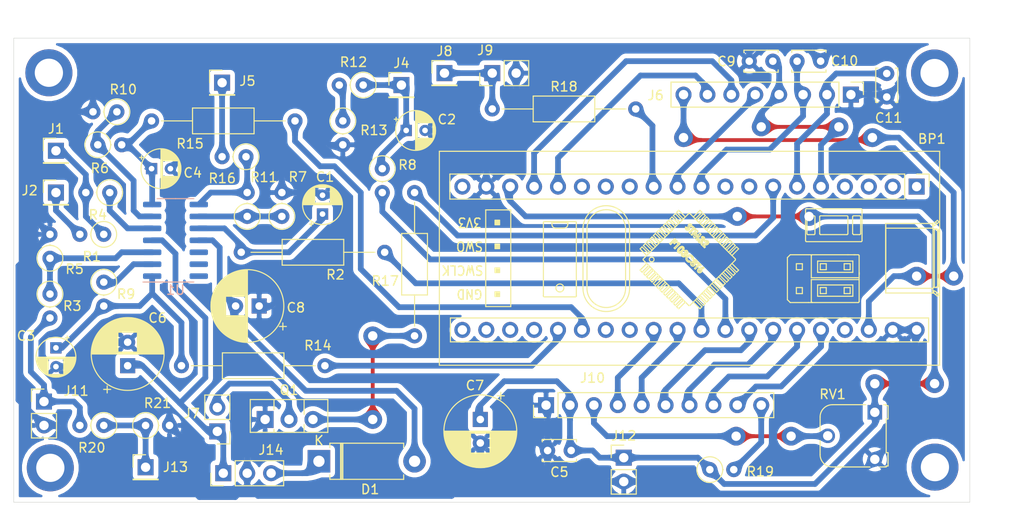
<source format=kicad_pcb>
(kicad_pcb (version 20171130) (host pcbnew "(5.1.10)-1")
  (layers (0 F.Cu signal) (31 B.Cu signal hide) (34 B.Paste user) (35 F.Paste user) (36 B.SilkS user) (37 F.SilkS user) (38 B.Mask user) (39 F.Mask user) (44 Edge.Cuts user))
  (net 0 "")
  (net 1 GND)
  (net 2 "Net-(BP?1-Pad1)")
  (net 3 "Net-(BP?1-Pad2)")
  (net 4 +3V3)
  (net 5 "Net-(BP?1-Pad3)")
  (net 6 "Net-(BP?1-Pad37)")
  (net 7 "Net-(BP?1-Pad4)")
  (net 8 "Net-(BP?1-Pad36)")
  (net 9 "Net-(BP?1-Pad5)")
  (net 10 "Net-(BP?1-Pad35)")
  (net 11 "Net-(BP?1-Pad6)")
  (net 12 "Net-(BP?1-Pad34)")
  (net 13 A10)
  (net 14 "Net-(BP?1-Pad33)")
  (net 15 "Net-(BP?1-Pad8)")
  (net 16 A7)
  (net 17 "Net-(BP?1-Pad9)")
  (net 18 A6)
  (net 19 "Net-(BP?1-Pad10)")
  (net 20 "Net-(BP?1-Pad30)")
  (net 21 "Net-(BP?1-Pad11)")
  (net 22 "Net-(BP?1-Pad29)")
  (net 23 B4)
  (net 24 "Net-(BP?1-Pad28)")
  (net 25 "Net-(BP?1-Pad13)")
  (net 26 "Net-(BP?1-Pad27)")
  (net 27 "Net-(BP?1-Pad14)")
  (net 28 A1)
  (net 29 "Net-(BP?1-Pad15)")
  (net 30 A0)
  (net 31 "Net-(BP?1-Pad16)")
  (net 32 "Net-(BP?1-Pad24)")
  (net 33 "Net-(BP?1-Pad17)")
  (net 34 "Net-(BP?1-Pad23)")
  (net 35 +5V)
  (net 36 "Net-(BP?1-Pad22)")
  (net 37 "Net-(BP?1-Pad21)")
  (net 38 "Net-(BP?1-Pad20)")
  (net 39 "Net-(C2-Pad1)")
  (net 40 +12V)
  (net 41 "Net-(D1-Pad1)")
  (net 42 "Net-(J1-Pad1)")
  (net 43 "Net-(J2-Pad1)")
  (net 44 "Net-(J5-Pad1)")
  (net 45 "Net-(J7-Pad2)")
  (net 46 "Net-(J8-Pad1)")
  (net 47 "Net-(J10-Pad3)")
  (net 48 "Net-(J10-Pad10)")
  (net 49 Vout)
  (net 50 "Net-(J13-Pad1)")
  (net 51 "Net-(Q1-Pad3)")
  (net 52 "Net-(R12-Pad2)")
  (net 53 11)
  (net 54 "Net-(C1-Pad1)")
  (net 55 "Net-(C3-Pad1)")
  (net 56 "Net-(C4-Pad1)")
  (net 57 "Net-(R3-Pad1)")
  (net 58 "Net-(R4-Pad1)")
  (net 59 "Net-(R10-Pad1)")
  (net 60 "Net-(R11-Pad1)")
  (net 61 "Net-(R9-Pad1)")
  (net 62 "Net-(R11-Pad2)")
  (module YAAJ_BluePill:YAAJ_BluePill_1 (layer F.Cu) (at 179.705 90.805 270)
    (fp_text reference BP1 (at -5.0673 -1.6129 180) (layer F.SilkS))
    (fp_text value BluePill_1 hide)
    (fp_text user 3V3 (at 3.81 47.498 180 unlocked) (layer F.SilkS) (effects (font (size 1 0.9))))
    (fp_text user SWO (at 6.35 47.498 180 unlocked) (layer F.SilkS) (effects (font (size 1 0.9))))
    (fp_text user SWCLK (at 8.89 48.26 180 unlocked) (layer F.SilkS) (effects (font (size 1 0.9))))
    (fp_text user GND (at 11.43 47.498 180 unlocked) (layer F.SilkS) (effects (font (size 1 0.9))))
    (pad 40 thru_hole circle (at 15.24 0 270) (size 1.7 1.7) (drill 1) (layers *.Cu *.Mask) (net 1 GND))
    (pad 1 thru_hole rect (at 0 0 270) (size 1.7 1.7) (drill 1) (layers *.Cu *.Mask) (net 2 "Net-(BP?1-Pad1)"))
    (pad 39 thru_hole circle (at 15.24 2.54 270) (size 1.7 1.7) (drill 1) (layers *.Cu *.Mask) (net 1 GND))
    (pad 2 thru_hole circle (at 0 2.54 270) (size 1.7 1.7) (drill 1) (layers *.Cu *.Mask) (net 3 "Net-(BP?1-Pad2)"))
    (pad 38 thru_hole circle (at 15.24 5.08 270) (size 1.7 1.7) (drill 1) (layers *.Cu *.Mask) (net 4 +3V3))
    (pad 3 thru_hole circle (at 0 5.08 270) (size 1.7 1.7) (drill 1) (layers *.Cu *.Mask) (net 5 "Net-(BP?1-Pad3)"))
    (pad 37 thru_hole circle (at 15.24 7.62 270) (size 1.7 1.7) (drill 1) (layers *.Cu *.Mask) (net 6 "Net-(BP?1-Pad37)"))
    (pad 4 thru_hole circle (at 0 7.62 270) (size 1.7 1.7) (drill 1) (layers *.Cu *.Mask) (net 7 "Net-(BP?1-Pad4)"))
    (pad 36 thru_hole circle (at 15.24 10.16 270) (size 1.7 1.7) (drill 1) (layers *.Cu *.Mask) (net 8 "Net-(BP?1-Pad36)"))
    (pad 5 thru_hole circle (at 0 10.16 270) (size 1.7 1.7) (drill 1) (layers *.Cu *.Mask) (net 9 "Net-(BP?1-Pad5)"))
    (pad 35 thru_hole circle (at 15.24 12.7 270) (size 1.7 1.7) (drill 1) (layers *.Cu *.Mask) (net 10 "Net-(BP?1-Pad35)"))
    (pad 6 thru_hole circle (at 0 12.7 270) (size 1.7 1.7) (drill 1) (layers *.Cu *.Mask) (net 11 "Net-(BP?1-Pad6)"))
    (pad 34 thru_hole circle (at 15.24 15.24 270) (size 1.7 1.7) (drill 1) (layers *.Cu *.Mask) (net 12 "Net-(BP?1-Pad34)"))
    (pad 7 thru_hole circle (at 0 15.24 270) (size 1.7 1.7) (drill 1) (layers *.Cu *.Mask) (net 13 A10))
    (pad 33 thru_hole circle (at 15.24 17.78 270) (size 1.7 1.7) (drill 1) (layers *.Cu *.Mask) (net 14 "Net-(BP?1-Pad33)"))
    (pad 8 thru_hole circle (at 0 17.78 270) (size 1.7 1.7) (drill 1) (layers *.Cu *.Mask) (net 15 "Net-(BP?1-Pad8)"))
    (pad 32 thru_hole circle (at 15.24 20.32 270) (size 1.7 1.7) (drill 1) (layers *.Cu *.Mask) (net 16 A7))
    (pad 9 thru_hole circle (at 0 20.32 270) (size 1.7 1.7) (drill 1) (layers *.Cu *.Mask) (net 17 "Net-(BP?1-Pad9)"))
    (pad 31 thru_hole circle (at 15.24 22.86 270) (size 1.7 1.7) (drill 1) (layers *.Cu *.Mask) (net 18 A6))
    (pad 10 thru_hole circle (at 0 22.86 270) (size 1.7 1.7) (drill 1) (layers *.Cu *.Mask) (net 19 "Net-(BP?1-Pad10)"))
    (pad 30 thru_hole circle (at 15.24 25.4 270) (size 1.7 1.7) (drill 1) (layers *.Cu *.Mask) (net 20 "Net-(BP?1-Pad30)"))
    (pad 11 thru_hole circle (at 0 25.4 270) (size 1.7 1.7) (drill 1) (layers *.Cu *.Mask) (net 21 "Net-(BP?1-Pad11)"))
    (pad 29 thru_hole circle (at 15.24 27.94 270) (size 1.7 1.7) (drill 1) (layers *.Cu *.Mask) (net 22 "Net-(BP?1-Pad29)"))
    (pad 12 thru_hole circle (at 0 27.94 270) (size 1.7 1.7) (drill 1) (layers *.Cu *.Mask) (net 23 B4))
    (pad 28 thru_hole circle (at 15.24 30.48 270) (size 1.7 1.7) (drill 1) (layers *.Cu *.Mask) (net 24 "Net-(BP?1-Pad28)"))
    (pad 13 thru_hole circle (at 0 30.48 270) (size 1.7 1.7) (drill 1) (layers *.Cu *.Mask) (net 25 "Net-(BP?1-Pad13)"))
    (pad 27 thru_hole circle (at 15.24 33.02 270) (size 1.7 1.7) (drill 1) (layers *.Cu *.Mask) (net 26 "Net-(BP?1-Pad27)"))
    (pad 14 thru_hole circle (at 0 33.02 270) (size 1.7 1.7) (drill 1) (layers *.Cu *.Mask) (net 27 "Net-(BP?1-Pad14)"))
    (pad 26 thru_hole circle (at 15.24 35.56 270) (size 1.7 1.7) (drill 1) (layers *.Cu *.Mask) (net 28 A1))
    (pad 15 thru_hole circle (at 0 35.56 270) (size 1.7 1.7) (drill 1) (layers *.Cu *.Mask) (net 29 "Net-(BP?1-Pad15)"))
    (pad 25 thru_hole circle (at 15.24 38.1 270) (size 1.7 1.7) (drill 1) (layers *.Cu *.Mask) (net 30 A0))
    (pad 16 thru_hole circle (at 0 38.1 270) (size 1.7 1.7) (drill 1) (layers *.Cu *.Mask) (net 31 "Net-(BP?1-Pad16)"))
    (pad 24 thru_hole circle (at 15.24 40.64 270) (size 1.7 1.7) (drill 1) (layers *.Cu *.Mask) (net 32 "Net-(BP?1-Pad24)"))
    (pad 17 thru_hole circle (at 0 40.64 270) (size 1.7 1.7) (drill 1) (layers *.Cu *.Mask) (net 33 "Net-(BP?1-Pad17)"))
    (pad 23 thru_hole circle (at 15.24 43.18 270) (size 1.7 1.7) (drill 1) (layers *.Cu *.Mask) (net 34 "Net-(BP?1-Pad23)"))
    (pad 18 thru_hole circle (at 0 43.18 270) (size 1.7 1.7) (drill 1) (layers *.Cu *.Mask) (net 35 +5V))
    (pad 22 thru_hole circle (at 15.24 45.72 270) (size 1.7 1.7) (drill 1) (layers *.Cu *.Mask) (net 36 "Net-(BP?1-Pad22)"))
    (pad 19 thru_hole circle (at 0 45.72 270) (size 1.7 1.7) (drill 1) (layers *.Cu *.Mask) (net 1 GND))
    (pad 21 thru_hole circle (at 15.24 48.26 270) (size 1.7 1.7) (drill 1) (layers *.Cu *.Mask) (net 37 "Net-(BP?1-Pad21)"))
    (pad 20 thru_hole circle (at 0 48.26 270) (size 1.7 1.7) (drill 1) (layers *.Cu *.Mask) (net 38 "Net-(BP?1-Pad20)"))
  )
  (module Resistor_THT:R_Axial_DIN0207_L6.3mm_D2.5mm_P2.54mm_Vertical (layer F.Cu) (at 118.745 83.82 270)
    (fp_text reference R13 (at 1.0033 -3.302 180) (layer F.SilkS))
    (fp_text value 150)
    (pad 2 thru_hole oval (at 2.54 0 270) (size 1.6 1.6) (drill 0.8) (layers *.Cu *.Mask) (net 1 GND))
    (pad 1 thru_hole circle (at 0 0 270) (size 1.6 1.6) (drill 0.8) (layers *.Cu *.Mask) (net 52 "Net-(R12-Pad2)"))
  )
  (module Resistor_THT:R_Axial_DIN0207_L6.3mm_D2.5mm_P2.54mm_Vertical (layer F.Cu) (at 97.79 116.205)
    (fp_text reference R21 (at 1.27 -2.37) (layer F.SilkS))
    (fp_text value 2K)
    (pad 2 thru_hole oval (at 2.54 0) (size 1.6 1.6) (drill 0.8) (layers *.Cu *.Mask) (net 1 GND))
    (pad 1 thru_hole circle (at 0 0) (size 1.6 1.6) (drill 0.8) (layers *.Cu *.Mask) (net 50 "Net-(J13-Pad1)"))
  )
  (module Connector_PinHeader_2.54mm:PinHeader_1x10_P2.54mm_Vertical (layer F.Cu) (at 140.335 114.046 90)
    (fp_text reference J10 (at 2.8956 4.9403 180) (layer F.SilkS))
    (fp_text value "LCD 16x2")
    (pad 1 thru_hole rect (at 0 0 90) (size 1.7 1.7) (drill 1) (layers *.Cu *.Mask) (net 1 GND))
    (pad 2 thru_hole oval (at 0 2.54 90) (size 1.7 1.7) (drill 1) (layers *.Cu *.Mask) (net 35 +5V))
    (pad 3 thru_hole oval (at 0 5.08 90) (size 1.7 1.7) (drill 1) (layers *.Cu *.Mask) (net 47 "Net-(J10-Pad3)"))
    (pad 4 thru_hole oval (at 0 7.62 90) (size 1.7 1.7) (drill 1) (layers *.Cu *.Mask) (net 22 "Net-(BP?1-Pad29)"))
    (pad 5 thru_hole oval (at 0 10.16 90) (size 1.7 1.7) (drill 1) (layers *.Cu *.Mask) (net 20 "Net-(BP?1-Pad30)"))
    (pad 6 thru_hole oval (at 0 12.7 90) (size 1.7 1.7) (drill 1) (layers *.Cu *.Mask) (net 14 "Net-(BP?1-Pad33)"))
    (pad 7 thru_hole oval (at 0 15.24 90) (size 1.7 1.7) (drill 1) (layers *.Cu *.Mask) (net 12 "Net-(BP?1-Pad34)"))
    (pad 8 thru_hole oval (at 0 17.78 90) (size 1.7 1.7) (drill 1) (layers *.Cu *.Mask) (net 10 "Net-(BP?1-Pad35)"))
    (pad 9 thru_hole oval (at 0 20.32 90) (size 1.7 1.7) (drill 1) (layers *.Cu *.Mask) (net 8 "Net-(BP?1-Pad36)"))
    (pad 10 thru_hole oval (at 0 22.86 90) (size 1.7 1.7) (drill 1) (layers *.Cu *.Mask) (net 48 "Net-(J10-Pad10)"))
  )
  (module Potentiometer_THT:Potentiometer_Runtron_RM-065_Vertical (layer F.Cu) (at 175.26 114.808 270)
    (fp_text reference RV1 (at -1.9177 4.4831 180) (layer F.SilkS))
    (fp_text value 10K)
    (pad 3 thru_hole circle (at 5 0 270) (size 1.55 1.55) (drill 1) (layers *.Cu *.Mask) (net 1 GND))
    (pad 1 thru_hole rect (at 0 0 270) (size 1.55 1.55) (drill 1) (layers *.Cu *.Mask) (net 35 +5V))
    (pad 2 thru_hole circle (at 2.5 5 270) (size 1.55 1.55) (drill 1) (layers *.Cu *.Mask) (net 47 "Net-(J10-Pad3)"))
  )
  (module Connector_PinHeader_2.54mm:PinHeader_1x01_P2.54mm_Vertical (layer F.Cu) (at 97.79 120.65)
    (fp_text reference J13 (at 3.175 -0.0127) (layer F.SilkS))
    (fp_text value Pin_1_TL494)
    (pad 1 thru_hole rect (at 0 0) (size 1.7 1.7) (drill 1) (layers *.Cu *.Mask) (net 50 "Net-(J13-Pad1)"))
  )
  (module Capacitor_THT:C_Disc_D3.4mm_W2.1mm_P2.50mm (layer F.Cu) (at 143.002 118.872 180)
    (fp_text reference C5 (at 1.25 -2.3) (layer F.SilkS))
    (fp_text value 100n)
    (pad 1 thru_hole circle (at 0 0 180) (size 1.6 1.6) (drill 0.8) (layers *.Cu *.Mask) (net 35 +5V))
    (pad 2 thru_hole circle (at 2.5 0 180) (size 1.6 1.6) (drill 0.8) (layers *.Cu *.Mask) (net 1 GND))
  )
  (module Connector_PinHeader_2.54mm:PinHeader_1x02_P2.54mm_Vertical (layer F.Cu) (at 148.59 119.634)
    (fp_text reference J12 (at 0 -2.33) (layer F.SilkS))
    (fp_text value "+5V INPUT")
    (pad 2 thru_hole oval (at 0 2.54) (size 1.7 1.7) (drill 1) (layers *.Cu *.Mask) (net 1 GND))
    (pad 1 thru_hole rect (at 0 0) (size 1.7 1.7) (drill 1) (layers *.Cu *.Mask) (net 35 +5V))
  )
  (module Capacitor_THT:CP_Radial_D4.0mm_P2.00mm (layer F.Cu) (at 116.586 93.726 90)
    (fp_text reference C1 (at 3.9497 0.2667 180) (layer F.SilkS))
    (fp_text value 10u)
    (pad 2 thru_hole circle (at 2 0 90) (size 1.2 1.2) (drill 0.6) (layers *.Cu *.Mask) (net 1 GND))
    (pad 1 thru_hole rect (at 0 0 90) (size 1.2 1.2) (drill 0.6) (layers *.Cu *.Mask) (net 54 "Net-(C1-Pad1)"))
  )
  (module Capacitor_THT:CP_Radial_D4.0mm_P2.00mm (layer F.Cu) (at 125.476 84.836)
    (fp_text reference C2 (at 4.318 -1.1684) (layer F.SilkS))
    (fp_text value 10u)
    (pad 1 thru_hole rect (at 0 0) (size 1.2 1.2) (drill 0.6) (layers *.Cu *.Mask) (net 39 "Net-(C2-Pad1)"))
    (pad 2 thru_hole circle (at 2 0) (size 1.2 1.2) (drill 0.6) (layers *.Cu *.Mask) (net 1 GND))
  )
  (module Capacitor_THT:CP_Radial_D4.0mm_P2.00mm (layer F.Cu) (at 88.265 107.95 270)
    (fp_text reference C3 (at -1.27 3.175 180) (layer F.SilkS))
    (fp_text value 10u)
    (pad 1 thru_hole rect (at 0 0 270) (size 1.2 1.2) (drill 0.6) (layers *.Cu *.Mask) (net 55 "Net-(C3-Pad1)"))
    (pad 2 thru_hole circle (at 2 0 270) (size 1.2 1.2) (drill 0.6) (layers *.Cu *.Mask) (net 1 GND))
  )
  (module Capacitor_THT:CP_Radial_D4.0mm_P2.00mm (layer F.Cu) (at 98.425 88.9)
    (fp_text reference C4 (at 4.3688 0.4445) (layer F.SilkS))
    (fp_text value 10u)
    (pad 2 thru_hole circle (at 2 0) (size 1.2 1.2) (drill 0.6) (layers *.Cu *.Mask) (net 1 GND))
    (pad 1 thru_hole rect (at 0 0) (size 1.2 1.2) (drill 0.6) (layers *.Cu *.Mask) (net 56 "Net-(C4-Pad1)"))
  )
  (module Capacitor_THT:CP_Radial_D7.5mm_P2.50mm (layer F.Cu) (at 95.885 109.855 90)
    (fp_text reference C6 (at 5.08 3.175 180) (layer F.SilkS))
    (fp_text value 100u)
    (pad 2 thru_hole circle (at 2.5 0 90) (size 1.6 1.6) (drill 0.8) (layers *.Cu *.Mask) (net 1 GND))
    (pad 1 thru_hole rect (at 0 0 90) (size 1.6 1.6) (drill 0.8) (layers *.Cu *.Mask) (net 40 +12V))
  )
  (module Capacitor_THT:CP_Radial_D7.5mm_P2.50mm (layer F.Cu) (at 133.35 115.57 270)
    (fp_text reference C7 (at -3.6195 0.5715 180) (layer F.SilkS))
    (fp_text value 100u)
    (pad 1 thru_hole rect (at 0 0 270) (size 1.6 1.6) (drill 0.8) (layers *.Cu *.Mask) (net 35 +5V))
    (pad 2 thru_hole circle (at 2.5 0 270) (size 1.6 1.6) (drill 0.8) (layers *.Cu *.Mask) (net 1 GND))
  )
  (module Capacitor_THT:CP_Radial_D7.5mm_P2.50mm (layer F.Cu) (at 109.855 103.505 180)
    (fp_text reference C8 (at -3.8989 -0.1778) (layer F.SilkS))
    (fp_text value 100u)
    (pad 1 thru_hole rect (at 0 0 180) (size 1.6 1.6) (drill 0.8) (layers *.Cu *.Mask) (net 1 GND))
    (pad 2 thru_hole circle (at 2.5 0 180) (size 1.6 1.6) (drill 0.8) (layers *.Cu *.Mask) (net 53 11))
  )
  (module Capacitor_THT:C_Disc_D3.4mm_W2.1mm_P2.50mm (layer F.Cu) (at 161.925 77.47)
    (fp_text reference C9 (at -2.4257 0.0254) (layer F.SilkS))
    (fp_text value 100n)
    (pad 2 thru_hole circle (at 2.5 0) (size 1.6 1.6) (drill 0.8) (layers *.Cu *.Mask) (net 9 "Net-(BP?1-Pad5)"))
    (pad 1 thru_hole circle (at 0 0) (size 1.6 1.6) (drill 0.8) (layers *.Cu *.Mask) (net 1 GND))
  )
  (module Capacitor_THT:C_Disc_D3.4mm_W2.1mm_P2.50mm (layer F.Cu) (at 167.005 77.47)
    (fp_text reference C10 (at 5.0419 -0.0254) (layer F.SilkS))
    (fp_text value 100n)
    (pad 2 thru_hole circle (at 2.5 0) (size 1.6 1.6) (drill 0.8) (layers *.Cu *.Mask) (net 1 GND))
    (pad 1 thru_hole circle (at 0 0) (size 1.6 1.6) (drill 0.8) (layers *.Cu *.Mask) (net 19 "Net-(BP?1-Pad10)"))
  )
  (module Capacitor_THT:C_Disc_D3.4mm_W2.1mm_P2.50mm (layer F.Cu) (at 176.53 81.28 90)
    (fp_text reference C11 (at -2.2225 0.2032 180) (layer F.SilkS))
    (fp_text value 100n)
    (pad 1 thru_hole circle (at 0 0 90) (size 1.6 1.6) (drill 0.8) (layers *.Cu *.Mask) (net 1 GND))
    (pad 2 thru_hole circle (at 2.5 0 90) (size 1.6 1.6) (drill 0.8) (layers *.Cu *.Mask) (net 11 "Net-(BP?1-Pad6)"))
  )
  (module Diode_THT:D_DO-15_P10.16mm_Horizontal (layer F.Cu) (at 116.205 120.015)
    (fp_text reference D1 (at 5.4356 2.9845) (layer F.SilkS))
    (fp_text value D_Schottky)
    (fp_text user K (at 0 -2.2) (layer F.SilkS))
    (pad 1 thru_hole rect (at 0 0) (size 2.4 2.4) (drill 1.2) (layers *.Cu *.Mask) (net 41 "Net-(D1-Pad1)"))
    (pad 2 thru_hole oval (at 10.16 0) (size 2.4 2.4) (drill 1.2) (layers *.Cu *.Mask) (net 53 11))
  )
  (module Connector_PinHeader_2.54mm:PinHeader_1x01_P2.54mm_Vertical (layer F.Cu) (at 88.265 86.995)
    (fp_text reference J1 (at 0 -2.33) (layer F.SilkS))
    (fp_text value RSHUNT)
    (pad 1 thru_hole rect (at 0 0) (size 1.7 1.7) (drill 1) (layers *.Cu *.Mask) (net 42 "Net-(J1-Pad1)"))
  )
  (module Connector_PinHeader_2.54mm:PinHeader_1x01_P2.54mm_Vertical (layer F.Cu) (at 88.265 91.44)
    (fp_text reference J2 (at -2.794 -0.2159) (layer F.SilkS))
    (fp_text value PIN_16_TL494)
    (pad 1 thru_hole rect (at 0 0) (size 1.7 1.7) (drill 1) (layers *.Cu *.Mask) (net 43 "Net-(J2-Pad1)"))
  )
  (module Connector_PinHeader_2.54mm:PinHeader_1x01_P2.54mm_Vertical (layer F.Cu) (at 124.968 80.01)
    (fp_text reference J4 (at 0 -2.33) (layer F.SilkS))
    (fp_text value Conn_01x01)
    (pad 1 thru_hole rect (at 0 0) (size 1.7 1.7) (drill 1) (layers *.Cu *.Mask) (net 39 "Net-(C2-Pad1)"))
  )
  (module Connector_PinHeader_2.54mm:PinHeader_1x01_P2.54mm_Vertical (layer F.Cu) (at 105.918 79.756)
    (fp_text reference J5 (at 2.6924 -0.1778) (layer F.SilkS))
    (fp_text value PIN_2_TL494)
    (pad 1 thru_hole rect (at 0 0) (size 1.7 1.7) (drill 1) (layers *.Cu *.Mask) (net 44 "Net-(J5-Pad1)"))
  )
  (module Connector_PinHeader_2.54mm:PinHeader_1x08_P2.54mm_Vertical (layer F.Cu) (at 172.72 81.026 270)
    (fp_text reference J6 (at 0.0889 20.7391 180) (layer F.SilkS))
    (fp_text value FRONT_PANEL)
    (pad 1 thru_hole rect (at 0 0 270) (size 1.7 1.7) (drill 1) (layers *.Cu *.Mask) (net 1 GND))
    (pad 2 thru_hole oval (at 0 2.54 270) (size 1.7 1.7) (drill 1) (layers *.Cu *.Mask) (net 11 "Net-(BP?1-Pad6)"))
    (pad 3 thru_hole oval (at 0 5.08 270) (size 1.7 1.7) (drill 1) (layers *.Cu *.Mask) (net 19 "Net-(BP?1-Pad10)"))
    (pad 4 thru_hole oval (at 0 7.62 270) (size 1.7 1.7) (drill 1) (layers *.Cu *.Mask) (net 9 "Net-(BP?1-Pad5)"))
    (pad 5 thru_hole oval (at 0 10.16 270) (size 1.7 1.7) (drill 1) (layers *.Cu *.Mask) (net 21 "Net-(BP?1-Pad11)"))
    (pad 6 thru_hole oval (at 0 12.7 270) (size 1.7 1.7) (drill 1) (layers *.Cu *.Mask) (net 33 "Net-(BP?1-Pad17)"))
    (pad 7 thru_hole oval (at 0 15.24 270) (size 1.7 1.7) (drill 1) (layers *.Cu *.Mask) (net 31 "Net-(BP?1-Pad16)"))
    (pad 8 thru_hole oval (at 0 17.78 270) (size 1.7 1.7) (drill 1) (layers *.Cu *.Mask) (net 4 +3V3))
  )
  (module Connector_PinHeader_2.54mm:PinHeader_1x02_P2.54mm_Vertical (layer F.Cu) (at 105.41 116.84 180)
    (fp_text reference J7 (at 2.7178 1.905) (layer F.SilkS))
    (fp_text value "PSU FAN")
    (pad 2 thru_hole oval (at 0 2.54 180) (size 1.7 1.7) (drill 1) (layers *.Cu *.Mask) (net 45 "Net-(J7-Pad2)"))
    (pad 1 thru_hole rect (at 0 0 180) (size 1.7 1.7) (drill 1) (layers *.Cu *.Mask) (net 40 +12V))
  )
  (module Connector_PinHeader_2.54mm:PinHeader_1x01_P2.54mm_Vertical (layer F.Cu) (at 129.54 78.74)
    (fp_text reference J8 (at 0 -2.33) (layer F.SilkS))
    (fp_text value PS_ON)
    (pad 1 thru_hole rect (at 0 0) (size 1.7 1.7) (drill 1) (layers *.Cu *.Mask) (net 46 "Net-(J8-Pad1)"))
  )
  (module Connector_PinHeader_2.54mm:PinHeader_1x02_P2.54mm_Vertical (layer F.Cu) (at 134.62 78.74 90)
    (fp_text reference J9 (at 2.4257 -0.7493 180) (layer F.SilkS))
    (fp_text value SW_STBY)
    (pad 2 thru_hole oval (at 0 2.54 90) (size 1.7 1.7) (drill 1) (layers *.Cu *.Mask) (net 1 GND))
    (pad 1 thru_hole rect (at 0 0 90) (size 1.7 1.7) (drill 1) (layers *.Cu *.Mask) (net 46 "Net-(J8-Pad1)"))
  )
  (module Connector_PinHeader_2.54mm:PinHeader_1x02_P2.54mm_Vertical (layer F.Cu) (at 86.995 113.665)
    (fp_text reference J11 (at 3.4163 -1.1303) (layer F.SilkS))
    (fp_text value Conn_01x02)
    (pad 2 thru_hole oval (at 0 2.54) (size 1.7 1.7) (drill 1) (layers *.Cu *.Mask) (net 1 GND))
    (pad 1 thru_hole rect (at 0 0) (size 1.7 1.7) (drill 1) (layers *.Cu *.Mask) (net 49 Vout))
  )
  (module Connector_PinHeader_2.54mm:PinHeader_1x03_P2.54mm_Vertical (layer F.Cu) (at 106.045 121.285 90)
    (fp_text reference J14 (at 2.4765 5.0673) (layer F.SilkS))
    (fp_text value 12_SIMETRICOS)
    (pad 1 thru_hole rect (at 0 0 90) (size 1.7 1.7) (drill 1) (layers *.Cu *.Mask) (net 40 +12V))
    (pad 2 thru_hole oval (at 0 2.54 90) (size 1.7 1.7) (drill 1) (layers *.Cu *.Mask) (net 1 GND))
    (pad 3 thru_hole oval (at 0 5.08 90) (size 1.7 1.7) (drill 1) (layers *.Cu *.Mask) (net 41 "Net-(D1-Pad1)"))
  )
  (module Package_TO_SOT_THT:TO-126-3_Vertical (layer F.Cu) (at 110.49 115.57)
    (fp_text reference Q1 (at 2.54 -3.12) (layer F.SilkS))
    (fp_text value BD139)
    (pad 1 thru_hole rect (at 0 0) (size 1.8 1.8) (drill 1) (layers *.Cu *.Mask) (net 1 GND))
    (pad 2 thru_hole oval (at 2.54 0) (size 1.8 1.8) (drill 1) (layers *.Cu *.Mask) (net 45 "Net-(J7-Pad2)"))
    (pad 3 thru_hole oval (at 5.08 0) (size 1.8 1.8) (drill 1) (layers *.Cu *.Mask) (net 51 "Net-(Q1-Pad3)"))
  )
  (module Resistor_THT:R_Axial_DIN0207_L6.3mm_D2.5mm_P15.24mm_Horizontal (layer F.Cu) (at 107.95 97.79)
    (fp_text reference R2 (at 10.0076 2.3876) (layer F.SilkS))
    (fp_text value 2K)
    (pad 1 thru_hole circle (at 0 0) (size 1.6 1.6) (drill 0.8) (layers *.Cu *.Mask) (net 54 "Net-(C1-Pad1)"))
    (pad 2 thru_hole oval (at 15.24 0) (size 1.6 1.6) (drill 0.8) (layers *.Cu *.Mask) (net 18 A6))
  )
  (module Resistor_THT:R_Axial_DIN0207_L6.3mm_D2.5mm_P15.24mm_Horizontal (layer F.Cu) (at 126.365 106.68 90)
    (fp_text reference R17 (at 5.842 -3.1242 180) (layer F.SilkS))
    (fp_text value 1K)
    (pad 2 thru_hole oval (at 15.24 0 90) (size 1.6 1.6) (drill 0.8) (layers *.Cu *.Mask) (net 13 A10))
    (pad 1 thru_hole circle (at 0 0 90) (size 1.6 1.6) (drill 0.8) (layers *.Cu *.Mask) (net 51 "Net-(Q1-Pad3)"))
  )
  (module Resistor_THT:R_Axial_DIN0207_L6.3mm_D2.5mm_P15.24mm_Horizontal (layer F.Cu) (at 134.62 82.55)
    (fp_text reference R18 (at 7.62 -2.37) (layer F.SilkS))
    (fp_text value 2K)
    (pad 2 thru_hole oval (at 15.24 0) (size 1.6 1.6) (drill 0.8) (layers *.Cu *.Mask) (net 23 B4))
    (pad 1 thru_hole circle (at 0 0) (size 1.6 1.6) (drill 0.8) (layers *.Cu *.Mask) (net 46 "Net-(J8-Pad1)"))
  )
  (module Package_SO:SOIC-14_3.9x8.7mm_P1.27mm (layer B.Cu) (at 100.965 96.52)
    (fp_text reference U1 (at 0 5.28) (layer B.SilkS) (effects (justify mirror)))
    (fp_text value LM324)
    (pad 1 smd roundrect (at -2.475 3.81) (size 1.95 0.6) (layers B.Cu B.Paste B.Mask) (net 55 "Net-(C3-Pad1)"))
    (pad 2 smd roundrect (at -2.475 2.54) (size 1.95 0.6) (layers B.Cu B.Paste B.Mask) (net 61 "Net-(R9-Pad1)"))
    (pad 3 smd roundrect (at -2.475 1.27) (size 1.95 0.6) (layers B.Cu B.Paste B.Mask) (net 57 "Net-(R3-Pad1)"))
    (pad 4 smd roundrect (at -2.475 0) (size 1.95 0.6) (layers B.Cu B.Paste B.Mask) (net 40 +12V))
    (pad 5 smd roundrect (at -2.475 -1.27) (size 1.95 0.6) (layers B.Cu B.Paste B.Mask) (net 58 "Net-(R4-Pad1)"))
    (pad 6 smd roundrect (at -2.475 -2.54) (size 1.95 0.6) (layers B.Cu B.Paste B.Mask) (net 59 "Net-(R10-Pad1)"))
    (pad 7 smd roundrect (at -2.475 -3.81) (size 1.95 0.6) (layers B.Cu B.Paste B.Mask) (net 56 "Net-(C4-Pad1)"))
    (pad 8 smd roundrect (at 2.475 -3.81) (size 1.95 0.6) (layers B.Cu B.Paste B.Mask) (net 62 "Net-(R11-Pad2)"))
    (pad 9 smd roundrect (at 2.475 -2.54) (size 1.95 0.6) (layers B.Cu B.Paste B.Mask) (net 60 "Net-(R11-Pad1)"))
    (pad 10 smd roundrect (at 2.475 -1.27) (size 1.95 0.6) (layers B.Cu B.Paste B.Mask) (net 54 "Net-(C1-Pad1)"))
    (pad 11 smd roundrect (at 2.475 0) (size 1.95 0.6) (layers B.Cu B.Paste B.Mask) (net 53 11))
    (pad 12 smd roundrect (at 2.475 1.27) (size 1.95 0.6) (layers B.Cu B.Paste B.Mask))
    (pad 13 smd roundrect (at 2.475 2.54) (size 1.95 0.6) (layers B.Cu B.Paste B.Mask))
    (pad 14 smd roundrect (at 2.475 3.81) (size 1.95 0.6) (layers B.Cu B.Paste B.Mask))
  )
  (module Resistor_THT:R_Axial_DIN0207_L6.3mm_D2.5mm_P2.54mm_Vertical (layer F.Cu) (at 93.345 100.965 270)
    (fp_text reference R9 (at 1.27 -2.37 180) (layer F.SilkS))
    (fp_text value 10K)
    (pad 1 thru_hole circle (at 0 0 270) (size 1.6 1.6) (drill 0.8) (layers *.Cu *.Mask) (net 61 "Net-(R9-Pad1)"))
    (pad 2 thru_hole oval (at 2.54 0 270) (size 1.6 1.6) (drill 0.8) (layers *.Cu *.Mask) (net 55 "Net-(C3-Pad1)"))
  )
  (module Resistor_THT:R_Axial_DIN0207_L6.3mm_D2.5mm_P2.54mm_Vertical (layer F.Cu) (at 93.345 95.885 180)
    (fp_text reference R1 (at 1.27 -2.37) (layer F.SilkS))
    (fp_text value 2K)
    (pad 1 thru_hole circle (at 0 0 180) (size 1.6 1.6) (drill 0.8) (layers *.Cu *.Mask) (net 42 "Net-(J1-Pad1)"))
    (pad 2 thru_hole oval (at 2.54 0 180) (size 1.6 1.6) (drill 0.8) (layers *.Cu *.Mask) (net 43 "Net-(J2-Pad1)"))
  )
  (module Resistor_THT:R_Axial_DIN0207_L6.3mm_D2.5mm_P2.54mm_Vertical (layer F.Cu) (at 93.98 91.44 180)
    (fp_text reference R4 (at 1.27 -2.37) (layer F.SilkS))
    (fp_text value 2K)
    (pad 1 thru_hole circle (at 0 0 180) (size 1.6 1.6) (drill 0.8) (layers *.Cu *.Mask) (net 58 "Net-(R4-Pad1)"))
    (pad 2 thru_hole oval (at 2.54 0 180) (size 1.6 1.6) (drill 0.8) (layers *.Cu *.Mask) (net 42 "Net-(J1-Pad1)"))
  )
  (module Resistor_THT:R_Axial_DIN0207_L6.3mm_D2.5mm_P2.54mm_Vertical (layer F.Cu) (at 87.63 102.235 270)
    (fp_text reference R3 (at 1.27 -2.37 180) (layer F.SilkS))
    (fp_text value 22k)
    (pad 2 thru_hole oval (at 2.54 0 270) (size 1.6 1.6) (drill 0.8) (layers *.Cu *.Mask) (net 49 Vout))
    (pad 1 thru_hole circle (at 0 0 270) (size 1.6 1.6) (drill 0.8) (layers *.Cu *.Mask) (net 57 "Net-(R3-Pad1)"))
  )
  (module Resistor_THT:R_Axial_DIN0207_L6.3mm_D2.5mm_P2.54mm_Vertical (layer F.Cu) (at 87.63 98.425 90)
    (fp_text reference R5 (at -1.1557 2.6162 180) (layer F.SilkS))
    (fp_text value 2k)
    (pad 1 thru_hole circle (at 0 0 90) (size 1.6 1.6) (drill 0.8) (layers *.Cu *.Mask) (net 57 "Net-(R3-Pad1)"))
    (pad 2 thru_hole oval (at 2.54 0 90) (size 1.6 1.6) (drill 0.8) (layers *.Cu *.Mask) (net 1 GND))
  )
  (module Resistor_THT:R_Axial_DIN0207_L6.3mm_D2.5mm_P2.54mm_Vertical (layer F.Cu) (at 108.585 93.98 90)
    (fp_text reference R11 (at 4.1656 1.778 180) (layer F.SilkS))
    (fp_text value 2.7K)
    (pad 1 thru_hole circle (at 0 0 90) (size 1.6 1.6) (drill 0.8) (layers *.Cu *.Mask) (net 60 "Net-(R11-Pad1)"))
    (pad 2 thru_hole oval (at 2.54 0 90) (size 1.6 1.6) (drill 0.8) (layers *.Cu *.Mask) (net 62 "Net-(R11-Pad2)"))
  )
  (module Resistor_THT:R_Axial_DIN0207_L6.3mm_D2.5mm_P2.54mm_Vertical (layer F.Cu) (at 112.268 93.98 90)
    (fp_text reference R7 (at 4.2037 1.6891 180) (layer F.SilkS))
    (fp_text value 5.1K)
    (pad 2 thru_hole oval (at 2.54 0 90) (size 1.6 1.6) (drill 0.8) (layers *.Cu *.Mask) (net 1 GND))
    (pad 1 thru_hole circle (at 0 0 90) (size 1.6 1.6) (drill 0.8) (layers *.Cu *.Mask) (net 60 "Net-(R11-Pad1)"))
  )
  (module Resistor_THT:R_Axial_DIN0207_L6.3mm_D2.5mm_P2.54mm_Vertical (layer F.Cu) (at 108.458 87.63 180)
    (fp_text reference R16 (at 2.5273 -2.2987) (layer F.SilkS))
    (fp_text value 2K)
    (pad 1 thru_hole circle (at 0 0 180) (size 1.6 1.6) (drill 0.8) (layers *.Cu *.Mask) (net 62 "Net-(R11-Pad2)"))
    (pad 2 thru_hole oval (at 2.54 0 180) (size 1.6 1.6) (drill 0.8) (layers *.Cu *.Mask) (net 44 "Net-(J5-Pad1)"))
  )
  (module Resistor_THT:R_Axial_DIN0207_L6.3mm_D2.5mm_P2.54mm_Vertical (layer F.Cu) (at 94.742 82.8548 180)
    (fp_text reference R6 (at 1.8161 -6.0071) (layer F.SilkS))
    (fp_text value 10K)
    (pad 1 thru_hole circle (at 0 0 180) (size 1.6 1.6) (drill 0.8) (layers *.Cu *.Mask) (net 59 "Net-(R10-Pad1)"))
    (pad 2 thru_hole oval (at 2.54 0 180) (size 1.6 1.6) (drill 0.8) (layers *.Cu *.Mask) (net 1 GND))
  )
  (module Resistor_THT:R_Axial_DIN0207_L6.3mm_D2.5mm_P2.54mm_Vertical (layer F.Cu) (at 92.71 86.36)
    (fp_text reference R10 (at 2.7051 -5.8801) (layer F.SilkS))
    (fp_text value 20K)
    (pad 1 thru_hole circle (at 0 0) (size 1.6 1.6) (drill 0.8) (layers *.Cu *.Mask) (net 59 "Net-(R10-Pad1)"))
    (pad 2 thru_hole oval (at 2.54 0) (size 1.6 1.6) (drill 0.8) (layers *.Cu *.Mask) (net 56 "Net-(C4-Pad1)"))
  )
  (module Resistor_THT:R_Axial_DIN0207_L6.3mm_D2.5mm_P15.24mm_Horizontal (layer F.Cu) (at 98.425 83.82)
    (fp_text reference R15 (at 4.0894 2.4257) (layer F.SilkS))
    (fp_text value 220)
    (pad 1 thru_hole circle (at 0 0) (size 1.6 1.6) (drill 0.8) (layers *.Cu *.Mask) (net 56 "Net-(C4-Pad1)"))
    (pad 2 thru_hole oval (at 15.24 0) (size 1.6 1.6) (drill 0.8) (layers *.Cu *.Mask) (net 28 A1))
  )
  (module Resistor_THT:R_Axial_DIN0207_L6.3mm_D2.5mm_P15.24mm_Horizontal (layer F.Cu) (at 101.6 109.855)
    (fp_text reference R14 (at 14.4907 -2.1463) (layer F.SilkS))
    (fp_text value 220)
    (pad 1 thru_hole circle (at 0 0) (size 1.6 1.6) (drill 0.8) (layers *.Cu *.Mask) (net 55 "Net-(C3-Pad1)"))
    (pad 2 thru_hole oval (at 15.24 0) (size 1.6 1.6) (drill 0.8) (layers *.Cu *.Mask) (net 30 A0))
  )
  (module Resistor_THT:R_Axial_DIN0207_L6.3mm_D2.5mm_P2.54mm_Vertical (layer F.Cu) (at 122.936 88.9 270)
    (fp_text reference R8 (at -0.3937 -2.6797 180) (layer F.SilkS))
    (fp_text value 2K)
    (pad 1 thru_hole circle (at 0 0 270) (size 1.6 1.6) (drill 0.8) (layers *.Cu *.Mask) (net 39 "Net-(C2-Pad1)"))
    (pad 2 thru_hole oval (at 2.54 0 270) (size 1.6 1.6) (drill 0.8) (layers *.Cu *.Mask) (net 16 A7))
  )
  (module Resistor_THT:R_Axial_DIN0207_L6.3mm_D2.5mm_P2.54mm_Vertical (layer F.Cu) (at 120.904 80.01 180)
    (fp_text reference R12 (at 1.0287 2.4384) (layer F.SilkS))
    (fp_text value 220)
    (pad 1 thru_hole circle (at 0 0 180) (size 1.6 1.6) (drill 0.8) (layers *.Cu *.Mask) (net 39 "Net-(C2-Pad1)"))
    (pad 2 thru_hole oval (at 2.54 0 180) (size 1.6 1.6) (drill 0.8) (layers *.Cu *.Mask) (net 52 "Net-(R12-Pad2)"))
  )
  (module Resistor_THT:R_Axial_DIN0207_L6.3mm_D2.5mm_P2.54mm_Vertical (layer F.Cu) (at 157.734 120.904)
    (fp_text reference R19 (at 5.3594 0.2159) (layer F.SilkS))
    (fp_text value 100)
    (pad 1 thru_hole circle (at 0 0) (size 1.6 1.6) (drill 0.8) (layers *.Cu *.Mask) (net 35 +5V))
    (pad 2 thru_hole oval (at 2.54 0) (size 1.6 1.6) (drill 0.8) (layers *.Cu *.Mask) (net 48 "Net-(J10-Pad10)"))
  )
  (module Resistor_THT:R_Axial_DIN0207_L6.3mm_D2.5mm_P2.54mm_Vertical (layer F.Cu) (at 93.345 116.205 180)
    (fp_text reference R20 (at 1.27 -2.37) (layer F.SilkS))
    (fp_text value 10K)
    (pad 1 thru_hole circle (at 0 0 180) (size 1.6 1.6) (drill 0.8) (layers *.Cu *.Mask) (net 50 "Net-(J13-Pad1)"))
    (pad 2 thru_hole oval (at 2.54 0 180) (size 1.6 1.6) (drill 0.8) (layers *.Cu *.Mask) (net 49 Vout))
  )
  (gr_line (start 185.3565 75.0189) (end 185.3565 124.3711) (layer Edge.Cuts) (width 0.05))
  (gr_line (start 83.7819 75.0189) (end 185.3565 75.0189) (layer Edge.Cuts) (width 0.05))
  (gr_line (start 83.7819 124.3711) (end 83.7819 75.0189) (layer Edge.Cuts) (width 0.05))
  (gr_line (start 185.3565 124.3711) (end 83.7819 124.3711) (layer Edge.Cuts) (width 0.05))
  (via (at 181.6481 120.6373) (size 5) (drill 3) (layers F.Cu B.Cu) (net 0))
  (via (at 181.61 78.7273) (size 5) (drill 3) (layers F.Cu B.Cu) (net 0))
  (via (at 87.5157 78.7019) (size 5) (drill 3) (layers F.Cu B.Cu) (net 0))
  (via (at 87.6681 120.7135) (size 5) (drill 3) (layers F.Cu B.Cu) (net 0))
  (segment (start 172.72 81.28) (end 173.355 81.28) (width 0.25) (layer B.Cu) (net 1))
  (segment (start 140.375 113.705) (end 140.335 113.665) (width 0.25) (layer B.Cu) (net 1))
  (segment (start 88.265 109.95) (end 90.71 109.95) (width 0.6096) (layer B.Cu) (net 1))
  (segment (start 93.305 107.355) (end 95.885 107.355) (width 0.6096) (layer B.Cu) (net 1))
  (segment (start 90.71 109.95) (end 93.305 107.355) (width 0.6096) (layer B.Cu) (net 1))
  (segment (start 100.33 116.205) (end 100.33 114.3) (width 0.6096) (layer B.Cu) (net 1))
  (segment (start 100.33 114.3) (end 99.06 113.03) (width 0.6096) (layer B.Cu) (net 1))
  (segment (start 93.79 113.03) (end 90.71 109.95) (width 0.6096) (layer B.Cu) (net 1))
  (segment (start 99.06 113.03) (end 93.79 113.03) (width 0.6096) (layer B.Cu) (net 1))
  (segment (start 108.585 117.475) (end 110.49 115.57) (width 0.6096) (layer B.Cu) (net 1))
  (segment (start 108.585 121.285) (end 108.585 117.475) (width 0.6096) (layer B.Cu) (net 1))
  (segment (start 100.33 116.205) (end 102.235 118.11) (width 0.6096) (layer B.Cu) (net 1))
  (segment (start 102.235 118.11) (end 102.235 122.555) (width 0.6096) (layer B.Cu) (net 1))
  (segment (start 102.235 122.555) (end 103.505 123.825) (width 0.6096) (layer B.Cu) (net 1))
  (segment (start 103.505 123.825) (end 107.315 123.825) (width 0.6096) (layer B.Cu) (net 1))
  (segment (start 107.315 123.825) (end 108.585 122.555) (width 0.6096) (layer B.Cu) (net 1))
  (segment (start 86.995 116.205) (end 88.265 116.205) (width 0.6096) (layer B.Cu) (net 1))
  (segment (start 95.25 123.19) (end 102.235 123.19) (width 0.6096) (layer B.Cu) (net 1))
  (segment (start 88.265 116.205) (end 95.25 123.19) (width 0.6096) (layer B.Cu) (net 1))
  (segment (start 108.585 121.285) (end 108.585 122.555) (width 0.6096) (layer B.Cu) (net 1))
  (segment (start 108.585 122.555) (end 109.728 123.698) (width 0.6096) (layer B.Cu) (net 1))
  (segment (start 109.728 123.698) (end 130.302 123.698) (width 0.6096) (layer B.Cu) (net 1))
  (segment (start 133.35 120.65) (end 133.35 118.07) (width 0.6096) (layer B.Cu) (net 1))
  (segment (start 130.302 123.698) (end 133.35 120.65) (width 0.6096) (layer B.Cu) (net 1))
  (segment (start 116.3 91.44) (end 116.586 91.726) (width 0.6096) (layer B.Cu) (net 1))
  (segment (start 112.268 91.44) (end 116.3 91.44) (width 0.6096) (layer B.Cu) (net 1))
  (segment (start 109.855 103.505) (end 111.125 103.505) (width 0.6096) (layer B.Cu) (net 1))
  (segment (start 111.125 103.505) (end 118.872 95.758) (width 0.6096) (layer B.Cu) (net 1))
  (segment (start 118.872 95.758) (end 118.872 92.456) (width 0.6096) (layer B.Cu) (net 1))
  (segment (start 118.142 91.726) (end 116.586 91.726) (width 0.6096) (layer B.Cu) (net 1))
  (segment (start 118.872 92.456) (end 118.142 91.726) (width 0.6096) (layer B.Cu) (net 1))
  (segment (start 112.268 91.44) (end 112.268 87.63) (width 0.6096) (layer B.Cu) (net 1))
  (segment (start 112.268 87.63) (end 109.474 84.836) (width 0.6096) (layer B.Cu) (net 1))
  (segment (start 109.474 84.836) (end 109.474 78.232) (width 0.6096) (layer B.Cu) (net 1))
  (segment (start 118.745 86.36) (end 117.348 86.36) (width 0.6096) (layer B.Cu) (net 1))
  (segment (start 117.348 86.36) (end 115.57 84.582) (width 0.6096) (layer B.Cu) (net 1))
  (segment (start 115.57 84.582) (end 115.57 79.248) (width 0.6096) (layer B.Cu) (net 1))
  (segment (start 114.427 78.105) (end 109.347 78.105) (width 0.6096) (layer B.Cu) (net 1))
  (segment (start 115.57 79.248) (end 114.427 78.105) (width 0.6096) (layer B.Cu) (net 1))
  (segment (start 109.474 78.232) (end 109.347 78.105) (width 0.6096) (layer B.Cu) (net 1))
  (segment (start 127.476 84.836) (end 130.556 84.836) (width 0.6096) (layer B.Cu) (net 1))
  (segment (start 133.985 88.265) (end 133.985 90.805) (width 0.6096) (layer B.Cu) (net 1))
  (segment (start 130.556 84.836) (end 133.985 88.265) (width 0.6096) (layer B.Cu) (net 1))
  (segment (start 140.502 114.213) (end 140.335 114.046) (width 0.6096) (layer B.Cu) (net 1))
  (segment (start 140.502 118.872) (end 140.502 114.213) (width 0.6096) (layer B.Cu) (net 1))
  (segment (start 139.7 118.07) (end 140.502 118.872) (width 0.6096) (layer B.Cu) (net 1))
  (segment (start 133.35 118.07) (end 139.7 118.07) (width 0.6096) (layer B.Cu) (net 1))
  (segment (start 140.502 118.872) (end 140.502 120.69) (width 0.6096) (layer B.Cu) (net 1))
  (segment (start 141.986 122.174) (end 148.59 122.174) (width 0.6096) (layer B.Cu) (net 1))
  (segment (start 140.502 120.69) (end 141.986 122.174) (width 0.6096) (layer B.Cu) (net 1))
  (segment (start 148.59 122.174) (end 154.432 122.174) (width 0.6096) (layer B.Cu) (net 1))
  (segment (start 154.432 122.174) (end 155.702 123.444) (width 0.6096) (layer B.Cu) (net 1))
  (segment (start 171.624 123.444) (end 175.26 119.808) (width 0.6096) (layer B.Cu) (net 1))
  (segment (start 155.702 123.444) (end 171.624 123.444) (width 0.6096) (layer B.Cu) (net 1))
  (segment (start 175.26 119.808) (end 179.578 115.49) (width 0.6096) (layer B.Cu) (net 1))
  (segment (start 179.578 106.172) (end 179.705 106.045) (width 0.6096) (layer B.Cu) (net 1))
  (segment (start 179.578 115.49) (end 179.578 106.172) (width 0.6096) (layer B.Cu) (net 1))
  (segment (start 177.165 106.045) (end 179.705 106.045) (width 0.6096) (layer B.Cu) (net 1))
  (segment (start 115.57 79.248) (end 115.57 78.486) (width 0.6096) (layer B.Cu) (net 1))
  (segment (start 115.57 78.486) (end 117.856 76.2) (width 0.6096) (layer B.Cu) (net 1))
  (segment (start 117.856 76.2) (end 136.144 76.2) (width 0.6096) (layer B.Cu) (net 1))
  (segment (start 137.16 77.216) (end 137.16 78.74) (width 0.6096) (layer B.Cu) (net 1))
  (segment (start 136.144 76.2) (end 137.16 77.216) (width 0.6096) (layer B.Cu) (net 1))
  (segment (start 133.985 88.265) (end 133.985 87.503) (width 0.6096) (layer B.Cu) (net 1))
  (segment (start 137.16 84.328) (end 137.16 78.74) (width 0.6096) (layer B.Cu) (net 1))
  (segment (start 133.985 87.503) (end 137.16 84.328) (width 0.6096) (layer B.Cu) (net 1))
  (segment (start 176.276 81.026) (end 176.53 81.28) (width 0.6096) (layer B.Cu) (net 1))
  (segment (start 172.72 81.026) (end 176.276 81.026) (width 0.6096) (layer B.Cu) (net 1))
  (segment (start 161.925 77.47) (end 161.925 76.581) (width 0.6096) (layer B.Cu) (net 1))
  (segment (start 161.925 76.581) (end 162.56 75.946) (width 0.6096) (layer B.Cu) (net 1))
  (segment (start 167.981 75.946) (end 169.505 77.47) (width 0.6096) (layer B.Cu) (net 1))
  (segment (start 162.56 75.946) (end 167.981 75.946) (width 0.6096) (layer B.Cu) (net 1))
  (segment (start 161.544 76.2) (end 161.925 76.581) (width 0.6096) (layer B.Cu) (net 1))
  (segment (start 138.176 76.2) (end 161.544 76.2) (width 0.6096) (layer B.Cu) (net 1))
  (segment (start 137.16 77.216) (end 138.176 76.2) (width 0.6096) (layer B.Cu) (net 1))
  (segment (start 171.029 75.946) (end 169.505 77.47) (width 0.6096) (layer B.Cu) (net 1))
  (segment (start 177.038 75.946) (end 171.029 75.946) (width 0.6096) (layer B.Cu) (net 1))
  (segment (start 84.28039 99.23461) (end 87.63 95.885) (width 0.6096) (layer B.Cu) (net 1))
  (segment (start 84.28039 113.49039) (end 84.28039 99.23461) (width 0.6096) (layer B.Cu) (net 1))
  (segment (start 86.995 116.205) (end 84.28039 113.49039) (width 0.6096) (layer B.Cu) (net 1))
  (segment (start 108.204 76.962) (end 109.347 78.105) (width 0.6096) (layer B.Cu) (net 1))
  (segment (start 104.1527 76.962) (end 108.204 76.962) (width 0.6096) (layer B.Cu) (net 1))
  (segment (start 102.235 78.8797) (end 104.1527 76.962) (width 0.6096) (layer B.Cu) (net 1))
  (segment (start 102.235 87.09) (end 102.235 78.8797) (width 0.6096) (layer B.Cu) (net 1))
  (segment (start 100.425 88.9) (end 102.235 87.09) (width 0.6096) (layer B.Cu) (net 1))
  (segment (start 177.038 75.946) (end 178.1683 77.0763) (width 0.6096) (layer B.Cu) (net 1))
  (segment (start 178.1683 79.6417) (end 176.53 81.28) (width 0.6096) (layer B.Cu) (net 1))
  (segment (start 178.1683 77.0763) (end 178.1683 79.6417) (width 0.6096) (layer B.Cu) (net 1))
  (segment (start 87.4522 82.8548) (end 92.202 82.8548) (width 0.6096) (layer B.Cu) (net 1))
  (segment (start 92.202 82.8548) (end 92.202 81.0641) (width 0.6096) (layer B.Cu) (net 1))
  (segment (start 94.3864 78.8797) (end 102.235 78.8797) (width 0.6096) (layer B.Cu) (net 1))
  (segment (start 92.202 81.0641) (end 94.3864 78.8797) (width 0.6096) (layer B.Cu) (net 1))
  (segment (start 87.63 95.885) (end 84.8233 93.0783) (width 0.6096) (layer B.Cu) (net 1))
  (segment (start 84.8233 85.4837) (end 87.4522 82.8548) (width 0.6096) (layer B.Cu) (net 1))
  (segment (start 84.8233 93.0783) (end 84.8233 85.4837) (width 0.6096) (layer B.Cu) (net 1))
  (via (at 154.94 85.598) (size 2) (drill 1) (layers F.Cu B.Cu) (net 4))
  (via (at 179.705 100.33) (size 2) (drill 1) (layers F.Cu B.Cu) (net 4))
  (via (at 183.642 100.33) (size 2) (drill 1) (layers F.Cu B.Cu) (net 4))
  (via (at 175.006 85.598) (size 2) (drill 1) (layers F.Cu B.Cu) (net 4))
  (segment (start 174.625 106.045) (end 174.625 102.997) (width 0.6096) (layer B.Cu) (net 4))
  (segment (start 177.292 100.33) (end 179.705 100.33) (width 0.6096) (layer B.Cu) (net 4))
  (segment (start 174.625 102.997) (end 177.292 100.33) (width 0.6096) (layer B.Cu) (net 4))
  (segment (start 154.94 85.598) (end 154.94 81.026) (width 0.6096) (layer B.Cu) (net 4))
  (segment (start 174.745799 85.858201) (end 175.006 85.598) (width 0.4064) (layer F.Cu) (net 4))
  (segment (start 155.200201 85.858201) (end 174.745799 85.858201) (width 0.4064) (layer F.Cu) (net 4))
  (segment (start 154.94 85.598) (end 155.200201 85.858201) (width 0.4064) (layer F.Cu) (net 4))
  (segment (start 175.006 85.598) (end 177.8 85.598) (width 0.6096) (layer B.Cu) (net 4))
  (segment (start 183.642 91.44) (end 183.642 100.33) (width 0.6096) (layer B.Cu) (net 4))
  (segment (start 177.8 85.598) (end 183.642 91.44) (width 0.6096) (layer B.Cu) (net 4))
  (segment (start 179.705 100.33) (end 183.642 100.33) (width 0.4064) (layer F.Cu) (net 4))
  (segment (start 169.545 106.68) (end 169.545 106.045) (width 0.25) (layer B.Cu) (net 8))
  (segment (start 162.63939 112.06161) (end 165.30639 112.06161) (width 0.6096) (layer B.Cu) (net 8))
  (segment (start 160.655 114.046) (end 162.63939 112.06161) (width 0.6096) (layer B.Cu) (net 8))
  (segment (start 169.545 107.823) (end 169.545 106.045) (width 0.6096) (layer B.Cu) (net 8))
  (segment (start 165.30639 112.06161) (end 169.545 107.823) (width 0.6096) (layer B.Cu) (net 8))
  (via (at 163.195 84.455) (size 2) (drill 1) (layers F.Cu B.Cu) (net 9))
  (segment (start 163.289999 84.360001) (end 163.195 84.455) (width 0.25) (layer B.Cu) (net 9))
  (via (at 171.45 84.455) (size 2) (drill 1) (layers F.Cu B.Cu) (net 9))
  (segment (start 163.195 82.931) (end 165.1 81.026) (width 0.6096) (layer B.Cu) (net 9))
  (segment (start 163.195 84.455) (end 163.195 82.931) (width 0.6096) (layer B.Cu) (net 9))
  (segment (start 169.545 86.36) (end 171.45 84.455) (width 0.6096) (layer B.Cu) (net 9))
  (segment (start 169.545 90.805) (end 169.545 86.36) (width 0.6096) (layer B.Cu) (net 9))
  (segment (start 165.1 78.145) (end 164.425 77.47) (width 0.6096) (layer B.Cu) (net 9))
  (segment (start 165.1 81.026) (end 165.1 78.145) (width 0.6096) (layer B.Cu) (net 9))
  (segment (start 163.195 84.455) (end 171.45 84.455) (width 0.4064) (layer F.Cu) (net 9))
  (segment (start 167.005 106.68) (end 167.005 106.045) (width 0.25) (layer B.Cu) (net 10))
  (segment (start 163.83 110.998) (end 167.005 107.823) (width 0.6096) (layer B.Cu) (net 10))
  (segment (start 159.766 110.998) (end 163.83 110.998) (width 0.6096) (layer B.Cu) (net 10))
  (segment (start 158.115 112.649) (end 159.766 110.998) (width 0.6096) (layer B.Cu) (net 10))
  (segment (start 167.005 107.823) (end 167.005 106.045) (width 0.6096) (layer B.Cu) (net 10))
  (segment (start 158.115 114.046) (end 158.115 112.649) (width 0.6096) (layer B.Cu) (net 10))
  (segment (start 167.005 90.805) (end 167.005 86.233) (width 0.6096) (layer B.Cu) (net 11))
  (segment (start 170.18 83.058) (end 170.18 81.026) (width 0.6096) (layer B.Cu) (net 11))
  (segment (start 167.005 86.233) (end 170.18 83.058) (width 0.6096) (layer B.Cu) (net 11))
  (segment (start 170.18 81.026) (end 170.18 79.756) (width 0.6096) (layer B.Cu) (net 11))
  (segment (start 171.156 78.78) (end 176.53 78.78) (width 0.6096) (layer B.Cu) (net 11))
  (segment (start 170.18 79.756) (end 171.156 78.78) (width 0.6096) (layer B.Cu) (net 11))
  (segment (start 164.465 106.68) (end 164.465 106.045) (width 0.25) (layer B.Cu) (net 12))
  (segment (start 155.575 114.046) (end 155.575 112.395) (width 0.6096) (layer B.Cu) (net 12))
  (segment (start 155.575 112.395) (end 158.242 109.728) (width 0.6096) (layer B.Cu) (net 12))
  (segment (start 158.242 109.728) (end 161.798 109.728) (width 0.6096) (layer B.Cu) (net 12))
  (segment (start 164.465 107.061) (end 164.465 106.045) (width 0.6096) (layer B.Cu) (net 12))
  (segment (start 161.798 109.728) (end 164.465 107.061) (width 0.6096) (layer B.Cu) (net 12))
  (segment (start 130.937 96.012) (end 126.365 91.44) (width 0.6096) (layer B.Cu) (net 13))
  (segment (start 162.56 96.012) (end 130.937 96.012) (width 0.6096) (layer B.Cu) (net 13))
  (segment (start 164.465 94.107) (end 162.56 96.012) (width 0.6096) (layer B.Cu) (net 13))
  (segment (start 164.465 90.805) (end 164.465 94.107) (width 0.6096) (layer B.Cu) (net 13))
  (segment (start 153.035 114.046) (end 153.035 112.395) (width 0.6096) (layer B.Cu) (net 14))
  (segment (start 153.035 112.395) (end 157.226 108.204) (width 0.6096) (layer B.Cu) (net 14))
  (segment (start 157.226 108.204) (end 161.036 108.204) (width 0.6096) (layer B.Cu) (net 14))
  (segment (start 161.925 107.315) (end 161.925 106.045) (width 0.6096) (layer B.Cu) (net 14))
  (segment (start 161.036 108.204) (end 161.925 107.315) (width 0.6096) (layer B.Cu) (net 14))
  (segment (start 159.385 106.045) (end 159.385 102.743) (width 0.6096) (layer B.Cu) (net 16))
  (segment (start 159.385 102.743) (end 155.194 98.552) (width 0.6096) (layer B.Cu) (net 16))
  (segment (start 155.194 98.552) (end 128.016 98.552) (width 0.6096) (layer B.Cu) (net 16))
  (segment (start 122.936 93.472) (end 122.936 91.44) (width 0.6096) (layer B.Cu) (net 16))
  (segment (start 128.016 98.552) (end 122.936 93.472) (width 0.6096) (layer B.Cu) (net 16))
  (segment (start 156.845 106.045) (end 156.845 103.505) (width 0.6096) (layer B.Cu) (net 18))
  (segment (start 156.845 103.505) (end 154.432 101.092) (width 0.6096) (layer B.Cu) (net 18))
  (segment (start 126.492 101.092) (end 123.19 97.79) (width 0.6096) (layer B.Cu) (net 18))
  (segment (start 154.432 101.092) (end 126.492 101.092) (width 0.6096) (layer B.Cu) (net 18))
  (segment (start 156.845 90.805) (end 156.845 89.535) (width 0.6096) (layer B.Cu) (net 19))
  (segment (start 156.845 89.535) (end 159.512 86.868) (width 0.6096) (layer B.Cu) (net 19))
  (segment (start 159.512 86.868) (end 164.084 86.868) (width 0.6096) (layer B.Cu) (net 19))
  (segment (start 167.64 83.312) (end 167.64 81.026) (width 0.6096) (layer B.Cu) (net 19))
  (segment (start 164.084 86.868) (end 167.64 83.312) (width 0.6096) (layer B.Cu) (net 19))
  (segment (start 167.005 80.391) (end 167.64 81.026) (width 0.6096) (layer B.Cu) (net 19))
  (segment (start 167.005 77.47) (end 167.005 80.391) (width 0.6096) (layer B.Cu) (net 19))
  (segment (start 150.495 114.046) (end 150.495 111.125) (width 0.6096) (layer B.Cu) (net 20))
  (segment (start 154.305 107.315) (end 154.305 106.045) (width 0.6096) (layer B.Cu) (net 20))
  (segment (start 150.495 111.125) (end 154.305 107.315) (width 0.6096) (layer B.Cu) (net 20))
  (segment (start 154.305 89.535) (end 162.56 81.28) (width 0.6096) (layer B.Cu) (net 21))
  (segment (start 154.305 90.805) (end 154.305 89.535) (width 0.6096) (layer B.Cu) (net 21))
  (segment (start 147.955 114.046) (end 147.955 111.125) (width 0.6096) (layer B.Cu) (net 22))
  (segment (start 151.765 107.315) (end 151.765 106.045) (width 0.6096) (layer B.Cu) (net 22))
  (segment (start 147.955 111.125) (end 151.765 107.315) (width 0.6096) (layer B.Cu) (net 22))
  (segment (start 149.86 82.55) (end 151.638 84.328) (width 0.6096) (layer B.Cu) (net 23))
  (segment (start 151.638 90.678) (end 151.765 90.805) (width 0.6096) (layer B.Cu) (net 23))
  (segment (start 151.638 84.328) (end 151.638 90.678) (width 0.6096) (layer B.Cu) (net 23))
  (segment (start 144.145 106.045) (end 144.145 104.775) (width 0.6096) (layer B.Cu) (net 28))
  (segment (start 144.145 104.775) (end 143.002 103.632) (width 0.6096) (layer B.Cu) (net 28))
  (segment (start 143.002 103.632) (end 124.714 103.632) (width 0.6096) (layer B.Cu) (net 28))
  (segment (start 124.714 103.632) (end 120.65 99.568) (width 0.6096) (layer B.Cu) (net 28))
  (segment (start 120.65 99.568) (end 120.65 91.44) (width 0.6096) (layer B.Cu) (net 28))
  (segment (start 120.65 91.44) (end 117.856 88.646) (width 0.6096) (layer B.Cu) (net 28))
  (segment (start 117.856 88.646) (end 116.332 88.646) (width 0.6096) (layer B.Cu) (net 28))
  (segment (start 113.665 85.979) (end 113.665 83.82) (width 0.6096) (layer B.Cu) (net 28))
  (segment (start 116.332 88.646) (end 113.665 85.979) (width 0.6096) (layer B.Cu) (net 28))
  (segment (start 116.84 109.855) (end 138.811 109.855) (width 0.6096) (layer B.Cu) (net 30))
  (segment (start 141.605 107.061) (end 141.605 106.045) (width 0.6096) (layer B.Cu) (net 30))
  (segment (start 138.811 109.855) (end 141.605 107.061) (width 0.6096) (layer B.Cu) (net 30))
  (segment (start 141.605 90.805) (end 141.605 87.757) (width 0.6096) (layer B.Cu) (net 31))
  (segment (start 141.605 87.757) (end 150.368 78.994) (width 0.6096) (layer B.Cu) (net 31))
  (segment (start 150.368 78.994) (end 156.21 78.994) (width 0.6096) (layer B.Cu) (net 31))
  (segment (start 157.48 80.264) (end 157.48 81.28) (width 0.6096) (layer B.Cu) (net 31))
  (segment (start 156.21 78.994) (end 157.48 80.264) (width 0.6096) (layer B.Cu) (net 31))
  (segment (start 139.065 90.805) (end 139.065 87.249) (width 0.6096) (layer B.Cu) (net 33))
  (segment (start 139.065 87.249) (end 148.844 77.47) (width 0.6096) (layer B.Cu) (net 33))
  (segment (start 148.844 77.47) (end 157.988 77.47) (width 0.6096) (layer B.Cu) (net 33))
  (segment (start 160.02 79.502) (end 160.02 81.28) (width 0.6096) (layer B.Cu) (net 33))
  (segment (start 157.988 77.47) (end 160.02 79.502) (width 0.6096) (layer B.Cu) (net 33))
  (via (at 160.655 93.98) (size 2) (drill 1) (layers F.Cu B.Cu) (net 35))
  (via (at 168.275 93.98) (size 2) (drill 1) (layers F.Cu B.Cu) (net 35))
  (segment (start 133.35 115.57) (end 133.985 115.57) (width 0.25) (layer B.Cu) (net 35))
  (segment (start 136.525 90.805) (end 136.525 92.329) (width 0.6096) (layer B.Cu) (net 35))
  (segment (start 138.176 93.98) (end 160.655 93.98) (width 0.6096) (layer B.Cu) (net 35))
  (segment (start 136.525 92.329) (end 138.176 93.98) (width 0.6096) (layer B.Cu) (net 35))
  (segment (start 133.35 115.57) (end 133.35 114.046) (width 0.6096) (layer B.Cu) (net 35))
  (segment (start 133.35 114.046) (end 135.89 111.506) (width 0.6096) (layer B.Cu) (net 35))
  (segment (start 135.89 111.506) (end 141.478 111.506) (width 0.6096) (layer B.Cu) (net 35))
  (segment (start 142.875 112.903) (end 142.875 114.046) (width 0.6096) (layer B.Cu) (net 35))
  (segment (start 141.478 111.506) (end 142.875 112.903) (width 0.6096) (layer B.Cu) (net 35))
  (segment (start 142.875 118.745) (end 143.002 118.872) (width 0.6096) (layer B.Cu) (net 35))
  (segment (start 142.875 114.046) (end 142.875 118.745) (width 0.6096) (layer B.Cu) (net 35))
  (segment (start 143.002 118.872) (end 145.288 118.872) (width 0.6096) (layer B.Cu) (net 35))
  (segment (start 146.05 119.634) (end 148.59 119.634) (width 0.6096) (layer B.Cu) (net 35))
  (segment (start 145.288 118.872) (end 146.05 119.634) (width 0.6096) (layer B.Cu) (net 35))
  (segment (start 156.464 119.634) (end 157.734 120.904) (width 0.6096) (layer B.Cu) (net 35))
  (segment (start 148.59 119.634) (end 156.464 119.634) (width 0.6096) (layer B.Cu) (net 35))
  (segment (start 157.734 120.904) (end 159.258 122.428) (width 0.6096) (layer B.Cu) (net 35))
  (segment (start 159.258 122.428) (end 168.91 122.428) (width 0.6096) (layer B.Cu) (net 35))
  (segment (start 175.26 116.078) (end 175.26 114.808) (width 0.6096) (layer B.Cu) (net 35))
  (segment (start 168.91 122.428) (end 175.26 116.078) (width 0.6096) (layer B.Cu) (net 35))
  (via (at 181.61 111.76) (size 2) (drill 1) (layers F.Cu B.Cu) (net 35))
  (via (at 175.26 111.76) (size 2) (drill 1) (layers F.Cu B.Cu) (net 35))
  (segment (start 175.26 114.808) (end 175.26 111.76) (width 0.6096) (layer B.Cu) (net 35))
  (segment (start 160.655 93.98) (end 168.275 93.98) (width 0.4064) (layer F.Cu) (net 35))
  (segment (start 181.61 95.758) (end 181.61 111.76) (width 0.6096) (layer B.Cu) (net 35))
  (segment (start 179.832 93.98) (end 181.61 95.758) (width 0.6096) (layer B.Cu) (net 35))
  (segment (start 168.275 93.98) (end 179.832 93.98) (width 0.6096) (layer B.Cu) (net 35))
  (segment (start 175.26 111.76) (end 181.61 111.76) (width 0.4064) (layer F.Cu) (net 35))
  (segment (start 120.904 80.01) (end 124.968 80.01) (width 0.6096) (layer B.Cu) (net 39))
  (segment (start 122.936 87.376) (end 125.476 84.836) (width 0.6096) (layer B.Cu) (net 39))
  (segment (start 122.936 88.9) (end 122.936 87.376) (width 0.6096) (layer B.Cu) (net 39))
  (segment (start 125.476 80.518) (end 124.968 80.01) (width 0.6096) (layer B.Cu) (net 39))
  (segment (start 125.476 84.836) (end 125.476 80.518) (width 0.6096) (layer B.Cu) (net 39))
  (segment (start 104.439224 116.84) (end 105.41 116.84) (width 0.6096) (layer B.Cu) (net 40))
  (segment (start 95.885 109.855) (end 97.454224 109.855) (width 0.6096) (layer B.Cu) (net 40))
  (segment (start 99.545306 96.52) (end 100.965 97.939694) (width 0.6096) (layer B.Cu) (net 40))
  (segment (start 98.49 96.52) (end 99.545306 96.52) (width 0.6096) (layer B.Cu) (net 40))
  (segment (start 100.965 97.939694) (end 100.965 101.6) (width 0.6096) (layer B.Cu) (net 40))
  (segment (start 100.965 101.6) (end 104.14 104.775) (width 0.6096) (layer B.Cu) (net 40))
  (segment (start 104.14 111.125) (end 101.432112 113.832888) (width 0.6096) (layer B.Cu) (net 40))
  (segment (start 104.14 104.775) (end 104.14 111.125) (width 0.6096) (layer B.Cu) (net 40))
  (segment (start 101.432112 113.832888) (end 104.439224 116.84) (width 0.6096) (layer B.Cu) (net 40))
  (segment (start 97.454224 109.855) (end 101.432112 113.832888) (width 0.6096) (layer B.Cu) (net 40))
  (segment (start 106.045 117.475) (end 105.41 116.84) (width 0.6096) (layer B.Cu) (net 40))
  (segment (start 106.045 121.285) (end 106.045 117.475) (width 0.6096) (layer B.Cu) (net 40))
  (segment (start 114.935 121.285) (end 116.205 120.015) (width 0.6096) (layer B.Cu) (net 41))
  (segment (start 111.125 121.285) (end 114.935 121.285) (width 0.6096) (layer B.Cu) (net 41))
  (segment (start 88.265 86.995) (end 88.9 86.995) (width 0.6096) (layer B.Cu) (net 42))
  (segment (start 91.44 89.535) (end 91.44 91.44) (width 0.6096) (layer B.Cu) (net 42))
  (segment (start 88.9 86.995) (end 91.44 89.535) (width 0.6096) (layer B.Cu) (net 42))
  (segment (start 91.44 93.98) (end 91.44 91.44) (width 0.6096) (layer B.Cu) (net 42))
  (segment (start 93.345 95.885) (end 91.44 93.98) (width 0.6096) (layer B.Cu) (net 42))
  (segment (start 88.265 92.075) (end 88.265 91.44) (width 0.25) (layer B.Cu) (net 43))
  (segment (start 88.265 93.345) (end 88.265 91.44) (width 0.6096) (layer B.Cu) (net 43))
  (segment (start 90.805 95.885) (end 88.265 93.345) (width 0.6096) (layer B.Cu) (net 43))
  (segment (start 105.918 87.63) (end 105.918 79.756) (width 0.6096) (layer B.Cu) (net 44))
  (segment (start 105.41 114.3) (end 105.41 113.03) (width 0.6096) (layer B.Cu) (net 45))
  (segment (start 105.41 113.03) (end 106.68 111.76) (width 0.6096) (layer B.Cu) (net 45))
  (segment (start 106.68 111.76) (end 111.125 111.76) (width 0.6096) (layer B.Cu) (net 45))
  (segment (start 113.03 113.665) (end 113.03 115.57) (width 0.6096) (layer B.Cu) (net 45))
  (segment (start 111.125 111.76) (end 113.03 113.665) (width 0.6096) (layer B.Cu) (net 45))
  (segment (start 129.54 78.74) (end 134.62 78.74) (width 0.6096) (layer B.Cu) (net 46))
  (segment (start 134.62 82.55) (end 134.62 78.74) (width 0.6096) (layer B.Cu) (net 46))
  (via (at 160.528 117.348) (size 2) (drill 1) (layers F.Cu B.Cu) (net 47))
  (via (at 166.37 117.348) (size 2) (drill 1) (layers F.Cu B.Cu) (net 47))
  (segment (start 145.415 114.046) (end 145.415 115.951) (width 0.6096) (layer B.Cu) (net 47))
  (segment (start 146.812 117.348) (end 160.528 117.348) (width 0.6096) (layer B.Cu) (net 47))
  (segment (start 145.415 115.951) (end 146.812 117.348) (width 0.6096) (layer B.Cu) (net 47))
  (segment (start 170.22 117.348) (end 170.26 117.308) (width 0.6096) (layer B.Cu) (net 47))
  (segment (start 166.37 117.348) (end 170.22 117.348) (width 0.6096) (layer B.Cu) (net 47))
  (segment (start 160.528 117.348) (end 166.37 117.348) (width 0.4064) (layer F.Cu) (net 47))
  (segment (start 163.195 117.983) (end 160.274 120.904) (width 0.6096) (layer B.Cu) (net 48))
  (segment (start 163.195 114.046) (end 163.195 117.983) (width 0.6096) (layer B.Cu) (net 48))
  (segment (start 86.995 113.665) (end 87.63 113.665) (width 0.25) (layer B.Cu) (net 49))
  (segment (start 90.805 114.3) (end 90.805 116.205) (width 0.6096) (layer B.Cu) (net 49))
  (segment (start 90.17 113.665) (end 90.805 114.3) (width 0.6096) (layer B.Cu) (net 49))
  (segment (start 86.995 113.665) (end 90.17 113.665) (width 0.6096) (layer B.Cu) (net 49))
  (segment (start 86.995 113.665) (end 86.995 111.887) (width 0.6096) (layer B.Cu) (net 49))
  (segment (start 86.995 111.887) (end 85.598 110.49) (width 0.6096) (layer B.Cu) (net 49))
  (segment (start 85.598 106.807) (end 87.63 104.775) (width 0.6096) (layer B.Cu) (net 49))
  (segment (start 85.598 110.49) (end 85.598 106.807) (width 0.6096) (layer B.Cu) (net 49))
  (segment (start 93.345 116.205) (end 97.79 116.205) (width 0.6096) (layer B.Cu) (net 50))
  (segment (start 97.79 120.65) (end 97.79 116.205) (width 0.6096) (layer B.Cu) (net 50))
  (via (at 121.92 115.57) (size 2) (drill 1) (layers F.Cu B.Cu) (net 51))
  (via (at 121.92 106.68) (size 2) (drill 1) (layers F.Cu B.Cu) (net 51))
  (segment (start 115.57 115.57) (end 121.92 115.57) (width 0.6096) (layer B.Cu) (net 51))
  (segment (start 121.92 106.68) (end 126.365 106.68) (width 0.6096) (layer B.Cu) (net 51))
  (segment (start 121.92 115.57) (end 121.92 106.68) (width 0.4064) (layer F.Cu) (net 51))
  (segment (start 118.745 80.391) (end 118.364 80.01) (width 0.6096) (layer B.Cu) (net 52))
  (segment (start 118.745 83.82) (end 118.745 80.391) (width 0.6096) (layer B.Cu) (net 52))
  (segment (start 103.44 96.52) (end 104.902 96.52) (width 0.6096) (layer B.Cu) (net 53))
  (segment (start 104.902 96.52) (end 105.664 97.282) (width 0.6096) (layer B.Cu) (net 53))
  (segment (start 105.664 101.814) (end 107.355 103.505) (width 0.6096) (layer B.Cu) (net 53))
  (segment (start 105.664 97.282) (end 105.664 101.814) (width 0.6096) (layer B.Cu) (net 53))
  (segment (start 107.355 103.505) (end 107.355 105.069) (width 0.6096) (layer B.Cu) (net 53))
  (segment (start 107.355 105.069) (end 114.808 112.522) (width 0.6096) (layer B.Cu) (net 53))
  (segment (start 114.808 112.522) (end 124.46 112.522) (width 0.6096) (layer B.Cu) (net 53))
  (segment (start 126.365 114.427) (end 126.365 120.015) (width 0.6096) (layer B.Cu) (net 53))
  (segment (start 124.46 112.522) (end 126.365 114.427) (width 0.6096) (layer B.Cu) (net 53))
  (segment (start 106.172 95.25) (end 107.95 97.028) (width 0.6096) (layer B.Cu) (net 54))
  (segment (start 107.95 97.028) (end 107.95 97.79) (width 0.6096) (layer B.Cu) (net 54))
  (segment (start 103.44 95.25) (end 106.172 95.25) (width 0.6096) (layer B.Cu) (net 54))
  (segment (start 107.95 97.79) (end 113.03 97.79) (width 0.6096) (layer B.Cu) (net 54))
  (segment (start 116.586 94.234) (end 116.586 93.726) (width 0.6096) (layer B.Cu) (net 54))
  (segment (start 113.03 97.79) (end 116.586 94.234) (width 0.6096) (layer B.Cu) (net 54))
  (segment (start 88.9 107.95) (end 93.345 103.505) (width 0.6096) (layer B.Cu) (net 55))
  (segment (start 88.265 107.95) (end 88.9 107.95) (width 0.6096) (layer B.Cu) (net 55))
  (segment (start 93.345 103.505) (end 97.155 103.505) (width 0.6096) (layer B.Cu) (net 55))
  (segment (start 98.49 102.17) (end 98.49 100.33) (width 0.6096) (layer B.Cu) (net 55))
  (segment (start 97.155 103.505) (end 98.49 102.17) (width 0.6096) (layer B.Cu) (net 55))
  (segment (start 101.6 105.28) (end 98.49 102.17) (width 0.6096) (layer B.Cu) (net 55))
  (segment (start 101.6 109.855) (end 101.6 105.28) (width 0.6096) (layer B.Cu) (net 55))
  (segment (start 97.79 83.82) (end 98.425 83.82) (width 0.25) (layer B.Cu) (net 56))
  (segment (start 97.79 88.9) (end 98.425 88.9) (width 0.25) (layer B.Cu) (net 56))
  (segment (start 98.425 92.645) (end 98.49 92.71) (width 0.25) (layer B.Cu) (net 56))
  (segment (start 95.885 86.36) (end 98.425 83.82) (width 0.6096) (layer B.Cu) (net 56))
  (segment (start 95.885 86.36) (end 98.425 88.9) (width 0.6096) (layer B.Cu) (net 56))
  (segment (start 95.25 86.36) (end 95.885 86.36) (width 0.6096) (layer B.Cu) (net 56))
  (segment (start 98.49 88.965) (end 98.425 88.9) (width 0.6096) (layer B.Cu) (net 56))
  (segment (start 98.49 92.71) (end 98.49 88.965) (width 0.6096) (layer B.Cu) (net 56))
  (segment (start 87.63 98.425) (end 94.615 98.425) (width 0.6096) (layer B.Cu) (net 57))
  (segment (start 95.25 97.79) (end 98.49 97.79) (width 0.6096) (layer B.Cu) (net 57))
  (segment (start 94.615 98.425) (end 95.25 97.79) (width 0.6096) (layer B.Cu) (net 57))
  (segment (start 87.63 102.235) (end 87.63 98.425) (width 0.6096) (layer B.Cu) (net 57))
  (segment (start 93.98 92.075) (end 93.98 91.44) (width 0.25) (layer B.Cu) (net 58))
  (segment (start 93.98 91.44) (end 93.98 93.345) (width 0.6096) (layer B.Cu) (net 58))
  (segment (start 95.885 95.25) (end 98.49 95.25) (width 0.6096) (layer B.Cu) (net 58))
  (segment (start 93.98 93.345) (end 95.885 95.25) (width 0.6096) (layer B.Cu) (net 58))
  (segment (start 98.49 93.98) (end 97.79 93.98) (width 0.25) (layer B.Cu) (net 59))
  (segment (start 92.71 86.36) (end 96.52 90.17) (width 0.6096) (layer B.Cu) (net 59))
  (segment (start 96.52 90.17) (end 96.52 93.345) (width 0.6096) (layer B.Cu) (net 59))
  (segment (start 97.155 93.98) (end 98.49 93.98) (width 0.6096) (layer B.Cu) (net 59))
  (segment (start 96.52 93.345) (end 97.155 93.98) (width 0.6096) (layer B.Cu) (net 59))
  (segment (start 92.71 84.8868) (end 94.742 82.8548) (width 0.6096) (layer B.Cu) (net 59))
  (segment (start 92.71 86.36) (end 92.71 84.8868) (width 0.6096) (layer B.Cu) (net 59))
  (segment (start 103.44 93.98) (end 108.585 93.98) (width 0.6096) (layer B.Cu) (net 60))
  (segment (start 108.585 93.98) (end 112.268 93.98) (width 0.6096) (layer B.Cu) (net 60))
  (segment (start 93.345 100.965) (end 94.615 100.965) (width 0.6096) (layer B.Cu) (net 61))
  (segment (start 96.52 99.06) (end 98.49 99.06) (width 0.6096) (layer B.Cu) (net 61))
  (segment (start 94.615 100.965) (end 96.52 99.06) (width 0.6096) (layer B.Cu) (net 61))
  (segment (start 103.44 92.71) (end 104.71 91.44) (width 0.6096) (layer B.Cu) (net 62))
  (segment (start 104.71 91.44) (end 108.585 91.44) (width 0.6096) (layer B.Cu) (net 62))
  (segment (start 108.585 87.757) (end 108.458 87.63) (width 0.6096) (layer B.Cu) (net 62))
  (segment (start 108.585 91.44) (end 108.585 87.757) (width 0.6096) (layer B.Cu) (net 62))
  (zone (net 1) (net_name GND) (layer B.Cu) (priority 16962) (connect_pads yes (clearance 0.2)) (min_thickness 0.0254) (fill yes (arc_segments 32) (thermal_gap 0.508) (thermal_bridge_width 0.508))
    (polygon (pts (xy 89.455 109.6452) (xy 89.321902 109.643104) (xy 89.207509 109.636705) (xy 89.10816 109.62583) (xy 89.020196 109.610309) (xy 88.939956 109.589969) (xy 88.863781 109.564639) (xy 88.788011 109.534149) (xy 88.708986 109.498326) (xy 88.623047 109.457) (xy 88.526533 109.41) (xy 87.965 109.95) (xy 88.526533 110.49) (xy 88.623047 110.442999) (xy 88.708986 110.401673) (xy 88.788011 110.36585) (xy 88.863781 110.33536) (xy 88.939956 110.31003) (xy 89.020196 110.28969) (xy 89.10816 110.274169) (xy 89.207509 110.263294) (xy 89.321902 110.256895) (xy 89.455 110.2548)))
  )
  (zone (net 1) (net_name GND) (layer B.Cu) (priority 16962) (connect_pads yes (clearance 0.2)) (min_thickness 0.0254) (fill yes (arc_segments 32) (thermal_gap 0.508) (thermal_bridge_width 0.508))
    (polygon (pts (xy 94.295 107.6598) (xy 94.475452 107.664967) (xy 94.627991 107.680019) (xy 94.758391 107.704278) (xy 94.872425 107.737066) (xy 94.975868 107.777707) (xy 95.074493 107.825523) (xy 95.174074 107.879838) (xy 95.280384 107.939974) (xy 95.399198 108.005253) (xy 95.536289 108.075) (xy 96.285 107.355) (xy 95.536289 106.635) (xy 95.399198 106.704746) (xy 95.280384 106.770025) (xy 95.174074 106.830161) (xy 95.074493 106.884476) (xy 94.975868 106.932292) (xy 94.872425 106.972933) (xy 94.758391 107.005721) (xy 94.627991 107.02998) (xy 94.475452 107.045032) (xy 94.295 107.0502)))
  )
  (zone (net 1) (net_name GND) (layer B.Cu) (priority 16962) (connect_pads yes (clearance 0.2)) (min_thickness 0.0254) (fill yes (arc_segments 32) (thermal_gap 0.508) (thermal_bridge_width 0.508))
    (polygon (pts (xy 100.0252 114.615) (xy 100.020032 114.795452) (xy 100.00498 114.947991) (xy 99.980721 115.078391) (xy 99.947933 115.192425) (xy 99.907292 115.295868) (xy 99.859476 115.394493) (xy 99.805161 115.494074) (xy 99.745025 115.600384) (xy 99.679746 115.719198) (xy 99.61 115.856289) (xy 100.33 116.605) (xy 101.05 115.856289) (xy 100.980253 115.719198) (xy 100.914974 115.600384) (xy 100.854838 115.494074) (xy 100.800523 115.394493) (xy 100.752707 115.295868) (xy 100.712066 115.192425) (xy 100.679278 115.078391) (xy 100.655019 114.947991) (xy 100.639967 114.795452) (xy 100.6348 114.615)))
  )
  (zone (net 1) (net_name GND) (layer B.Cu) (priority 16962) (connect_pads yes (clearance 0.2)) (min_thickness 0.0254) (fill yes (arc_segments 32) (thermal_gap 0.508) (thermal_bridge_width 0.508))
    (polygon (pts (xy 109.439806 117.051247) (xy 109.589079 116.91148) (xy 109.724319 116.803711) (xy 109.849561 116.722328) (xy 109.968843 116.661721) (xy 110.086199 116.616278) (xy 110.205665 116.580389) (xy 110.331278 116.548443) (xy 110.467074 116.514829) (xy 110.617088 116.473937) (xy 110.785357 116.420155) (xy 110.808198 115.251802) (xy 109.639845 115.274643) (xy 109.586062 115.442911) (xy 109.54517 115.592925) (xy 109.511556 115.728721) (xy 109.47961 115.854334) (xy 109.443721 115.9738) (xy 109.398278 116.091156) (xy 109.337671 116.210438) (xy 109.256288 116.33568) (xy 109.148519 116.47092) (xy 109.008753 116.620194)))
  )
  (zone (net 1) (net_name GND) (layer B.Cu) (priority 16962) (connect_pads yes (clearance 0.2)) (min_thickness 0.0254) (fill yes (arc_segments 32) (thermal_gap 0.508) (thermal_bridge_width 0.508))
    (polygon (pts (xy 108.2802 119.595) (xy 108.274255 119.787403) (xy 108.257019 119.949578) (xy 108.229385 120.087824) (xy 108.192249 120.208436) (xy 108.146505 120.317714) (xy 108.093049 120.421954) (xy 108.032776 120.527455) (xy 107.96658 120.640513) (xy 107.895356 120.767427) (xy 107.82 120.914494) (xy 108.585 121.71) (xy 109.35 120.914494) (xy 109.274643 120.767427) (xy 109.203419 120.640513) (xy 109.137223 120.527455) (xy 109.07695 120.421954) (xy 109.023494 120.317714) (xy 108.97775 120.208436) (xy 108.940614 120.087824) (xy 108.91298 119.949578) (xy 108.895744 119.787403) (xy 108.8898 119.595)))
  )
  (zone (net 1) (net_name GND) (layer B.Cu) (priority 16962) (connect_pads yes (clearance 0.2)) (min_thickness 0.0254) (fill yes (arc_segments 32) (thermal_gap 0.508) (thermal_bridge_width 0.508))
    (polygon (pts (xy 101.669825 117.113773) (xy 101.54588 116.98252) (xy 101.448662 116.864015) (xy 101.373608 116.754655) (xy 101.316159 116.650836) (xy 101.271751 116.548953) (xy 101.235824 116.445404) (xy 101.203816 116.336584) (xy 101.171166 116.218889) (xy 101.133312 116.088715) (xy 101.085693 115.94246) (xy 100.047158 115.922158) (xy 100.06746 116.960693) (xy 100.213715 117.008312) (xy 100.343889 117.046166) (xy 100.461584 117.078816) (xy 100.570404 117.110824) (xy 100.673953 117.146751) (xy 100.775836 117.191159) (xy 100.879655 117.248608) (xy 100.989015 117.323662) (xy 101.10752 117.42088) (xy 101.238773 117.544825)))
  )
  (zone (net 1) (net_name GND) (layer B.Cu) (priority 16962) (connect_pads yes (clearance 0.2)) (min_thickness 0.0254) (fill yes (arc_segments 32) (thermal_gap 0.508) (thermal_bridge_width 0.508))
    (polygon (pts (xy 88.784582 116.293529) (xy 88.619559 116.135584) (xy 88.472559 116.009183) (xy 88.338748 115.908548) (xy 88.213296 115.827897) (xy 88.091369 115.761451) (xy 87.968136 115.70343) (xy 87.838765 115.648054) (xy 87.698425 115.589544) (xy 87.542282 115.522119) (xy 87.365506 115.44) (xy 86.57 116.205) (xy 87.365506 116.97) (xy 87.477419 116.907899) (xy 87.582198 116.838005) (xy 87.681424 116.766369) (xy 87.776682 116.699044) (xy 87.869553 116.642083) (xy 87.961622 116.601539) (xy 88.05447 116.583464) (xy 88.149682 116.593911) (xy 88.248841 116.638933) (xy 88.353529 116.724582)))
  )
  (zone (net 1) (net_name GND) (layer B.Cu) (priority 16962) (connect_pads yes (clearance 0.2)) (min_thickness 0.0254) (fill yes (arc_segments 32) (thermal_gap 0.508) (thermal_bridge_width 0.508))
    (polygon (pts (xy 108.8898 122.545) (xy 108.893361 122.452885) (xy 108.903473 122.3682) (xy 108.919276 122.290858) (xy 108.939914 122.220772) (xy 108.964528 122.157855) (xy 108.992259 122.10202) (xy 109.022249 122.053181) (xy 109.05364 122.011252) (xy 109.085573 121.976145) (xy 109.117192 121.947774) (xy 108.585 120.86) (xy 108.052808 121.947774) (xy 108.084426 121.976145) (xy 108.116359 122.011252) (xy 108.14775 122.053181) (xy 108.17774 122.10202) (xy 108.205471 122.157855) (xy 108.230085 122.220772) (xy 108.250723 122.290858) (xy 108.266526 122.3682) (xy 108.276638 122.452885) (xy 108.2802 122.545)))
  )
  (zone (net 1) (net_name GND) (layer B.Cu) (priority 16962) (connect_pads yes (clearance 0.2)) (min_thickness 0.0254) (fill yes (arc_segments 32) (thermal_gap 0.508) (thermal_bridge_width 0.508))
    (polygon (pts (xy 133.6548 119.66) (xy 133.659967 119.479547) (xy 133.675019 119.327008) (xy 133.699278 119.196608) (xy 133.732066 119.082574) (xy 133.772707 118.979131) (xy 133.820523 118.880506) (xy 133.874838 118.780925) (xy 133.934974 118.674615) (xy 134.000253 118.555801) (xy 134.07 118.418711) (xy 133.35 117.67) (xy 132.63 118.418711) (xy 132.699746 118.555801) (xy 132.765025 118.674615) (xy 132.825161 118.780925) (xy 132.879476 118.880506) (xy 132.927292 118.979131) (xy 132.967933 119.082574) (xy 133.000721 119.196608) (xy 133.02498 119.327008) (xy 133.040032 119.479547) (xy 133.0452 119.66)))
  )
  (zone (net 1) (net_name GND) (layer B.Cu) (priority 16962) (connect_pads yes (clearance 0.2)) (min_thickness 0.0254) (fill yes (arc_segments 32) (thermal_gap 0.508) (thermal_bridge_width 0.508))
    (polygon (pts (xy 115.45 91.7448) (xy 115.552525 91.747802) (xy 115.641761 91.756962) (xy 115.719571 91.772508) (xy 115.787821 91.794668) (xy 115.848378 91.82367) (xy 115.903107 91.859743) (xy 115.953872 91.903114) (xy 116.002541 91.954012) (xy 116.050978 92.012664) (xy 116.101049 92.079301) (xy 116.850678 91.867227) (xy 116.609468 91.12646) (xy 116.480496 91.122314) (xy 116.367299 91.120431) (xy 116.265047 91.12038) (xy 116.168909 91.121731) (xy 116.074055 91.124054) (xy 115.975655 91.12692) (xy 115.86888 91.129897) (xy 115.748899 91.132556) (xy 115.610882 91.134467) (xy 115.45 91.1352)))
  )
  (zone (net 1) (net_name GND) (layer B.Cu) (priority 16962) (connect_pads yes (clearance 0.2)) (min_thickness 0.0254) (fill yes (arc_segments 32) (thermal_gap 0.508) (thermal_bridge_width 0.508))
    (polygon (pts (xy 113.858 91.1352) (xy 113.677547 91.130032) (xy 113.525008 91.11498) (xy 113.394608 91.090721) (xy 113.280574 91.057933) (xy 113.177131 91.017292) (xy 113.078506 90.969476) (xy 112.978925 90.915161) (xy 112.872615 90.855025) (xy 112.753801 90.789746) (xy 112.616711 90.72) (xy 111.868 91.44) (xy 112.616711 92.16) (xy 112.753801 92.090253) (xy 112.872615 92.024974) (xy 112.978925 91.964838) (xy 113.078506 91.910523) (xy 113.177131 91.862707) (xy 113.280574 91.822066) (xy 113.394608 91.789278) (xy 113.525008 91.765019) (xy 113.677547 91.749967) (xy 113.858 91.7448)))
  )
  (zone (net 1) (net_name GND) (layer B.Cu) (priority 16962) (connect_pads yes (clearance 0.2)) (min_thickness 0.0254) (fill yes (arc_segments 32) (thermal_gap 0.508) (thermal_bridge_width 0.508))
    (polygon (pts (xy 111.142819 103.056129) (xy 111.042504 103.137337) (xy 110.947851 103.177783) (xy 110.857271 103.183726) (xy 110.769174 103.161426) (xy 110.68197 103.11714) (xy 110.594069 103.057128) (xy 110.503883 102.987649) (xy 110.40982 102.914962) (xy 110.310293 102.845326) (xy 110.203711 102.785) (xy 109.455 103.505) (xy 110.203711 104.225) (xy 110.369898 104.150094) (xy 110.518855 104.091887) (xy 110.654612 104.04421) (xy 110.7812 104.000895) (xy 110.90265 103.955774) (xy 111.02299 103.902678) (xy 111.146252 103.835439) (xy 111.276466 103.747889) (xy 111.417662 103.633859) (xy 111.573871 103.487181)))
  )
  (zone (net 1) (net_name GND) (layer B.Cu) (priority 16962) (connect_pads yes (clearance 0.2)) (min_thickness 0.0254) (fill yes (arc_segments 32) (thermal_gap 0.508) (thermal_bridge_width 0.508))
    (polygon (pts (xy 117.776 91.4212) (xy 117.642902 91.419104) (xy 117.528509 91.412705) (xy 117.42916 91.40183) (xy 117.341196 91.386309) (xy 117.260956 91.365969) (xy 117.184781 91.340639) (xy 117.109011 91.310149) (xy 117.029986 91.274326) (xy 116.944047 91.233) (xy 116.847533 91.186) (xy 116.286 91.726) (xy 116.847533 92.266) (xy 116.944047 92.218999) (xy 117.029986 92.177673) (xy 117.109011 92.14185) (xy 117.184781 92.11136) (xy 117.260956 92.08603) (xy 117.341196 92.06569) (xy 117.42916 92.050169) (xy 117.528509 92.039294) (xy 117.642902 92.032895) (xy 117.776 92.0308)))
  )
  (zone (net 1) (net_name GND) (layer B.Cu) (priority 16962) (connect_pads yes (clearance 0.2)) (min_thickness 0.0254) (fill yes (arc_segments 32) (thermal_gap 0.508) (thermal_bridge_width 0.508))
    (polygon (pts (xy 111.9632 89.85) (xy 111.958032 90.030452) (xy 111.94298 90.182991) (xy 111.918721 90.313391) (xy 111.885933 90.427425) (xy 111.845292 90.530868) (xy 111.797476 90.629493) (xy 111.743161 90.729074) (xy 111.683025 90.835384) (xy 111.617746 90.954198) (xy 111.548 91.091289) (xy 112.268 91.84) (xy 112.988 91.091289) (xy 112.918253 90.954198) (xy 112.852974 90.835384) (xy 112.792838 90.729074) (xy 112.738523 90.629493) (xy 112.690707 90.530868) (xy 112.650066 90.427425) (xy 112.617278 90.313391) (xy 112.593019 90.182991) (xy 112.577967 90.030452) (xy 112.5728 89.85)))
  )
  (zone (net 1) (net_name GND) (layer B.Cu) (priority 16962) (connect_pads yes (clearance 0.2)) (min_thickness 0.0254) (fill yes (arc_segments 32) (thermal_gap 0.508) (thermal_bridge_width 0.508))
    (polygon (pts (xy 116.988932 86.431983) (xy 117.145666 86.575595) (xy 117.289527 86.682547) (xy 117.424009 86.760018) (xy 117.552606 86.815189) (xy 117.678812 86.855239) (xy 117.806121 86.88735) (xy 117.93803 86.918701) (xy 118.078031 86.956473) (xy 118.229619 87.007846) (xy 118.396289 87.08) (xy 119.145 86.36) (xy 118.396289 85.64) (xy 118.283455 85.706262) (xy 118.179274 85.785905) (xy 118.081767 85.871396) (xy 117.988957 85.955203) (xy 117.898866 86.029796) (xy 117.809516 86.087643) (xy 117.718931 86.121211) (xy 117.625132 86.12297) (xy 117.526142 86.085387) (xy 117.419983 86.000932)))
  )
  (zone (net 1) (net_name GND) (layer B.Cu) (priority 16962) (connect_pads yes (clearance 0.2)) (min_thickness 0.0254) (fill yes (arc_segments 32) (thermal_gap 0.508) (thermal_bridge_width 0.508))
    (polygon (pts (xy 128.666 84.5312) (xy 128.532902 84.529104) (xy 128.418509 84.522705) (xy 128.31916 84.51183) (xy 128.231196 84.496309) (xy 128.150956 84.475969) (xy 128.074781 84.450639) (xy 127.999011 84.420149) (xy 127.919986 84.384326) (xy 127.834047 84.343) (xy 127.737533 84.296) (xy 127.176 84.836) (xy 127.737533 85.376) (xy 127.834047 85.328999) (xy 127.919986 85.287673) (xy 127.999011 85.25185) (xy 128.074781 85.22136) (xy 128.150956 85.19603) (xy 128.231196 85.17569) (xy 128.31916 85.160169) (xy 128.418509 85.149294) (xy 128.532902 85.142895) (xy 128.666 85.1408)))
  )
  (zone (net 1) (net_name GND) (layer B.Cu) (priority 16962) (connect_pads yes (clearance 0.2)) (min_thickness 0.0254) (fill yes (arc_segments 32) (thermal_gap 0.508) (thermal_bridge_width 0.508))
    (polygon (pts (xy 133.6802 89.115) (xy 133.674255 89.307403) (xy 133.657019 89.469578) (xy 133.629385 89.607824) (xy 133.592249 89.728436) (xy 133.546505 89.837714) (xy 133.493049 89.941954) (xy 133.432776 90.047455) (xy 133.36658 90.160513) (xy 133.295356 90.287427) (xy 133.22 90.434494) (xy 133.985 91.23) (xy 134.75 90.434494) (xy 134.674643 90.287427) (xy 134.603419 90.160513) (xy 134.537223 90.047455) (xy 134.47695 89.941954) (xy 134.423494 89.837714) (xy 134.37775 89.728436) (xy 134.340614 89.607824) (xy 134.31298 89.469578) (xy 134.295744 89.307403) (xy 134.2898 89.115)))
  )
  (zone (net 1) (net_name GND) (layer B.Cu) (priority 16962) (connect_pads yes (clearance 0.2)) (min_thickness 0.0254) (fill yes (arc_segments 32) (thermal_gap 0.508) (thermal_bridge_width 0.508))
    (polygon (pts (xy 140.8068 115.733) (xy 140.812287 115.524433) (xy 140.827869 115.348372) (xy 140.852228 115.197731) (xy 140.884045 115.065423) (xy 140.922 114.944359) (xy 140.964776 114.827453) (xy 141.011054 114.707617) (xy 141.059514 114.577765) (xy 141.108838 114.430808) (xy 141.157708 114.25966) (xy 140.251843 113.629215) (xy 139.657283 114.559028) (xy 139.752386 114.680116) (xy 139.839831 114.786068) (xy 139.919063 114.882252) (xy 139.98953 114.974036) (xy 140.050675 115.066789) (xy 140.101946 115.16588) (xy 140.142788 115.276678) (xy 140.172647 115.404551) (xy 140.190969 115.554869) (xy 140.1972 115.733)))
  )
  (zone (net 1) (net_name GND) (layer B.Cu) (priority 16962) (connect_pads yes (clearance 0.2)) (min_thickness 0.0254) (fill yes (arc_segments 32) (thermal_gap 0.508) (thermal_bridge_width 0.508))
    (polygon (pts (xy 140.1972 117.282) (xy 140.192032 117.462452) (xy 140.17698 117.614991) (xy 140.152721 117.745391) (xy 140.119933 117.859425) (xy 140.079292 117.962868) (xy 140.031476 118.061493) (xy 139.977161 118.161074) (xy 139.917025 118.267384) (xy 139.851746 118.386198) (xy 139.782 118.523289) (xy 140.502 119.272) (xy 141.222 118.523289) (xy 141.152253 118.386198) (xy 141.086974 118.267384) (xy 141.026838 118.161074) (xy 140.972523 118.061493) (xy 140.924707 117.962868) (xy 140.884066 117.859425) (xy 140.851278 117.745391) (xy 140.827019 117.614991) (xy 140.811967 117.462452) (xy 140.8068 117.282)))
  )
  (zone (net 1) (net_name GND) (layer B.Cu) (priority 16962) (connect_pads yes (clearance 0.2)) (min_thickness 0.0254) (fill yes (arc_segments 32) (thermal_gap 0.508) (thermal_bridge_width 0.508))
    (polygon (pts (xy 139.2342 118.3748) (xy 139.356456 118.386276) (xy 139.451272 118.418981) (xy 139.523017 118.470329) (xy 139.576061 118.537733) (xy 139.614774 118.618609) (xy 139.643526 118.710369) (xy 139.666685 118.810428) (xy 139.688622 118.9162) (xy 139.713706 119.025099) (xy 139.746307 119.13454) (xy 140.784842 119.154842) (xy 140.76454 118.116307) (xy 140.591796 118.053984) (xy 140.441989 117.996842) (xy 140.30816 117.945206) (xy 140.18335 117.899399) (xy 140.0606 117.859748) (xy 139.932951 117.826577) (xy 139.793446 117.800212) (xy 139.635124 117.780977) (xy 139.451028 117.769198) (xy 139.2342 117.7652)))
  )
  (zone (net 1) (net_name GND) (layer B.Cu) (priority 16962) (connect_pads yes (clearance 0.2)) (min_thickness 0.0254) (fill yes (arc_segments 32) (thermal_gap 0.508) (thermal_bridge_width 0.508))
    (polygon (pts (xy 134.94 117.7652) (xy 134.759547 117.760032) (xy 134.607008 117.74498) (xy 134.476608 117.720721) (xy 134.362574 117.687933) (xy 134.259131 117.647292) (xy 134.160506 117.599476) (xy 134.060925 117.545161) (xy 133.954615 117.485025) (xy 133.835801 117.419746) (xy 133.698711 117.35) (xy 132.95 118.07) (xy 133.698711 118.79) (xy 133.835801 118.720253) (xy 133.954615 118.654974) (xy 134.060925 118.594838) (xy 134.160506 118.540523) (xy 134.259131 118.492707) (xy 134.362574 118.452066) (xy 134.476608 118.419278) (xy 134.607008 118.395019) (xy 134.759547 118.379967) (xy 134.94 118.3748)))
  )
  (zone (net 1) (net_name GND) (layer B.Cu) (priority 16962) (connect_pads yes (clearance 0.2)) (min_thickness 0.0254) (fill yes (arc_segments 32) (thermal_gap 0.508) (thermal_bridge_width 0.508))
    (polygon (pts (xy 140.8068 120.462) (xy 140.811967 120.281547) (xy 140.827019 120.129008) (xy 140.851278 119.998608) (xy 140.884066 119.884574) (xy 140.924707 119.781131) (xy 140.972523 119.682506) (xy 141.026838 119.582925) (xy 141.086974 119.476615) (xy 141.152253 119.357801) (xy 141.222 119.220711) (xy 140.502 118.472) (xy 139.782 119.220711) (xy 139.851746 119.357801) (xy 139.917025 119.476615) (xy 139.977161 119.582925) (xy 140.031476 119.682506) (xy 140.079292 119.781131) (xy 140.119933 119.884574) (xy 140.152721 119.998608) (xy 140.17698 120.129008) (xy 140.192032 120.281547) (xy 140.1972 120.462)))
  )
  (zone (net 1) (net_name GND) (layer B.Cu) (priority 16962) (connect_pads yes (clearance 0.2)) (min_thickness 0.0254) (fill yes (arc_segments 32) (thermal_gap 0.508) (thermal_bridge_width 0.508))
    (polygon (pts (xy 146.9 122.4788) (xy 147.092403 122.484744) (xy 147.254578 122.50198) (xy 147.392824 122.529614) (xy 147.513436 122.56675) (xy 147.622714 122.612494) (xy 147.726954 122.66595) (xy 147.832455 122.726223) (xy 147.945513 122.792419) (xy 148.072427 122.863643) (xy 148.219494 122.939) (xy 149.015 122.174) (xy 148.219494 121.409) (xy 148.072427 121.484356) (xy 147.945513 121.55558) (xy 147.832455 121.621776) (xy 147.726954 121.682049) (xy 147.622714 121.735505) (xy 147.513436 121.781249) (xy 147.392824 121.818385) (xy 147.254578 121.846019) (xy 147.092403 121.863255) (xy 146.9 121.8692)))
  )
  (zone (net 1) (net_name GND) (layer B.Cu) (priority 16962) (connect_pads yes (clearance 0.2)) (min_thickness 0.0254) (fill yes (arc_segments 32) (thermal_gap 0.508) (thermal_bridge_width 0.508))
    (polygon (pts (xy 150.28 121.8692) (xy 150.087596 121.863255) (xy 149.925421 121.846019) (xy 149.787175 121.818385) (xy 149.666563 121.781249) (xy 149.557285 121.735505) (xy 149.453045 121.682049) (xy 149.347544 121.621776) (xy 149.234486 121.55558) (xy 149.107572 121.484356) (xy 148.960506 121.409) (xy 148.165 122.174) (xy 148.960506 122.939) (xy 149.107572 122.863643) (xy 149.234486 122.792419) (xy 149.347544 122.726223) (xy 149.453045 122.66595) (xy 149.557285 122.612494) (xy 149.666563 122.56675) (xy 149.787175 122.529614) (xy 149.925421 122.50198) (xy 150.087596 122.484744) (xy 150.28 122.4788)))
  )
  (zone (net 1) (net_name GND) (layer B.Cu) (priority 16962) (connect_pads yes (clearance 0.2)) (min_thickness 0.0254) (fill yes (arc_segments 32) (thermal_gap 0.508) (thermal_bridge_width 0.508))
    (polygon (pts (xy 174.383047 121.116005) (xy 174.510265 120.995513) (xy 174.624975 120.900463) (xy 174.730692 120.826555) (xy 174.830934 120.769491) (xy 174.929217 120.724972) (xy 175.029057 120.688698) (xy 175.133973 120.656371) (xy 175.24748 120.623691) (xy 175.373095 120.586359) (xy 175.514335 120.540078) (xy 175.534003 119.533997) (xy 174.527922 119.553665) (xy 174.48164 119.694904) (xy 174.444308 119.820519) (xy 174.411628 119.934026) (xy 174.379301 120.038942) (xy 174.343027 120.138782) (xy 174.298508 120.237065) (xy 174.241444 120.337307) (xy 174.167536 120.443024) (xy 174.072486 120.557734) (xy 173.951995 120.684953)))
  )
  (zone (net 1) (net_name GND) (layer B.Cu) (priority 16962) (connect_pads yes (clearance 0.2)) (min_thickness 0.0254) (fill yes (arc_segments 32) (thermal_gap 0.508) (thermal_bridge_width 0.508))
    (polygon (pts (xy 176.136953 118.499995) (xy 176.009734 118.620486) (xy 175.895024 118.715536) (xy 175.789307 118.789444) (xy 175.689065 118.846508) (xy 175.590782 118.891027) (xy 175.490942 118.927301) (xy 175.386026 118.959628) (xy 175.272519 118.992308) (xy 175.146904 119.02964) (xy 175.005665 119.075922) (xy 174.985997 120.082003) (xy 175.992078 120.062335) (xy 176.038359 119.921095) (xy 176.075691 119.79548) (xy 176.108371 119.681973) (xy 176.140698 119.577057) (xy 176.176972 119.477217) (xy 176.221491 119.378934) (xy 176.278555 119.278692) (xy 176.352463 119.172975) (xy 176.447513 119.058265) (xy 176.568005 118.931047)))
  )
  (zone (net 1) (net_name GND) (layer B.Cu) (priority 16962) (connect_pads yes (clearance 0.2)) (min_thickness 0.0254) (fill yes (arc_segments 32) (thermal_gap 0.508) (thermal_bridge_width 0.508))
    (polygon (pts (xy 179.8828 107.742) (xy 179.888942 107.559386) (xy 179.906967 107.405315) (xy 179.936272 107.274159) (xy 179.976254 107.160288) (xy 180.02631 107.058074) (xy 180.085837 106.961888) (xy 180.154233 106.866101) (xy 180.230894 106.765084) (xy 180.315218 106.653209) (xy 180.406602 106.524847) (xy 179.76802 105.624699) (xy 178.893518 106.297973) (xy 178.949722 106.464439) (xy 179.005022 106.607499) (xy 179.058237 106.734092) (xy 179.108185 106.851156) (xy 179.153688 106.96563) (xy 179.193565 107.084453) (xy 179.226634 107.214563) (xy 179.251717 107.362898) (xy 179.267632 107.536397) (xy 179.2732 107.742)))
  )
  (zone (net 1) (net_name GND) (layer B.Cu) (priority 16962) (connect_pads yes (clearance 0.2)) (min_thickness 0.0254) (fill yes (arc_segments 32) (thermal_gap 0.508) (thermal_bridge_width 0.508))
    (polygon (pts (xy 178.015 106.3498) (xy 178.207403 106.355744) (xy 178.369578 106.37298) (xy 178.507824 106.400614) (xy 178.628436 106.43775) (xy 178.737714 106.483494) (xy 178.841954 106.53695) (xy 178.947455 106.597223) (xy 179.060513 106.663419) (xy 179.187427 106.734643) (xy 179.334494 106.81) (xy 180.13 106.045) (xy 179.334494 105.28) (xy 179.187427 105.355356) (xy 179.060513 105.42658) (xy 178.947455 105.492776) (xy 178.841954 105.553049) (xy 178.737714 105.606505) (xy 178.628436 105.652249) (xy 178.507824 105.689385) (xy 178.369578 105.717019) (xy 178.207403 105.734255) (xy 178.015 105.7402)))
  )
  (zone (net 1) (net_name GND) (layer B.Cu) (priority 16962) (connect_pads yes (clearance 0.2)) (min_thickness 0.0254) (fill yes (arc_segments 32) (thermal_gap 0.508) (thermal_bridge_width 0.508))
    (polygon (pts (xy 178.855 105.7402) (xy 178.662596 105.734255) (xy 178.500421 105.717019) (xy 178.362175 105.689385) (xy 178.241563 105.652249) (xy 178.132285 105.606505) (xy 178.028045 105.553049) (xy 177.922544 105.492776) (xy 177.809486 105.42658) (xy 177.682572 105.355356) (xy 177.535506 105.28) (xy 176.74 106.045) (xy 177.535506 106.81) (xy 177.682572 106.734643) (xy 177.809486 106.663419) (xy 177.922544 106.597223) (xy 178.028045 106.53695) (xy 178.132285 106.483494) (xy 178.241563 106.43775) (xy 178.362175 106.400614) (xy 178.500421 106.37298) (xy 178.662596 106.355744) (xy 178.855 106.3498)))
  )
  (zone (net 1) (net_name GND) (layer B.Cu) (priority 16962) (connect_pads yes (clearance 0.2)) (min_thickness 0.0254) (fill yes (arc_segments 32) (thermal_gap 0.508) (thermal_bridge_width 0.508))
    (polygon (pts (xy 136.8552 77.226) (xy 136.850856 77.37448) (xy 136.838134 77.50498) (xy 136.817496 77.620122) (xy 136.789406 77.722532) (xy 136.754326 77.814833) (xy 136.71272 77.899651) (xy 136.66505 77.979608) (xy 136.611779 78.05733) (xy 136.553371 78.13544) (xy 136.490289 78.216563) (xy 137.16 79.165) (xy 137.829711 78.216563) (xy 137.766628 78.13544) (xy 137.70822 78.05733) (xy 137.654949 77.979608) (xy 137.607279 77.899651) (xy 137.565673 77.814833) (xy 137.530593 77.722532) (xy 137.502503 77.620122) (xy 137.481865 77.50498) (xy 137.469143 77.37448) (xy 137.4648 77.226)))
  )
  (zone (net 1) (net_name GND) (layer B.Cu) (priority 16962) (connect_pads yes (clearance 0.2)) (min_thickness 0.0254) (fill yes (arc_segments 32) (thermal_gap 0.508) (thermal_bridge_width 0.508))
    (polygon (pts (xy 137.4648 80.43) (xy 137.470744 80.237596) (xy 137.48798 80.075421) (xy 137.515614 79.937175) (xy 137.55275 79.816563) (xy 137.598494 79.707285) (xy 137.65195 79.603045) (xy 137.712223 79.497544) (xy 137.778419 79.384486) (xy 137.849643 79.257572) (xy 137.925 79.110506) (xy 137.16 78.315) (xy 136.395 79.110506) (xy 136.470356 79.257572) (xy 136.54158 79.384486) (xy 136.607776 79.497544) (xy 136.668049 79.603045) (xy 136.721505 79.707285) (xy 136.767249 79.816563) (xy 136.804385 79.937175) (xy 136.832019 80.075421) (xy 136.849255 80.237596) (xy 136.8552 80.43)))
  )
  (zone (net 1) (net_name GND) (layer B.Cu) (priority 16962) (connect_pads yes (clearance 0.2)) (min_thickness 0.0254) (fill yes (arc_segments 32) (thermal_gap 0.508) (thermal_bridge_width 0.508))
    (polygon (pts (xy 174.966 81.3308) (xy 175.122695 81.336477) (xy 175.255566 81.353309) (xy 175.368872 81.380992) (xy 175.466872 81.419224) (xy 175.553824 81.467703) (xy 175.633989 81.526127) (xy 175.711625 81.594192) (xy 175.790991 81.671598) (xy 175.876345 81.75804) (xy 175.971949 81.853218) (xy 176.909572 81.406192) (xy 176.426244 80.486757) (xy 176.255933 80.512861) (xy 176.109295 80.542017) (xy 175.979476 80.572858) (xy 175.859624 80.604018) (xy 175.742884 80.634133) (xy 175.622403 80.661834) (xy 175.491327 80.685758) (xy 175.342804 80.704537) (xy 175.169979 80.716806) (xy 174.966 80.7212)))
  )
  (zone (net 1) (net_name GND) (layer B.Cu) (priority 16962) (connect_pads yes (clearance 0.2)) (min_thickness 0.0254) (fill yes (arc_segments 32) (thermal_gap 0.508) (thermal_bridge_width 0.508))
    (polygon (pts (xy 174.41 80.7212) (xy 174.217596 80.715255) (xy 174.055421 80.698019) (xy 173.917175 80.670385) (xy 173.796563 80.633249) (xy 173.687285 80.587505) (xy 173.583045 80.534049) (xy 173.477544 80.473776) (xy 173.364486 80.40758) (xy 173.237572 80.336356) (xy 173.090506 80.261) (xy 172.295 81.026) (xy 173.090506 81.791) (xy 173.237572 81.715643) (xy 173.364486 81.644419) (xy 173.477544 81.578223) (xy 173.583045 81.51795) (xy 173.687285 81.464494) (xy 173.796563 81.41875) (xy 173.917175 81.381614) (xy 174.055421 81.35398) (xy 174.217596 81.336744) (xy 174.41 81.3308)))
  )
  (zone (net 1) (net_name GND) (layer B.Cu) (priority 16962) (connect_pads yes (clearance 0.2)) (min_thickness 0.0254) (fill yes (arc_segments 32) (thermal_gap 0.508) (thermal_bridge_width 0.508))
    (polygon (pts (xy 161.6202 76.591) (xy 161.619095 76.615637) (xy 161.616066 76.639318) (xy 161.611542 76.661682) (xy 161.605952 76.68237) (xy 161.599723 76.70102) (xy 161.593285 76.717273) (xy 161.587066 76.730769) (xy 161.581495 76.741146) (xy 161.577 76.748046) (xy 161.57401 76.751109) (xy 161.925 77.87) (xy 162.27599 76.751109) (xy 162.272999 76.748046) (xy 162.268504 76.741146) (xy 162.262933 76.730769) (xy 162.256714 76.717273) (xy 162.250276 76.70102) (xy 162.244047 76.68237) (xy 162.238457 76.661682) (xy 162.233933 76.639318) (xy 162.230904 76.615637) (xy 162.2298 76.591)))
  )
  (zone (net 1) (net_name GND) (layer B.Cu) (priority 16962) (connect_pads yes (clearance 0.2)) (min_thickness 0.0254) (fill yes (arc_segments 32) (thermal_gap 0.508) (thermal_bridge_width 0.508))
    (polygon (pts (xy 168.165175 76.561227) (xy 168.289119 76.692479) (xy 168.386337 76.810984) (xy 168.461391 76.920344) (xy 168.51884 77.024163) (xy 168.563248 77.126046) (xy 168.599175 77.229595) (xy 168.631183 77.338415) (xy 168.663833 77.45611) (xy 168.701687 77.586284) (xy 168.749307 77.73254) (xy 169.787842 77.752842) (xy 169.76754 76.714307) (xy 169.621284 76.666687) (xy 169.49111 76.628833) (xy 169.373415 76.596183) (xy 169.264595 76.564175) (xy 169.161046 76.528248) (xy 169.059163 76.48384) (xy 168.955344 76.426391) (xy 168.845984 76.351337) (xy 168.727479 76.254119) (xy 168.596227 76.130175)))
  )
  (zone (net 1) (net_name GND) (layer B.Cu) (priority 16962) (connect_pads yes (clearance 0.2)) (min_thickness 0.0254) (fill yes (arc_segments 32) (thermal_gap 0.508) (thermal_bridge_width 0.508))
    (polygon (pts (xy 170.413773 76.130175) (xy 170.28252 76.254119) (xy 170.164015 76.351337) (xy 170.054655 76.426391) (xy 169.950836 76.48384) (xy 169.848953 76.528248) (xy 169.745404 76.564175) (xy 169.636584 76.596183) (xy 169.518889 76.628833) (xy 169.388715 76.666687) (xy 169.24246 76.714307) (xy 169.222158 77.752842) (xy 170.260693 77.73254) (xy 170.308312 77.586284) (xy 170.346166 77.45611) (xy 170.378816 77.338415) (xy 170.410824 77.229595) (xy 170.446751 77.126046) (xy 170.491159 77.024163) (xy 170.548608 76.920344) (xy 170.623662 76.810984) (xy 170.72088 76.692479) (xy 170.844825 76.561227)))
  )
  (zone (net 1) (net_name GND) (layer B.Cu) (priority 16962) (connect_pads yes (clearance 0.2)) (min_thickness 0.0254) (fill yes (arc_segments 32) (thermal_gap 0.508) (thermal_bridge_width 0.508))
    (polygon (pts (xy 86.721227 97.224825) (xy 86.852479 97.10088) (xy 86.970984 97.003662) (xy 87.080344 96.928608) (xy 87.184163 96.871159) (xy 87.286046 96.826751) (xy 87.389595 96.790824) (xy 87.498415 96.758816) (xy 87.61611 96.726166) (xy 87.746284 96.688312) (xy 87.89254 96.640693) (xy 87.912842 95.602158) (xy 86.874307 95.62246) (xy 86.826687 95.768715) (xy 86.788833 95.898889) (xy 86.756183 96.016584) (xy 86.724175 96.125404) (xy 86.688248 96.228953) (xy 86.64384 96.330836) (xy 86.586391 96.434655) (xy 86.511337 96.544015) (xy 86.414119 96.66252) (xy 86.290175 96.793773)))
  )
  (zone (net 1) (net_name GND) (layer B.Cu) (priority 16962) (connect_pads yes (clearance 0.2)) (min_thickness 0.0254) (fill yes (arc_segments 32) (thermal_gap 0.508) (thermal_bridge_width 0.508))
    (polygon (pts (xy 85.584465 115.225517) (xy 85.716311 115.365769) (xy 85.818798 115.492633) (xy 85.897012 115.609927) (xy 85.956039 115.721472) (xy 86.000964 115.831088) (xy 86.036874 115.942596) (xy 86.068854 116.059816) (xy 86.10199 116.186568) (xy 86.141369 116.326672) (xy 86.192076 116.483949) (xy 87.29552 116.50552) (xy 87.273949 115.402076) (xy 87.116672 115.351369) (xy 86.976568 115.31199) (xy 86.849816 115.278854) (xy 86.732596 115.246874) (xy 86.621088 115.210964) (xy 86.511472 115.166039) (xy 86.399927 115.107012) (xy 86.282633 115.028798) (xy 86.155769 114.926311) (xy 86.015517 114.794465)))
  )
  (zone (net 1) (net_name GND) (layer B.Cu) (priority 16962) (connect_pads yes (clearance 0.2)) (min_thickness 0.0254) (fill yes (arc_segments 32) (thermal_gap 0.508) (thermal_bridge_width 0.508))
    (polygon (pts (xy 101.05093 87.843017) (xy 100.955334 87.935649) (xy 100.869921 88.012012) (xy 100.791982 88.074572) (xy 100.718806 88.125797) (xy 100.647686 88.168153) (xy 100.575911 88.204106) (xy 100.500774 88.236123) (xy 100.419565 88.266672) (xy 100.329575 88.298219) (xy 100.228095 88.33323) (xy 100.212868 89.112132) (xy 100.99177 89.096905) (xy 101.02678 88.995424) (xy 101.058327 88.905434) (xy 101.088876 88.824225) (xy 101.120893 88.749088) (xy 101.156846 88.677313) (xy 101.199202 88.606193) (xy 101.250427 88.533017) (xy 101.312987 88.455078) (xy 101.38935 88.369665) (xy 101.481983 88.27407)))
  )
  (zone (net 1) (net_name GND) (layer B.Cu) (priority 16962) (connect_pads yes (clearance 0.2)) (min_thickness 0.0254) (fill yes (arc_segments 32) (thermal_gap 0.508) (thermal_bridge_width 0.508))
    (polygon (pts (xy 177.438773 79.940175) (xy 177.30752 80.064119) (xy 177.189015 80.161337) (xy 177.079655 80.236391) (xy 176.975836 80.29384) (xy 176.873953 80.338248) (xy 176.770404 80.374175) (xy 176.661584 80.406183) (xy 176.543889 80.438833) (xy 176.413715 80.476687) (xy 176.26746 80.524307) (xy 176.247158 81.562842) (xy 177.285693 81.54254) (xy 177.333312 81.396284) (xy 177.371166 81.26611) (xy 177.403816 81.148415) (xy 177.435824 81.039595) (xy 177.471751 80.936046) (xy 177.516159 80.834163) (xy 177.573608 80.730344) (xy 177.648662 80.620984) (xy 177.74588 80.502479) (xy 177.869825 80.371227)))
  )
  (zone (net 4) (net_name +3V3) (layer B.Cu) (priority 16962) (connect_pads yes (clearance 0.2)) (min_thickness 0.0254) (fill yes (arc_segments 32) (thermal_gap 0.508) (thermal_bridge_width 0.508))
    (polygon (pts (xy 174.3202 104.355) (xy 174.314255 104.547403) (xy 174.297019 104.709578) (xy 174.269385 104.847824) (xy 174.232249 104.968436) (xy 174.186505 105.077714) (xy 174.133049 105.181954) (xy 174.072776 105.287455) (xy 174.00658 105.400513) (xy 173.935356 105.527427) (xy 173.86 105.674494) (xy 174.625 106.47) (xy 175.39 105.674494) (xy 175.314643 105.527427) (xy 175.243419 105.400513) (xy 175.177223 105.287455) (xy 175.11695 105.181954) (xy 175.063494 105.077714) (xy 175.01775 104.968436) (xy 174.980614 104.847824) (xy 174.95298 104.709578) (xy 174.935744 104.547403) (xy 174.9298 104.355)))
  )
  (zone (net 4) (net_name +3V3) (layer B.Cu) (priority 16962) (connect_pads yes (clearance 0.2)) (min_thickness 0.0254) (fill yes (arc_segments 32) (thermal_gap 0.508) (thermal_bridge_width 0.508))
    (polygon (pts (xy 177.715 100.6348) (xy 177.943402 100.643081) (xy 178.1346 100.66689) (xy 178.296461 100.704673) (xy 178.436856 100.754878) (xy 178.563654 100.815951) (xy 178.684724 100.886341) (xy 178.807936 100.964493) (xy 178.941158 101.048856) (xy 179.092259 101.137875) (xy 179.269111 101.23) (xy 180.205 100.33) (xy 179.269111 99.43) (xy 179.092259 99.522124) (xy 178.941158 99.611143) (xy 178.807936 99.695506) (xy 178.684724 99.773658) (xy 178.563654 99.844048) (xy 178.436856 99.905121) (xy 178.296461 99.955326) (xy 178.1346 99.993109) (xy 177.943402 100.016918) (xy 177.715 100.0252)))
  )
  (zone (net 4) (net_name +3V3) (layer B.Cu) (priority 16962) (connect_pads yes (clearance 0.2)) (min_thickness 0.0254) (fill yes (arc_segments 32) (thermal_gap 0.508) (thermal_bridge_width 0.508))
    (polygon (pts (xy 154.6352 83.608) (xy 154.626918 83.836402) (xy 154.603109 84.0276) (xy 154.565326 84.189461) (xy 154.515121 84.329856) (xy 154.454048 84.456654) (xy 154.383658 84.577724) (xy 154.305506 84.700936) (xy 154.221143 84.834158) (xy 154.132124 84.985259) (xy 154.04 85.162111) (xy 154.94 86.098) (xy 155.84 85.162111) (xy 155.747875 84.985259) (xy 155.658856 84.834158) (xy 155.574493 84.700936) (xy 155.496341 84.577724) (xy 155.425951 84.456654) (xy 155.364878 84.329856) (xy 155.314673 84.189461) (xy 155.27689 84.0276) (xy 155.253081 83.836402) (xy 155.2448 83.608)))
  )
  (zone (net 4) (net_name +3V3) (layer B.Cu) (priority 16962) (connect_pads yes (clearance 0.2)) (min_thickness 0.0254) (fill yes (arc_segments 32) (thermal_gap 0.508) (thermal_bridge_width 0.508))
    (polygon (pts (xy 155.2448 82.716) (xy 155.250744 82.523596) (xy 155.26798 82.361421) (xy 155.295614 82.223175) (xy 155.33275 82.102563) (xy 155.378494 81.993285) (xy 155.43195 81.889045) (xy 155.492223 81.783544) (xy 155.558419 81.670486) (xy 155.629643 81.543572) (xy 155.705 81.396506) (xy 154.94 80.601) (xy 154.175 81.396506) (xy 154.250356 81.543572) (xy 154.32158 81.670486) (xy 154.387776 81.783544) (xy 154.448049 81.889045) (xy 154.501505 81.993285) (xy 154.547249 82.102563) (xy 154.584385 82.223175) (xy 154.612019 82.361421) (xy 154.629255 82.523596) (xy 154.6352 82.716)))
  )
  (zone (net 4) (net_name +3V3) (layer F.Cu) (priority 16962) (connect_pads yes (clearance 0.2)) (min_thickness 0.0254) (fill yes (arc_segments 32) (thermal_gap 0.508) (thermal_bridge_width 0.508))
    (polygon (pts (xy 156.910201 85.655001) (xy 156.699191 85.644174) (xy 156.525404 85.612892) (xy 156.381498 85.562948) (xy 156.260131 85.496139) (xy 156.153962 85.414259) (xy 156.055651 85.319104) (xy 155.957854 85.212468) (xy 155.853232 85.096148) (xy 155.734443 84.971938) (xy 155.594146 84.841633) (xy 154.457067 85.468481) (xy 155.127876 86.580192) (xy 155.346442 86.52861) (xy 155.530263 86.46768) (xy 155.689007 86.400884) (xy 155.832342 86.331701) (xy 155.969936 86.263612) (xy 156.111459 86.200097) (xy 156.266578 86.144638) (xy 156.444962 86.100716) (xy 156.65628 86.071809) (xy 156.910201 86.061401)))
  )
  (zone (net 4) (net_name +3V3) (layer F.Cu) (priority 16962) (connect_pads yes (clearance 0.2)) (min_thickness 0.0254) (fill yes (arc_segments 32) (thermal_gap 0.508) (thermal_bridge_width 0.508))
    (polygon (pts (xy 173.035799 86.061401) (xy 173.289719 86.071809) (xy 173.501037 86.100716) (xy 173.679421 86.144638) (xy 173.83454 86.200097) (xy 173.976063 86.263612) (xy 174.113657 86.331701) (xy 174.256992 86.400884) (xy 174.415736 86.46768) (xy 174.599557 86.52861) (xy 174.818124 86.580192) (xy 175.488933 85.468481) (xy 174.351854 84.841633) (xy 174.211556 84.971938) (xy 174.092767 85.096148) (xy 173.988145 85.212468) (xy 173.890348 85.319104) (xy 173.792037 85.414259) (xy 173.685868 85.496139) (xy 173.564501 85.562948) (xy 173.420595 85.612892) (xy 173.246808 85.644174) (xy 173.035799 85.655001)))
  )
  (zone (net 4) (net_name +3V3) (layer B.Cu) (priority 16962) (connect_pads yes (clearance 0.2)) (min_thickness 0.0254) (fill yes (arc_segments 32) (thermal_gap 0.508) (thermal_bridge_width 0.508))
    (polygon (pts (xy 176.996 85.2932) (xy 176.767597 85.284918) (xy 176.576399 85.261109) (xy 176.414538 85.223326) (xy 176.274143 85.173121) (xy 176.147345 85.112048) (xy 176.026275 85.041658) (xy 175.903063 84.963506) (xy 175.769841 84.879143) (xy 175.61874 84.790124) (xy 175.441889 84.698) (xy 174.506 85.598) (xy 175.441889 86.498) (xy 175.61874 86.405875) (xy 175.769841 86.316856) (xy 175.903063 86.232493) (xy 176.026275 86.154341) (xy 176.147345 86.083951) (xy 176.274143 86.022878) (xy 176.414538 85.972673) (xy 176.576399 85.93489) (xy 176.767597 85.911081) (xy 176.996 85.9028)))
  )
  (zone (net 4) (net_name +3V3) (layer B.Cu) (priority 16962) (connect_pads yes (clearance 0.2)) (min_thickness 0.0254) (fill yes (arc_segments 32) (thermal_gap 0.508) (thermal_bridge_width 0.508))
    (polygon (pts (xy 183.3372 98.34) (xy 183.328918 98.568402) (xy 183.305109 98.7596) (xy 183.267326 98.921461) (xy 183.217121 99.061856) (xy 183.156048 99.188654) (xy 183.085658 99.309724) (xy 183.007506 99.432936) (xy 182.923143 99.566158) (xy 182.834124 99.717259) (xy 182.742 99.894111) (xy 183.642 100.83) (xy 184.542 99.894111) (xy 184.449875 99.717259) (xy 184.360856 99.566158) (xy 184.276493 99.432936) (xy 184.198341 99.309724) (xy 184.127951 99.188654) (xy 184.066878 99.061856) (xy 184.016673 98.921461) (xy 183.97889 98.7596) (xy 183.955081 98.568402) (xy 183.9468 98.34)))
  )
  (zone (net 4) (net_name +3V3) (layer F.Cu) (priority 16962) (connect_pads yes (clearance 0.2)) (min_thickness 0.0254) (fill yes (arc_segments 32) (thermal_gap 0.508) (thermal_bridge_width 0.508))
    (polygon (pts (xy 181.695 100.1268) (xy 181.462646 100.116054) (xy 181.270706 100.085495) (xy 181.110437 100.037642) (xy 180.973096 99.975014) (xy 180.849939 99.900129) (xy 180.732222 99.815505) (xy 180.611202 99.723662) (xy 180.478136 99.627117) (xy 180.324279 99.52839) (xy 180.140889 99.43) (xy 179.205 100.33) (xy 180.140889 101.23) (xy 180.324279 101.131609) (xy 180.478136 101.032882) (xy 180.611202 100.936337) (xy 180.732222 100.844494) (xy 180.849939 100.75987) (xy 180.973096 100.684985) (xy 181.110437 100.622357) (xy 181.270706 100.574504) (xy 181.462646 100.543945) (xy 181.695 100.5332)))
  )
  (zone (net 4) (net_name +3V3) (layer F.Cu) (priority 16962) (connect_pads yes (clearance 0.2)) (min_thickness 0.0254) (fill yes (arc_segments 32) (thermal_gap 0.508) (thermal_bridge_width 0.508))
    (polygon (pts (xy 181.652 100.5332) (xy 181.884353 100.543945) (xy 182.076293 100.574504) (xy 182.236562 100.622357) (xy 182.373903 100.684985) (xy 182.49706 100.75987) (xy 182.614777 100.844494) (xy 182.735797 100.936337) (xy 182.868863 101.032882) (xy 183.02272 101.131609) (xy 183.206111 101.23) (xy 184.142 100.33) (xy 183.206111 99.43) (xy 183.02272 99.52839) (xy 182.868863 99.627117) (xy 182.735797 99.723662) (xy 182.614777 99.815505) (xy 182.49706 99.900129) (xy 182.373903 99.975014) (xy 182.236562 100.037642) (xy 182.076293 100.085495) (xy 181.884353 100.116054) (xy 181.652 100.1268)))
  )
  (zone (net 8) (net_name "Net-(BP?1-Pad36)") (layer B.Cu) (priority 16962) (connect_pads yes (clearance 0.2)) (min_thickness 0.0254) (fill yes (arc_segments 32) (thermal_gap 0.508) (thermal_bridge_width 0.508))
    (polygon (pts (xy 161.634483 112.635465) (xy 161.49423 112.767311) (xy 161.367366 112.869798) (xy 161.250072 112.948012) (xy 161.138527 113.007039) (xy 161.028911 113.051964) (xy 160.917403 113.087874) (xy 160.800183 113.119854) (xy 160.673431 113.15299) (xy 160.533327 113.192369) (xy 160.376051 113.243076) (xy 160.35448 114.34652) (xy 161.457924 114.324949) (xy 161.50863 114.167672) (xy 161.548009 114.027568) (xy 161.581145 113.900816) (xy 161.613125 113.783596) (xy 161.649035 113.672088) (xy 161.69396 113.562472) (xy 161.752987 113.450927) (xy 161.831201 113.333633) (xy 161.933688 113.206769) (xy 162.065535 113.066517)))
  )
  (zone (net 8) (net_name "Net-(BP?1-Pad36)") (layer B.Cu) (priority 16962) (connect_pads yes (clearance 0.2)) (min_thickness 0.0254) (fill yes (arc_segments 32) (thermal_gap 0.508) (thermal_bridge_width 0.508))
    (polygon (pts (xy 169.8498 107.735) (xy 169.855744 107.542596) (xy 169.87298 107.380421) (xy 169.900614 107.242175) (xy 169.93775 107.121563) (xy 169.983494 107.012285) (xy 170.03695 106.908045) (xy 170.097223 106.802544) (xy 170.163419 106.689486) (xy 170.234643 106.562572) (xy 170.31 106.415506) (xy 169.545 105.62) (xy 168.78 106.415506) (xy 168.855356 106.562572) (xy 168.92658 106.689486) (xy 168.992776 106.802544) (xy 169.053049 106.908045) (xy 169.106505 107.012285) (xy 169.152249 107.121563) (xy 169.189385 107.242175) (xy 169.217019 107.380421) (xy 169.234255 107.542596) (xy 169.2402 107.735)))
  )
  (zone (net 9) (net_name "Net-(BP?1-Pad5)") (layer B.Cu) (priority 16962) (connect_pads yes (clearance 0.2)) (min_thickness 0.0254) (fill yes (arc_segments 32) (thermal_gap 0.508) (thermal_bridge_width 0.508))
    (polygon (pts (xy 164.120517 82.436535) (xy 164.260769 82.304688) (xy 164.387633 82.202201) (xy 164.504927 82.123987) (xy 164.616472 82.06496) (xy 164.726088 82.020035) (xy 164.837596 81.984125) (xy 164.954816 81.952145) (xy 165.081568 81.919009) (xy 165.221672 81.87963) (xy 165.378949 81.828924) (xy 165.40052 80.72548) (xy 164.297076 80.747051) (xy 164.246369 80.904327) (xy 164.20699 81.044431) (xy 164.173854 81.171183) (xy 164.141874 81.288403) (xy 164.105964 81.399911) (xy 164.061039 81.509527) (xy 164.002012 81.621072) (xy 163.923798 81.738366) (xy 163.821311 81.86523) (xy 163.689465 82.005483)))
  )
  (zone (net 9) (net_name "Net-(BP?1-Pad5)") (layer B.Cu) (priority 16962) (connect_pads yes (clearance 0.2)) (min_thickness 0.0254) (fill yes (arc_segments 32) (thermal_gap 0.508) (thermal_bridge_width 0.508))
    (polygon (pts (xy 163.316056 82.378892) (xy 163.131209 82.57071) (xy 162.982169 82.740321) (xy 162.862403 82.893735) (xy 162.765377 83.036965) (xy 162.684562 83.176021) (xy 162.613423 83.316916) (xy 162.54543 83.465661) (xy 162.47405 83.628267) (xy 162.39275 83.810746) (xy 162.295 84.019111) (xy 163.195 84.955) (xy 164.095 84.019111) (xy 164.016197 83.879469) (xy 163.925959 83.749917) (xy 163.832242 83.62823) (xy 163.743002 83.512186) (xy 163.666194 83.399562) (xy 163.609776 83.288135) (xy 163.581702 83.175683) (xy 163.589928 83.059982) (xy 163.642412 82.93881) (xy 163.747108 82.809944)))
  )
  (zone (net 9) (net_name "Net-(BP?1-Pad5)") (layer B.Cu) (priority 16962) (connect_pads yes (clearance 0.2)) (min_thickness 0.0254) (fill yes (arc_segments 32) (thermal_gap 0.508) (thermal_bridge_width 0.508))
    (polygon (pts (xy 170.258385 86.077667) (xy 170.425745 85.922017) (xy 170.577777 85.803656) (xy 170.718947 85.715919) (xy 170.853722 85.652145) (xy 170.986567 85.605671) (xy 171.121949 85.569835) (xy 171.264334 85.537973) (xy 171.418189 85.503425) (xy 171.587981 85.459526) (xy 171.778175 85.399616) (xy 171.803553 84.101447) (xy 170.505384 84.126825) (xy 170.445473 84.317018) (xy 170.401574 84.48681) (xy 170.367026 84.640665) (xy 170.335164 84.78305) (xy 170.299328 84.918432) (xy 170.252854 85.051277) (xy 170.18908 85.186052) (xy 170.101343 85.327222) (xy 169.982982 85.479254) (xy 169.827333 85.646615)))
  )
  (zone (net 9) (net_name "Net-(BP?1-Pad5)") (layer B.Cu) (priority 16962) (connect_pads yes (clearance 0.2)) (min_thickness 0.0254) (fill yes (arc_segments 32) (thermal_gap 0.508) (thermal_bridge_width 0.508))
    (polygon (pts (xy 169.2402 89.115) (xy 169.234255 89.307403) (xy 169.217019 89.469578) (xy 169.189385 89.607824) (xy 169.152249 89.728436) (xy 169.106505 89.837714) (xy 169.053049 89.941954) (xy 168.992776 90.047455) (xy 168.92658 90.160513) (xy 168.855356 90.287427) (xy 168.78 90.434494) (xy 169.545 91.23) (xy 170.31 90.434494) (xy 170.234643 90.287427) (xy 170.163419 90.160513) (xy 170.097223 90.047455) (xy 170.03695 89.941954) (xy 169.983494 89.837714) (xy 169.93775 89.728436) (xy 169.900614 89.607824) (xy 169.87298 89.469578) (xy 169.855744 89.307403) (xy 169.8498 89.115)))
  )
  (zone (net 9) (net_name "Net-(BP?1-Pad5)") (layer B.Cu) (priority 16962) (connect_pads yes (clearance 0.2)) (min_thickness 0.0254) (fill yes (arc_segments 32) (thermal_gap 0.508) (thermal_bridge_width 0.508))
    (polygon (pts (xy 165.4048 78.790405) (xy 165.404463 78.56893) (xy 165.402608 78.3796) (xy 165.397963 78.215626) (xy 165.38926 78.070217) (xy 165.375228 77.936585) (xy 165.354597 77.807941) (xy 165.326098 77.677496) (xy 165.288461 77.53846) (xy 165.240416 77.384044) (xy 165.180693 77.20746) (xy 164.142158 77.187158) (xy 164.16246 78.225693) (xy 164.261788 78.258408) (xy 164.357231 78.288519) (xy 164.447241 78.318981) (xy 164.530271 78.352752) (xy 164.604773 78.392786) (xy 164.6692 78.442042) (xy 164.722003 78.503475) (xy 164.761636 78.580042) (xy 164.786551 78.6747) (xy 164.7952 78.790405)))
  )
  (zone (net 9) (net_name "Net-(BP?1-Pad5)") (layer B.Cu) (priority 16962) (connect_pads yes (clearance 0.2)) (min_thickness 0.0254) (fill yes (arc_segments 32) (thermal_gap 0.508) (thermal_bridge_width 0.508))
    (polygon (pts (xy 164.7952 79.336) (xy 164.789255 79.528403) (xy 164.772019 79.690578) (xy 164.744385 79.828824) (xy 164.707249 79.949436) (xy 164.661505 80.058714) (xy 164.608049 80.162954) (xy 164.547776 80.268455) (xy 164.48158 80.381513) (xy 164.410356 80.508427) (xy 164.335 80.655494) (xy 165.1 81.451) (xy 165.865 80.655494) (xy 165.789643 80.508427) (xy 165.718419 80.381513) (xy 165.652223 80.268455) (xy 165.59195 80.162954) (xy 165.538494 80.058714) (xy 165.49275 79.949436) (xy 165.455614 79.828824) (xy 165.42798 79.690578) (xy 165.410744 79.528403) (xy 165.4048 79.336)))
  )
  (zone (net 9) (net_name "Net-(BP?1-Pad5)") (layer F.Cu) (priority 16962) (connect_pads yes (clearance 0.2)) (min_thickness 0.0254) (fill yes (arc_segments 32) (thermal_gap 0.508) (thermal_bridge_width 0.508))
    (polygon (pts (xy 165.185 84.2518) (xy 164.952646 84.241054) (xy 164.760706 84.210495) (xy 164.600437 84.162642) (xy 164.463096 84.100014) (xy 164.339939 84.025129) (xy 164.222222 83.940505) (xy 164.101202 83.848662) (xy 163.968136 83.752117) (xy 163.814279 83.65339) (xy 163.630889 83.555) (xy 162.695 84.455) (xy 163.630889 85.355) (xy 163.814279 85.256609) (xy 163.968136 85.157882) (xy 164.101202 85.061337) (xy 164.222222 84.969494) (xy 164.339939 84.88487) (xy 164.463096 84.809985) (xy 164.600437 84.747357) (xy 164.760706 84.699504) (xy 164.952646 84.668945) (xy 165.185 84.6582)))
  )
  (zone (net 9) (net_name "Net-(BP?1-Pad5)") (layer F.Cu) (priority 16962) (connect_pads yes (clearance 0.2)) (min_thickness 0.0254) (fill yes (arc_segments 32) (thermal_gap 0.508) (thermal_bridge_width 0.508))
    (polygon (pts (xy 169.46 84.6582) (xy 169.692353 84.668945) (xy 169.884293 84.699504) (xy 170.044562 84.747357) (xy 170.181903 84.809985) (xy 170.30506 84.88487) (xy 170.422777 84.969494) (xy 170.543797 85.061337) (xy 170.676863 85.157882) (xy 170.83072 85.256609) (xy 171.014111 85.355) (xy 171.95 84.455) (xy 171.014111 83.555) (xy 170.83072 83.65339) (xy 170.676863 83.752117) (xy 170.543797 83.848662) (xy 170.422777 83.940505) (xy 170.30506 84.025129) (xy 170.181903 84.100014) (xy 170.044562 84.162642) (xy 169.884293 84.210495) (xy 169.692353 84.241054) (xy 169.46 84.2518)))
  )
  (zone (net 10) (net_name "Net-(BP?1-Pad35)") (layer B.Cu) (priority 16962) (connect_pads yes (clearance 0.2)) (min_thickness 0.0254) (fill yes (arc_segments 32) (thermal_gap 0.508) (thermal_bridge_width 0.508))
    (polygon (pts (xy 167.3098 107.735) (xy 167.315744 107.542596) (xy 167.33298 107.380421) (xy 167.360614 107.242175) (xy 167.39775 107.121563) (xy 167.443494 107.012285) (xy 167.49695 106.908045) (xy 167.557223 106.802544) (xy 167.623419 106.689486) (xy 167.694643 106.562572) (xy 167.77 106.415506) (xy 167.005 105.62) (xy 166.24 106.415506) (xy 166.315356 106.562572) (xy 166.38658 106.689486) (xy 166.452776 106.802544) (xy 166.513049 106.908045) (xy 166.566505 107.012285) (xy 166.612249 107.121563) (xy 166.649385 107.242175) (xy 166.677019 107.380421) (xy 166.694255 107.542596) (xy 166.7002 107.735)))
  )
  (zone (net 10) (net_name "Net-(BP?1-Pad35)") (layer B.Cu) (priority 16962) (connect_pads yes (clearance 0.2)) (min_thickness 0.0254) (fill yes (arc_segments 32) (thermal_gap 0.508) (thermal_bridge_width 0.508))
    (polygon (pts (xy 158.113728 112.219221) (xy 157.959236 112.384407) (xy 157.840091 112.53396) (xy 157.749549 112.672113) (xy 157.680863 112.803097) (xy 157.627288 112.931146) (xy 157.582079 113.060492) (xy 157.538492 113.195367) (xy 157.489779 113.340004) (xy 157.429197 113.498635) (xy 157.35 113.675494) (xy 158.115 114.471) (xy 158.88 113.675494) (xy 158.812098 113.557524) (xy 158.732329 113.448151) (xy 158.648007 113.345439) (xy 158.566449 113.24745) (xy 158.494969 113.152249) (xy 158.440883 113.057898) (xy 158.411505 112.962462) (xy 158.414152 112.864003) (xy 158.456138 112.760585) (xy 158.544779 112.650272)))
  )
  (zone (net 11) (net_name "Net-(BP?1-Pad6)") (layer B.Cu) (priority 16962) (connect_pads yes (clearance 0.2)) (min_thickness 0.0254) (fill yes (arc_segments 32) (thermal_gap 0.508) (thermal_bridge_width 0.508))
    (polygon (pts (xy 166.7002 89.115) (xy 166.694255 89.307403) (xy 166.677019 89.469578) (xy 166.649385 89.607824) (xy 166.612249 89.728436) (xy 166.566505 89.837714) (xy 166.513049 89.941954) (xy 166.452776 90.047455) (xy 166.38658 90.160513) (xy 166.315356 90.287427) (xy 166.24 90.434494) (xy 167.005 91.23) (xy 167.77 90.434494) (xy 167.694643 90.287427) (xy 167.623419 90.160513) (xy 167.557223 90.047455) (xy 167.49695 89.941954) (xy 167.443494 89.837714) (xy 167.39775 89.728436) (xy 167.360614 89.607824) (xy 167.33298 89.469578) (xy 167.315744 89.307403) (xy 167.3098 89.115)))
  )
  (zone (net 11) (net_name "Net-(BP?1-Pad6)") (layer B.Cu) (priority 16962) (connect_pads yes (clearance 0.2)) (min_thickness 0.0254) (fill yes (arc_segments 32) (thermal_gap 0.508) (thermal_bridge_width 0.508))
    (polygon (pts (xy 170.4848 82.716) (xy 170.490744 82.523596) (xy 170.50798 82.361421) (xy 170.535614 82.223175) (xy 170.57275 82.102563) (xy 170.618494 81.993285) (xy 170.67195 81.889045) (xy 170.732223 81.783544) (xy 170.798419 81.670486) (xy 170.869643 81.543572) (xy 170.945 81.396506) (xy 170.18 80.601) (xy 169.415 81.396506) (xy 169.490356 81.543572) (xy 169.56158 81.670486) (xy 169.627776 81.783544) (xy 169.688049 81.889045) (xy 169.741505 81.993285) (xy 169.787249 82.102563) (xy 169.824385 82.223175) (xy 169.852019 82.361421) (xy 169.869255 82.523596) (xy 169.8752 82.716)))
  )
  (zone (net 11) (net_name "Net-(BP?1-Pad6)") (layer B.Cu) (priority 16962) (connect_pads yes (clearance 0.2)) (min_thickness 0.0254) (fill yes (arc_segments 32) (thermal_gap 0.508) (thermal_bridge_width 0.508))
    (polygon (pts (xy 170.268529 79.236418) (xy 170.110584 79.40144) (xy 169.984183 79.54844) (xy 169.883548 79.682251) (xy 169.802897 79.807703) (xy 169.736451 79.92963) (xy 169.67843 80.052863) (xy 169.623054 80.182234) (xy 169.564544 80.322574) (xy 169.497119 80.478717) (xy 169.415 80.655494) (xy 170.18 81.451) (xy 170.945 80.655494) (xy 170.882899 80.54358) (xy 170.813005 80.438801) (xy 170.741369 80.339575) (xy 170.674044 80.244317) (xy 170.617083 80.151446) (xy 170.576539 80.059377) (xy 170.558464 79.966529) (xy 170.568911 79.871317) (xy 170.613933 79.772158) (xy 170.699582 79.667471)))
  )
  (zone (net 11) (net_name "Net-(BP?1-Pad6)") (layer B.Cu) (priority 16962) (connect_pads yes (clearance 0.2)) (min_thickness 0.0254) (fill yes (arc_segments 32) (thermal_gap 0.508) (thermal_bridge_width 0.508))
    (polygon (pts (xy 174.94 79.0848) (xy 175.120452 79.089967) (xy 175.272991 79.105019) (xy 175.403391 79.129278) (xy 175.517425 79.162066) (xy 175.620868 79.202707) (xy 175.719493 79.250523) (xy 175.819074 79.304838) (xy 175.925384 79.364974) (xy 176.044198 79.430253) (xy 176.181289 79.5) (xy 176.93 78.78) (xy 176.181289 78.06) (xy 176.044198 78.129746) (xy 175.925384 78.195025) (xy 175.819074 78.255161) (xy 175.719493 78.309476) (xy 175.620868 78.357292) (xy 175.517425 78.397933) (xy 175.403391 78.430721) (xy 175.272991 78.45498) (xy 175.120452 78.470032) (xy 174.94 78.4752)))
  )
  (zone (net 12) (net_name "Net-(BP?1-Pad34)") (layer B.Cu) (priority 16962) (connect_pads yes (clearance 0.2)) (min_thickness 0.0254) (fill yes (arc_segments 32) (thermal_gap 0.508) (thermal_bridge_width 0.508))
    (polygon (pts (xy 155.394123 112.144826) (xy 155.24515 112.311637) (xy 155.13988 112.466701) (xy 155.069472 112.613278) (xy 155.025082 112.754627) (xy 154.99787 112.894008) (xy 154.978994 113.034682) (xy 154.95961 113.179907) (xy 154.930878 113.332944) (xy 154.883955 113.497053) (xy 154.81 113.675494) (xy 155.575 114.471) (xy 156.34 113.675494) (xy 156.259716 113.544225) (xy 156.159475 113.425246) (xy 156.04916 113.315723) (xy 155.938656 113.212824) (xy 155.837847 113.113715) (xy 155.756617 113.015564) (xy 155.70485 112.915538) (xy 155.692431 112.810803) (xy 155.729244 112.698527) (xy 155.825174 112.575877)))
  )
  (zone (net 12) (net_name "Net-(BP?1-Pad34)") (layer B.Cu) (priority 16962) (connect_pads yes (clearance 0.2)) (min_thickness 0.0254) (fill yes (arc_segments 32) (thermal_gap 0.508) (thermal_bridge_width 0.508))
    (polygon (pts (xy 164.196866 107.760187) (xy 164.363057 107.59424) (xy 164.504585 107.451953) (xy 164.625457 107.327078) (xy 164.729684 107.213365) (xy 164.821274 107.104563) (xy 164.904236 106.994424) (xy 164.982581 106.876699) (xy 165.060317 106.745137) (xy 165.141453 106.593489) (xy 165.23 106.415506) (xy 164.465 105.62) (xy 163.7 106.415506) (xy 163.751535 106.516891) (xy 163.802643 106.613039) (xy 163.849737 106.70508) (xy 163.889233 106.79414) (xy 163.917543 106.88135) (xy 163.931082 106.967837) (xy 163.926265 107.05473) (xy 163.899505 107.143158) (xy 163.847216 107.23425) (xy 163.765813 107.329134)))
  )
  (zone (net 13) (net_name A10) (layer B.Cu) (priority 16962) (connect_pads yes (clearance 0.2)) (min_thickness 0.0254) (fill yes (arc_segments 32) (thermal_gap 0.508) (thermal_bridge_width 0.508))
    (polygon (pts (xy 127.704825 92.348773) (xy 127.58088 92.21752) (xy 127.483662 92.099015) (xy 127.408608 91.989655) (xy 127.351159 91.885836) (xy 127.306751 91.783953) (xy 127.270824 91.680404) (xy 127.238816 91.571584) (xy 127.206166 91.453889) (xy 127.168312 91.323715) (xy 127.120693 91.17746) (xy 126.082158 91.157158) (xy 126.10246 92.195693) (xy 126.248715 92.243312) (xy 126.378889 92.281166) (xy 126.496584 92.313816) (xy 126.605404 92.345824) (xy 126.708953 92.381751) (xy 126.810836 92.426159) (xy 126.914655 92.483608) (xy 127.024015 92.558662) (xy 127.14252 92.65588) (xy 127.273773 92.779825)))
  )
  (zone (net 13) (net_name A10) (layer B.Cu) (priority 16962) (connect_pads yes (clearance 0.2)) (min_thickness 0.0254) (fill yes (arc_segments 32) (thermal_gap 0.508) (thermal_bridge_width 0.508))
    (polygon (pts (xy 164.7698 92.495) (xy 164.775744 92.302596) (xy 164.79298 92.140421) (xy 164.820614 92.002175) (xy 164.85775 91.881563) (xy 164.903494 91.772285) (xy 164.95695 91.668045) (xy 165.017223 91.562544) (xy 165.083419 91.449486) (xy 165.154643 91.322572) (xy 165.23 91.175506) (xy 164.465 90.38) (xy 163.7 91.175506) (xy 163.775356 91.322572) (xy 163.84658 91.449486) (xy 163.912776 91.562544) (xy 163.973049 91.668045) (xy 164.026505 91.772285) (xy 164.072249 91.881563) (xy 164.109385 92.002175) (xy 164.137019 92.140421) (xy 164.154255 92.302596) (xy 164.1602 92.495)))
  )
  (zone (net 14) (net_name "Net-(BP?1-Pad33)") (layer B.Cu) (priority 16962) (connect_pads yes (clearance 0.2)) (min_thickness 0.0254) (fill yes (arc_segments 32) (thermal_gap 0.508) (thermal_bridge_width 0.508))
    (polygon (pts (xy 152.854123 112.144826) (xy 152.70515 112.311637) (xy 152.59988 112.466701) (xy 152.529472 112.613278) (xy 152.485082 112.754627) (xy 152.45787 112.894008) (xy 152.438994 113.034682) (xy 152.41961 113.179907) (xy 152.390878 113.332944) (xy 152.343955 113.497053) (xy 152.27 113.675494) (xy 153.035 114.471) (xy 153.8 113.675494) (xy 153.719716 113.544225) (xy 153.619475 113.425246) (xy 153.50916 113.315723) (xy 153.398656 113.212824) (xy 153.297847 113.113715) (xy 153.216617 113.015564) (xy 153.16485 112.915538) (xy 153.152431 112.810803) (xy 153.189244 112.698527) (xy 153.285174 112.575877)))
  )
  (zone (net 14) (net_name "Net-(BP?1-Pad33)") (layer B.Cu) (priority 16962) (connect_pads yes (clearance 0.2)) (min_thickness 0.0254) (fill yes (arc_segments 32) (thermal_gap 0.508) (thermal_bridge_width 0.508))
    (polygon (pts (xy 161.836471 107.834582) (xy 161.994415 107.669559) (xy 162.120816 107.522559) (xy 162.221451 107.388748) (xy 162.302102 107.263296) (xy 162.368548 107.141369) (xy 162.426569 107.018136) (xy 162.481945 106.888765) (xy 162.540455 106.748425) (xy 162.60788 106.592282) (xy 162.69 106.415506) (xy 161.925 105.62) (xy 161.16 106.415506) (xy 161.2221 106.527419) (xy 161.291994 106.632198) (xy 161.36363 106.731424) (xy 161.430955 106.826682) (xy 161.487916 106.919553) (xy 161.52846 107.011622) (xy 161.546535 107.10447) (xy 161.536088 107.199682) (xy 161.491066 107.298841) (xy 161.405418 107.403529)))
  )
  (zone (net 16) (net_name A7) (layer B.Cu) (priority 16962) (connect_pads yes (clearance 0.2)) (min_thickness 0.0254) (fill yes (arc_segments 32) (thermal_gap 0.508) (thermal_bridge_width 0.508))
    (polygon (pts (xy 159.0802 104.355) (xy 159.074255 104.547403) (xy 159.057019 104.709578) (xy 159.029385 104.847824) (xy 158.992249 104.968436) (xy 158.946505 105.077714) (xy 158.893049 105.181954) (xy 158.832776 105.287455) (xy 158.76658 105.400513) (xy 158.695356 105.527427) (xy 158.62 105.674494) (xy 159.385 106.47) (xy 160.15 105.674494) (xy 160.074643 105.527427) (xy 160.003419 105.400513) (xy 159.937223 105.287455) (xy 159.87695 105.181954) (xy 159.823494 105.077714) (xy 159.77775 104.968436) (xy 159.740614 104.847824) (xy 159.71298 104.709578) (xy 159.695744 104.547403) (xy 159.6898 104.355)))
  )
  (zone (net 16) (net_name A7) (layer B.Cu) (priority 16962) (connect_pads yes (clearance 0.2)) (min_thickness 0.0254) (fill yes (arc_segments 32) (thermal_gap 0.508) (thermal_bridge_width 0.508))
    (polygon (pts (xy 123.2408 93.03) (xy 123.245967 92.849547) (xy 123.261019 92.697008) (xy 123.285278 92.566608) (xy 123.318066 92.452574) (xy 123.358707 92.349131) (xy 123.406523 92.250506) (xy 123.460838 92.150925) (xy 123.520974 92.044615) (xy 123.586253 91.925801) (xy 123.656 91.788711) (xy 122.936 91.04) (xy 122.216 91.788711) (xy 122.285746 91.925801) (xy 122.351025 92.044615) (xy 122.411161 92.150925) (xy 122.465476 92.250506) (xy 122.513292 92.349131) (xy 122.553933 92.452574) (xy 122.586721 92.566608) (xy 122.61098 92.697008) (xy 122.626032 92.849547) (xy 122.6312 93.03)))
  )
  (zone (net 18) (net_name A6) (layer B.Cu) (priority 16962) (connect_pads yes (clearance 0.2)) (min_thickness 0.0254) (fill yes (arc_segments 32) (thermal_gap 0.508) (thermal_bridge_width 0.508))
    (polygon (pts (xy 156.5402 104.355) (xy 156.534255 104.547403) (xy 156.517019 104.709578) (xy 156.489385 104.847824) (xy 156.452249 104.968436) (xy 156.406505 105.077714) (xy 156.353049 105.181954) (xy 156.292776 105.287455) (xy 156.22658 105.400513) (xy 156.155356 105.527427) (xy 156.08 105.674494) (xy 156.845 106.47) (xy 157.61 105.674494) (xy 157.534643 105.527427) (xy 157.463419 105.400513) (xy 157.397223 105.287455) (xy 157.33695 105.181954) (xy 157.283494 105.077714) (xy 157.23775 104.968436) (xy 157.200614 104.847824) (xy 157.17298 104.709578) (xy 157.155744 104.547403) (xy 157.1498 104.355)))
  )
  (zone (net 18) (net_name A6) (layer B.Cu) (priority 16962) (connect_pads yes (clearance 0.2)) (min_thickness 0.0254) (fill yes (arc_segments 32) (thermal_gap 0.508) (thermal_bridge_width 0.508))
    (polygon (pts (xy 124.529825 98.698773) (xy 124.40588 98.56752) (xy 124.308662 98.449015) (xy 124.233608 98.339655) (xy 124.176159 98.235836) (xy 124.131751 98.133953) (xy 124.095824 98.030404) (xy 124.063816 97.921584) (xy 124.031166 97.803889) (xy 123.993312 97.673715) (xy 123.945693 97.52746) (xy 122.907158 97.507158) (xy 122.92746 98.545693) (xy 123.073715 98.593312) (xy 123.203889 98.631166) (xy 123.321584 98.663816) (xy 123.430404 98.695824) (xy 123.533953 98.731751) (xy 123.635836 98.776159) (xy 123.739655 98.833608) (xy 123.849015 98.908662) (xy 123.96752 99.00588) (xy 124.098773 99.129825)))
  )
  (zone (net 19) (net_name "Net-(BP?1-Pad10)") (layer B.Cu) (priority 16962) (connect_pads yes (clearance 0.2)) (min_thickness 0.0254) (fill yes (arc_segments 32) (thermal_gap 0.508) (thermal_bridge_width 0.508))
    (polygon (pts (xy 156.933529 89.015418) (xy 156.775584 89.18044) (xy 156.649183 89.32744) (xy 156.548548 89.461251) (xy 156.467897 89.586703) (xy 156.401451 89.70863) (xy 156.34343 89.831863) (xy 156.288054 89.961234) (xy 156.229544 90.101574) (xy 156.162119 90.257717) (xy 156.08 90.434494) (xy 156.845 91.23) (xy 157.61 90.434494) (xy 157.547899 90.32258) (xy 157.478005 90.217801) (xy 157.406369 90.118575) (xy 157.339044 90.023317) (xy 157.282083 89.930446) (xy 157.241539 89.838377) (xy 157.223464 89.745529) (xy 157.233911 89.650317) (xy 157.278933 89.551158) (xy 157.364582 89.446471)))
  )
  (zone (net 19) (net_name "Net-(BP?1-Pad10)") (layer B.Cu) (priority 16962) (connect_pads yes (clearance 0.2)) (min_thickness 0.0254) (fill yes (arc_segments 32) (thermal_gap 0.508) (thermal_bridge_width 0.508))
    (polygon (pts (xy 167.9448 82.716) (xy 167.950744 82.523596) (xy 167.96798 82.361421) (xy 167.995614 82.223175) (xy 168.03275 82.102563) (xy 168.078494 81.993285) (xy 168.13195 81.889045) (xy 168.192223 81.783544) (xy 168.258419 81.670486) (xy 168.329643 81.543572) (xy 168.405 81.396506) (xy 167.64 80.601) (xy 166.875 81.396506) (xy 166.950356 81.543572) (xy 167.02158 81.670486) (xy 167.087776 81.783544) (xy 167.148049 81.889045) (xy 167.201505 81.993285) (xy 167.247249 82.102563) (xy 167.284385 82.223175) (xy 167.312019 82.361421) (xy 167.329255 82.523596) (xy 167.3352 82.716)))
  )
  (zone (net 19) (net_name "Net-(BP?1-Pad10)") (layer B.Cu) (priority 16962) (connect_pads yes (clearance 0.2)) (min_thickness 0.0254) (fill yes (arc_segments 32) (thermal_gap 0.508) (thermal_bridge_width 0.508))
    (polygon (pts (xy 166.7002 79.589026) (xy 166.697595 79.827689) (xy 166.691546 80.032104) (xy 166.684703 80.209524) (xy 166.679715 80.367203) (xy 166.67923 80.512395) (xy 166.685898 80.652355) (xy 166.702367 80.794336) (xy 166.731287 80.945593) (xy 166.775307 81.113379) (xy 166.837076 81.304949) (xy 167.94052 81.32652) (xy 167.918949 80.223076) (xy 167.816713 80.187599) (xy 167.720992 80.152574) (xy 167.632787 80.115504) (xy 167.553098 80.073893) (xy 167.482924 80.025242) (xy 167.423266 79.967056) (xy 167.375125 79.896838) (xy 167.3395 79.812092) (xy 167.317391 79.71032) (xy 167.3098 79.589026)))
  )
  (zone (net 19) (net_name "Net-(BP?1-Pad10)") (layer B.Cu) (priority 16962) (connect_pads yes (clearance 0.2)) (min_thickness 0.0254) (fill yes (arc_segments 32) (thermal_gap 0.508) (thermal_bridge_width 0.508))
    (polygon (pts (xy 167.3098 79.06) (xy 167.314967 78.879547) (xy 167.330019 78.727008) (xy 167.354278 78.596608) (xy 167.387066 78.482574) (xy 167.427707 78.379131) (xy 167.475523 78.280506) (xy 167.529838 78.180925) (xy 167.589974 78.074615) (xy 167.655253 77.955801) (xy 167.725 77.818711) (xy 167.005 77.07) (xy 166.285 77.818711) (xy 166.354746 77.955801) (xy 166.420025 78.074615) (xy 166.480161 78.180925) (xy 166.534476 78.280506) (xy 166.582292 78.379131) (xy 166.622933 78.482574) (xy 166.655721 78.596608) (xy 166.67998 78.727008) (xy 166.695032 78.879547) (xy 166.7002 79.06)))
  )
  (zone (net 20) (net_name "Net-(BP?1-Pad30)") (layer B.Cu) (priority 16962) (connect_pads yes (clearance 0.2)) (min_thickness 0.0254) (fill yes (arc_segments 32) (thermal_gap 0.508) (thermal_bridge_width 0.508))
    (polygon (pts (xy 150.1902 112.356) (xy 150.184255 112.548403) (xy 150.167019 112.710578) (xy 150.139385 112.848824) (xy 150.102249 112.969436) (xy 150.056505 113.078714) (xy 150.003049 113.182954) (xy 149.942776 113.288455) (xy 149.87658 113.401513) (xy 149.805356 113.528427) (xy 149.73 113.675494) (xy 150.495 114.471) (xy 151.26 113.675494) (xy 151.184643 113.528427) (xy 151.113419 113.401513) (xy 151.047223 113.288455) (xy 150.98695 113.182954) (xy 150.933494 113.078714) (xy 150.88775 112.969436) (xy 150.850614 112.848824) (xy 150.82298 112.710578) (xy 150.805744 112.548403) (xy 150.7998 112.356)))
  )
  (zone (net 20) (net_name "Net-(BP?1-Pad30)") (layer B.Cu) (priority 16962) (connect_pads yes (clearance 0.2)) (min_thickness 0.0254) (fill yes (arc_segments 32) (thermal_gap 0.508) (thermal_bridge_width 0.508))
    (polygon (pts (xy 154.216471 107.834582) (xy 154.374415 107.669559) (xy 154.500816 107.522559) (xy 154.601451 107.388748) (xy 154.682102 107.263296) (xy 154.748548 107.141369) (xy 154.806569 107.018136) (xy 154.861945 106.888765) (xy 154.920455 106.748425) (xy 154.98788 106.592282) (xy 155.07 106.415506) (xy 154.305 105.62) (xy 153.54 106.415506) (xy 153.6021 106.527419) (xy 153.671994 106.632198) (xy 153.74363 106.731424) (xy 153.810955 106.826682) (xy 153.867916 106.919553) (xy 153.90846 107.011622) (xy 153.926535 107.10447) (xy 153.916088 107.199682) (xy 153.871066 107.298841) (xy 153.785418 107.403529)))
  )
  (zone (net 21) (net_name "Net-(BP?1-Pad11)") (layer B.Cu) (priority 16962) (connect_pads yes (clearance 0.2)) (min_thickness 0.0254) (fill yes (arc_segments 32) (thermal_gap 0.508) (thermal_bridge_width 0.508))
    (polygon (pts (xy 161.707796 82.563256) (xy 161.860229 82.41848) (xy 161.996565 82.303857) (xy 162.120913 82.213391) (xy 162.237379 82.141085) (xy 162.350073 82.080943) (xy 162.463103 82.026968) (xy 162.580575 81.973164) (xy 162.7066 81.913533) (xy 162.845284 81.84208) (xy 163.000736 81.752809) (xy 162.791007 80.669265) (xy 161.716488 80.921181) (xy 161.700179 81.073916) (xy 161.688735 81.210608) (xy 161.678024 81.334638) (xy 161.663918 81.449384) (xy 161.642288 81.558228) (xy 161.609004 81.664549) (xy 161.559937 81.771727) (xy 161.490957 81.883142) (xy 161.397936 82.002174) (xy 161.276744 82.132204)))
  )
  (zone (net 21) (net_name "Net-(BP?1-Pad11)") (layer B.Cu) (priority 16962) (connect_pads yes (clearance 0.2)) (min_thickness 0.0254) (fill yes (arc_segments 32) (thermal_gap 0.508) (thermal_bridge_width 0.508))
    (polygon (pts (xy 154.393529 89.015418) (xy 154.235584 89.18044) (xy 154.109183 89.32744) (xy 154.008548 89.461251) (xy 153.927897 89.586703) (xy 153.861451 89.70863) (xy 153.80343 89.831863) (xy 153.748054 89.961234) (xy 153.689544 90.101574) (xy 153.622119 90.257717) (xy 153.54 90.434494) (xy 154.305 91.23) (xy 155.07 90.434494) (xy 155.007899 90.32258) (xy 154.938005 90.217801) (xy 154.866369 90.118575) (xy 154.799044 90.023317) (xy 154.742083 89.930446) (xy 154.701539 89.838377) (xy 154.683464 89.745529) (xy 154.693911 89.650317) (xy 154.738933 89.551158) (xy 154.824582 89.446471)))
  )
  (zone (net 22) (net_name "Net-(BP?1-Pad29)") (layer B.Cu) (priority 16962) (connect_pads yes (clearance 0.2)) (min_thickness 0.0254) (fill yes (arc_segments 32) (thermal_gap 0.508) (thermal_bridge_width 0.508))
    (polygon (pts (xy 147.6502 112.356) (xy 147.644255 112.548403) (xy 147.627019 112.710578) (xy 147.599385 112.848824) (xy 147.562249 112.969436) (xy 147.516505 113.078714) (xy 147.463049 113.182954) (xy 147.402776 113.288455) (xy 147.33658 113.401513) (xy 147.265356 113.528427) (xy 147.19 113.675494) (xy 147.955 114.471) (xy 148.72 113.675494) (xy 148.644643 113.528427) (xy 148.573419 113.401513) (xy 148.507223 113.288455) (xy 148.44695 113.182954) (xy 148.393494 113.078714) (xy 148.34775 112.969436) (xy 148.310614 112.848824) (xy 148.28298 112.710578) (xy 148.265744 112.548403) (xy 148.2598 112.356)))
  )
  (zone (net 22) (net_name "Net-(BP?1-Pad29)") (layer B.Cu) (priority 16962) (connect_pads yes (clearance 0.2)) (min_thickness 0.0254) (fill yes (arc_segments 32) (thermal_gap 0.508) (thermal_bridge_width 0.508))
    (polygon (pts (xy 151.676471 107.834582) (xy 151.834415 107.669559) (xy 151.960816 107.522559) (xy 152.061451 107.388748) (xy 152.142102 107.263296) (xy 152.208548 107.141369) (xy 152.266569 107.018136) (xy 152.321945 106.888765) (xy 152.380455 106.748425) (xy 152.44788 106.592282) (xy 152.53 106.415506) (xy 151.765 105.62) (xy 151 106.415506) (xy 151.0621 106.527419) (xy 151.131994 106.632198) (xy 151.20363 106.731424) (xy 151.270955 106.826682) (xy 151.327916 106.919553) (xy 151.36846 107.011622) (xy 151.386535 107.10447) (xy 151.376088 107.199682) (xy 151.331066 107.298841) (xy 151.245418 107.403529)))
  )
  (zone (net 23) (net_name B4) (layer B.Cu) (priority 16962) (connect_pads yes (clearance 0.2)) (min_thickness 0.0254) (fill yes (arc_segments 32) (thermal_gap 0.508) (thermal_bridge_width 0.508))
    (polygon (pts (xy 151.199825 83.458773) (xy 151.07588 83.32752) (xy 150.978662 83.209015) (xy 150.903608 83.099655) (xy 150.846159 82.995836) (xy 150.801751 82.893953) (xy 150.765824 82.790404) (xy 150.733816 82.681584) (xy 150.701166 82.563889) (xy 150.663312 82.433715) (xy 150.615693 82.28746) (xy 149.577158 82.267158) (xy 149.59746 83.305693) (xy 149.743715 83.353312) (xy 149.873889 83.391166) (xy 149.991584 83.423816) (xy 150.100404 83.455824) (xy 150.203953 83.491751) (xy 150.305836 83.536159) (xy 150.409655 83.593608) (xy 150.519015 83.668662) (xy 150.63752 83.76588) (xy 150.768773 83.889825)))
  )
  (zone (net 23) (net_name B4) (layer B.Cu) (priority 16962) (connect_pads yes (clearance 0.2)) (min_thickness 0.0254) (fill yes (arc_segments 32) (thermal_gap 0.508) (thermal_bridge_width 0.508))
    (polygon (pts (xy 151.3332 89.108) (xy 151.327632 89.313602) (xy 151.311717 89.487101) (xy 151.286634 89.635436) (xy 151.253565 89.765546) (xy 151.213688 89.884369) (xy 151.168185 89.998843) (xy 151.118237 90.115907) (xy 151.065022 90.2425) (xy 151.009722 90.38556) (xy 150.953518 90.552027) (xy 151.82802 91.225301) (xy 152.466602 90.325153) (xy 152.375218 90.19679) (xy 152.290894 90.084915) (xy 152.214233 89.983898) (xy 152.145837 89.888111) (xy 152.08631 89.791925) (xy 152.036254 89.689711) (xy 151.996272 89.57584) (xy 151.966967 89.444684) (xy 151.948942 89.290613) (xy 151.9428 89.108)))
  )
  (zone (net 28) (net_name A1) (layer B.Cu) (priority 16962) (connect_pads yes (clearance 0.2)) (min_thickness 0.0254) (fill yes (arc_segments 32) (thermal_gap 0.508) (thermal_bridge_width 0.508))
    (polygon (pts (xy 143.625418 104.686471) (xy 143.711066 104.791158) (xy 143.756088 104.890317) (xy 143.766535 104.985529) (xy 143.74846 105.078377) (xy 143.707916 105.170446) (xy 143.650955 105.263317) (xy 143.58363 105.358575) (xy 143.511994 105.457801) (xy 143.4421 105.56258) (xy 143.38 105.674494) (xy 144.145 106.47) (xy 144.91 105.674494) (xy 144.82788 105.497717) (xy 144.760455 105.341574) (xy 144.701945 105.201234) (xy 144.646569 105.071863) (xy 144.588548 104.94863) (xy 144.522102 104.826703) (xy 144.441451 104.701251) (xy 144.340816 104.56744) (xy 144.214415 104.42044) (xy 144.056471 104.255418)))
  )
  (zone (net 28) (net_name A1) (layer B.Cu) (priority 16962) (connect_pads yes (clearance 0.2)) (min_thickness 0.0254) (fill yes (arc_segments 32) (thermal_gap 0.508) (thermal_bridge_width 0.508))
    (polygon (pts (xy 113.9698 85.41) (xy 113.974967 85.229547) (xy 113.990019 85.077008) (xy 114.014278 84.946608) (xy 114.047066 84.832574) (xy 114.087707 84.729131) (xy 114.135523 84.630506) (xy 114.189838 84.530925) (xy 114.249974 84.424615) (xy 114.315253 84.305801) (xy 114.385 84.168711) (xy 113.665 83.42) (xy 112.945 84.168711) (xy 113.014746 84.305801) (xy 113.080025 84.424615) (xy 113.140161 84.530925) (xy 113.194476 84.630506) (xy 113.242292 84.729131) (xy 113.282933 84.832574) (xy 113.315721 84.946608) (xy 113.33998 85.077008) (xy 113.355032 85.229547) (xy 113.3602 85.41)))
  )
  (zone (net 30) (net_name A0) (layer B.Cu) (priority 16962) (connect_pads yes (clearance 0.2)) (min_thickness 0.0254) (fill yes (arc_segments 32) (thermal_gap 0.508) (thermal_bridge_width 0.508))
    (polygon (pts (xy 118.43 109.5502) (xy 118.249547 109.545032) (xy 118.097008 109.52998) (xy 117.966608 109.505721) (xy 117.852574 109.472933) (xy 117.749131 109.432292) (xy 117.650506 109.384476) (xy 117.550925 109.330161) (xy 117.444615 109.270025) (xy 117.325801 109.204746) (xy 117.188711 109.135) (xy 116.44 109.855) (xy 117.188711 110.575) (xy 117.325801 110.505253) (xy 117.444615 110.439974) (xy 117.550925 110.379838) (xy 117.650506 110.325523) (xy 117.749131 110.277707) (xy 117.852574 110.237066) (xy 117.966608 110.204278) (xy 118.097008 110.180019) (xy 118.249547 110.164967) (xy 118.43 110.1598)))
  )
  (zone (net 30) (net_name A0) (layer B.Cu) (priority 16962) (connect_pads yes (clearance 0.2)) (min_thickness 0.0254) (fill yes (arc_segments 32) (thermal_gap 0.508) (thermal_bridge_width 0.508))
    (polygon (pts (xy 141.336866 107.760187) (xy 141.503057 107.59424) (xy 141.644585 107.451953) (xy 141.765457 107.327078) (xy 141.869684 107.213365) (xy 141.961274 107.104563) (xy 142.044236 106.994424) (xy 142.122581 106.876699) (xy 142.200317 106.745137) (xy 142.281453 106.593489) (xy 142.37 106.415506) (xy 141.605 105.62) (xy 140.84 106.415506) (xy 140.891535 106.516891) (xy 140.942643 106.613039) (xy 140.989737 106.70508) (xy 141.029233 106.79414) (xy 141.057543 106.88135) (xy 141.071082 106.967837) (xy 141.066265 107.05473) (xy 141.039505 107.143158) (xy 140.987216 107.23425) (xy 140.905813 107.329134)))
  )
  (zone (net 31) (net_name "Net-(BP?1-Pad16)") (layer B.Cu) (priority 16962) (connect_pads yes (clearance 0.2)) (min_thickness 0.0254) (fill yes (arc_segments 32) (thermal_gap 0.508) (thermal_bridge_width 0.508))
    (polygon (pts (xy 141.3002 89.115) (xy 141.294255 89.307403) (xy 141.277019 89.469578) (xy 141.249385 89.607824) (xy 141.212249 89.728436) (xy 141.166505 89.837714) (xy 141.113049 89.941954) (xy 141.052776 90.047455) (xy 140.98658 90.160513) (xy 140.915356 90.287427) (xy 140.84 90.434494) (xy 141.605 91.23) (xy 142.37 90.434494) (xy 142.294643 90.287427) (xy 142.223419 90.160513) (xy 142.157223 90.047455) (xy 142.09695 89.941954) (xy 142.043494 89.837714) (xy 141.99775 89.728436) (xy 141.960614 89.607824) (xy 141.93298 89.469578) (xy 141.915744 89.307403) (xy 141.9098 89.115)))
  )
  (zone (net 31) (net_name "Net-(BP?1-Pad16)") (layer B.Cu) (priority 16962) (connect_pads yes (clearance 0.2)) (min_thickness 0.0254) (fill yes (arc_segments 32) (thermal_gap 0.508) (thermal_bridge_width 0.508))
    (polygon (pts (xy 156.578582 79.793634) (xy 156.666423 79.891077) (xy 156.730887 79.983799) (xy 156.77428 80.073282) (xy 156.79891 80.161009) (xy 156.807084 80.248466) (xy 156.801109 80.337135) (xy 156.783294 80.4285) (xy 156.755944 80.524045) (xy 156.721368 80.625253) (xy 156.681873 80.733609) (xy 157.522371 81.448882) (xy 158.204249 80.581071) (xy 158.095483 80.414128) (xy 157.993167 80.276628) (xy 157.89399 80.161287) (xy 157.794642 80.060823) (xy 157.691814 79.967951) (xy 157.582197 79.87539) (xy 157.462479 79.775855) (xy 157.329353 79.662064) (xy 157.179508 79.526734) (xy 157.009634 79.362582)))
  )
  (zone (net 33) (net_name "Net-(BP?1-Pad17)") (layer B.Cu) (priority 16962) (connect_pads yes (clearance 0.2)) (min_thickness 0.0254) (fill yes (arc_segments 32) (thermal_gap 0.508) (thermal_bridge_width 0.508))
    (polygon (pts (xy 138.7602 89.115) (xy 138.754255 89.307403) (xy 138.737019 89.469578) (xy 138.709385 89.607824) (xy 138.672249 89.728436) (xy 138.626505 89.837714) (xy 138.573049 89.941954) (xy 138.512776 90.047455) (xy 138.44658 90.160513) (xy 138.375356 90.287427) (xy 138.3 90.434494) (xy 139.065 91.23) (xy 139.83 90.434494) (xy 139.754643 90.287427) (xy 139.683419 90.160513) (xy 139.617223 90.047455) (xy 139.55695 89.941954) (xy 139.503494 89.837714) (xy 139.45775 89.728436) (xy 139.420614 89.607824) (xy 139.39298 89.469578) (xy 139.375744 89.307403) (xy 139.3698 89.115)))
  )
  (zone (net 33) (net_name "Net-(BP?1-Pad17)") (layer B.Cu) (priority 16962) (connect_pads yes (clearance 0.2)) (min_thickness 0.0254) (fill yes (arc_segments 32) (thermal_gap 0.508) (thermal_bridge_width 0.508))
    (polygon (pts (xy 159.7152 79.59) (xy 159.708079 79.748947) (xy 159.687836 79.88133) (xy 159.656151 79.992743) (xy 159.614702 80.088783) (xy 159.565168 80.175043) (xy 159.509229 80.25712) (xy 159.448563 80.340609) (xy 159.384851 80.431104) (xy 159.31977 80.5342) (xy 159.255 80.655494) (xy 160.02 81.451) (xy 160.785 80.655494) (xy 160.720229 80.5342) (xy 160.655148 80.431104) (xy 160.591436 80.340609) (xy 160.53077 80.25712) (xy 160.474831 80.175043) (xy 160.425297 80.088783) (xy 160.383848 79.992743) (xy 160.352163 79.88133) (xy 160.33192 79.748947) (xy 160.3248 79.59)))
  )
  (zone (net 35) (net_name +5V) (layer B.Cu) (priority 16962) (connect_pads yes (clearance 0.2)) (min_thickness 0.0254) (fill yes (arc_segments 32) (thermal_gap 0.508) (thermal_bridge_width 0.508))
    (polygon (pts (xy 136.864976 92.237925) (xy 136.772883 92.121603) (xy 136.733616 92.013806) (xy 136.738582 91.912177) (xy 136.779186 91.814359) (xy 136.846835 91.717996) (xy 136.932937 91.62073) (xy 137.028897 91.520204) (xy 137.126124 91.414063) (xy 137.216022 91.299949) (xy 137.29 91.175506) (xy 136.525 90.38) (xy 135.76 91.175506) (xy 135.836475 91.352917) (xy 135.890223 91.514203) (xy 135.92901 91.663072) (xy 135.960601 91.803233) (xy 135.992762 91.938393) (xy 136.033259 92.072261) (xy 136.089859 92.208546) (xy 136.170325 92.350954) (xy 136.282425 92.503194) (xy 136.433925 92.668976)))
  )
  (zone (net 35) (net_name +5V) (layer B.Cu) (priority 16962) (connect_pads yes (clearance 0.2)) (min_thickness 0.0254) (fill yes (arc_segments 32) (thermal_gap 0.508) (thermal_bridge_width 0.508))
    (polygon (pts (xy 158.665 94.2848) (xy 158.893402 94.293081) (xy 159.0846 94.31689) (xy 159.246461 94.354673) (xy 159.386856 94.404878) (xy 159.513654 94.465951) (xy 159.634724 94.536341) (xy 159.757936 94.614493) (xy 159.891158 94.698856) (xy 160.042259 94.787875) (xy 160.219111 94.88) (xy 161.155 93.98) (xy 160.219111 93.08) (xy 160.042259 93.172124) (xy 159.891158 93.261143) (xy 159.757936 93.345506) (xy 159.634724 93.423658) (xy 159.513654 93.494048) (xy 159.386856 93.555121) (xy 159.246461 93.605326) (xy 159.0846 93.643109) (xy 158.893402 93.666918) (xy 158.665 93.6752)))
  )
  (zone (net 35) (net_name +5V) (layer B.Cu) (priority 16962) (connect_pads yes (clearance 0.2)) (min_thickness 0.0254) (fill yes (arc_segments 32) (thermal_gap 0.508) (thermal_bridge_width 0.508))
    (polygon (pts (xy 133.188214 113.776734) (xy 133.047174 113.934455) (xy 132.947074 114.081126) (xy 132.879663 114.219785) (xy 132.83669 114.353469) (xy 132.809904 114.485219) (xy 132.791055 114.618072) (xy 132.77189 114.755067) (xy 132.74416 114.899242) (xy 132.699614 115.053637) (xy 132.63 115.221289) (xy 133.35 115.97) (xy 134.07 115.221289) (xy 133.997536 115.101802) (xy 133.907642 114.992825) (xy 133.809135 114.891929) (xy 133.710835 114.796684) (xy 133.621561 114.704659) (xy 133.550133 114.613424) (xy 133.50537 114.520549) (xy 133.496092 114.423605) (xy 133.531117 114.32016) (xy 133.619266 114.207786)))
  )
  (zone (net 35) (net_name +5V) (layer B.Cu) (priority 16962) (connect_pads yes (clearance 0.2)) (min_thickness 0.0254) (fill yes (arc_segments 32) (thermal_gap 0.508) (thermal_bridge_width 0.508))
    (polygon (pts (xy 142.265616 112.724668) (xy 142.34882 112.824185) (xy 142.397253 112.919226) (xy 142.415724 113.0111) (xy 142.409042 113.101116) (xy 142.382015 113.190582) (xy 142.339451 113.280809) (xy 142.286159 113.373104) (xy 142.226948 113.468777) (xy 142.166625 113.569137) (xy 142.11 113.675494) (xy 142.875 114.471) (xy 143.64 113.675494) (xy 143.554762 113.498337) (xy 143.480485 113.344521) (xy 143.412301 113.208539) (xy 143.345342 113.084887) (xy 143.274739 112.96806) (xy 143.195623 112.852552) (xy 143.103126 112.732859) (xy 142.99238 112.603475) (xy 142.858517 112.458896) (xy 142.696668 112.293616)))
  )
  (zone (net 35) (net_name +5V) (layer B.Cu) (priority 16962) (connect_pads yes (clearance 0.2)) (min_thickness 0.0254) (fill yes (arc_segments 32) (thermal_gap 0.508) (thermal_bridge_width 0.508))
    (polygon (pts (xy 143.1798 115.736) (xy 143.185744 115.543596) (xy 143.20298 115.381421) (xy 143.230614 115.243175) (xy 143.26775 115.122563) (xy 143.313494 115.013285) (xy 143.36695 114.909045) (xy 143.427223 114.803544) (xy 143.493419 114.690486) (xy 143.564643 114.563572) (xy 143.64 114.416506) (xy 142.875 113.621) (xy 142.11 114.416506) (xy 142.185356 114.563572) (xy 142.25658 114.690486) (xy 142.322776 114.803544) (xy 142.383049 114.909045) (xy 142.436505 115.013285) (xy 142.482249 115.122563) (xy 142.519385 115.243175) (xy 142.547019 115.381421) (xy 142.564255 115.543596) (xy 142.5702 115.736)))
  )
  (zone (net 35) (net_name +5V) (layer B.Cu) (priority 16962) (connect_pads yes (clearance 0.2)) (min_thickness 0.0254) (fill yes (arc_segments 32) (thermal_gap 0.508) (thermal_bridge_width 0.508))
    (polygon (pts (xy 142.5702 117.275) (xy 142.565442 117.468861) (xy 142.551799 117.632866) (xy 142.530214 117.773439) (xy 142.501633 117.897004) (xy 142.467 118.009984) (xy 142.427258 118.118802) (xy 142.383352 118.229883) (xy 142.336227 118.349649) (xy 142.286827 118.484525) (xy 142.236097 118.640934) (xy 143.064944 119.267016) (xy 143.658155 118.414332) (xy 143.572746 118.295865) (xy 143.494605 118.191999) (xy 143.424137 118.097634) (xy 143.361748 118.007675) (xy 143.307844 117.917024) (xy 143.26283 117.820585) (xy 143.227113 117.71326) (xy 143.201098 117.589952) (xy 143.185192 117.445564) (xy 143.1798 117.275)))
  )
  (zone (net 35) (net_name +5V) (layer B.Cu) (priority 16962) (connect_pads yes (clearance 0.2)) (min_thickness 0.0254) (fill yes (arc_segments 32) (thermal_gap 0.508) (thermal_bridge_width 0.508))
    (polygon (pts (xy 144.592 118.5672) (xy 144.411547 118.562032) (xy 144.259008 118.54698) (xy 144.128608 118.522721) (xy 144.014574 118.489933) (xy 143.911131 118.449292) (xy 143.812506 118.401476) (xy 143.712925 118.347161) (xy 143.606615 118.287025) (xy 143.487801 118.221746) (xy 143.350711 118.152) (xy 142.602 118.872) (xy 143.350711 119.592) (xy 143.487801 119.522253) (xy 143.606615 119.456974) (xy 143.712925 119.396838) (xy 143.812506 119.342523) (xy 143.911131 119.294707) (xy 144.014574 119.254066) (xy 144.128608 119.221278) (xy 144.259008 119.197019) (xy 144.411547 119.181967) (xy 144.592 119.1768)))
  )
  (zone (net 35) (net_name +5V) (layer B.Cu) (priority 16962) (connect_pads yes (clearance 0.2)) (min_thickness 0.0254) (fill yes (arc_segments 32) (thermal_gap 0.508) (thermal_bridge_width 0.508))
    (polygon (pts (xy 146.9 119.9388) (xy 147.092403 119.944744) (xy 147.254578 119.96198) (xy 147.392824 119.989614) (xy 147.513436 120.02675) (xy 147.622714 120.072494) (xy 147.726954 120.12595) (xy 147.832455 120.186223) (xy 147.945513 120.252419) (xy 148.072427 120.323643) (xy 148.219494 120.399) (xy 149.015 119.634) (xy 148.219494 118.869) (xy 148.072427 118.944356) (xy 147.945513 119.01558) (xy 147.832455 119.081776) (xy 147.726954 119.142049) (xy 147.622714 119.195505) (xy 147.513436 119.241249) (xy 147.392824 119.278385) (xy 147.254578 119.306019) (xy 147.092403 119.323255) (xy 146.9 119.3292)))
  )
  (zone (net 35) (net_name +5V) (layer B.Cu) (priority 16962) (connect_pads yes (clearance 0.2)) (min_thickness 0.0254) (fill yes (arc_segments 32) (thermal_gap 0.508) (thermal_bridge_width 0.508))
    (polygon (pts (xy 156.394175 119.995227) (xy 156.518119 120.126479) (xy 156.615337 120.244984) (xy 156.690391 120.354344) (xy 156.74784 120.458163) (xy 156.792248 120.560046) (xy 156.828175 120.663595) (xy 156.860183 120.772415) (xy 156.892833 120.89011) (xy 156.930687 121.020284) (xy 156.978307 121.16654) (xy 158.016842 121.186842) (xy 157.99654 120.148307) (xy 157.850284 120.100687) (xy 157.72011 120.062833) (xy 157.602415 120.030183) (xy 157.493595 119.998175) (xy 157.390046 119.962248) (xy 157.288163 119.91784) (xy 157.184344 119.860391) (xy 157.074984 119.785337) (xy 156.956479 119.688119) (xy 156.825227 119.564175)))
  )
  (zone (net 35) (net_name +5V) (layer B.Cu) (priority 16962) (connect_pads yes (clearance 0.2)) (min_thickness 0.0254) (fill yes (arc_segments 32) (thermal_gap 0.508) (thermal_bridge_width 0.508))
    (polygon (pts (xy 150.28 119.3292) (xy 150.087596 119.323255) (xy 149.925421 119.306019) (xy 149.787175 119.278385) (xy 149.666563 119.241249) (xy 149.557285 119.195505) (xy 149.453045 119.142049) (xy 149.347544 119.081776) (xy 149.234486 119.01558) (xy 149.107572 118.944356) (xy 148.960506 118.869) (xy 148.165 119.634) (xy 148.960506 120.399) (xy 149.107572 120.323643) (xy 149.234486 120.252419) (xy 149.347544 120.186223) (xy 149.453045 120.12595) (xy 149.557285 120.072494) (xy 149.666563 120.02675) (xy 149.787175 119.989614) (xy 149.925421 119.96198) (xy 150.087596 119.944744) (xy 150.28 119.9388)))
  )
  (zone (net 35) (net_name +5V) (layer B.Cu) (priority 16962) (connect_pads yes (clearance 0.2)) (min_thickness 0.0254) (fill yes (arc_segments 32) (thermal_gap 0.508) (thermal_bridge_width 0.508))
    (polygon (pts (xy 159.073825 121.812773) (xy 158.94988 121.68152) (xy 158.852662 121.563015) (xy 158.777608 121.453655) (xy 158.720159 121.349836) (xy 158.675751 121.247953) (xy 158.639824 121.144404) (xy 158.607816 121.035584) (xy 158.575166 120.917889) (xy 158.537312 120.787715) (xy 158.489693 120.64146) (xy 157.451158 120.621158) (xy 157.47146 121.659693) (xy 157.617715 121.707312) (xy 157.747889 121.745166) (xy 157.865584 121.777816) (xy 157.974404 121.809824) (xy 158.077953 121.845751) (xy 158.179836 121.890159) (xy 158.283655 121.947608) (xy 158.393015 122.022662) (xy 158.51152 122.11988) (xy 158.642773 122.243825)))
  )
  (zone (net 35) (net_name +5V) (layer B.Cu) (priority 16962) (connect_pads yes (clearance 0.2)) (min_thickness 0.0254) (fill yes (arc_segments 32) (thermal_gap 0.508) (thermal_bridge_width 0.508))
    (polygon (pts (xy 175.274 116.495051) (xy 175.415647 116.342677) (xy 175.523996 116.203958) (xy 175.605425 116.075228) (xy 175.666313 115.952819) (xy 175.713039 115.833067) (xy 175.751982 115.712303) (xy 175.78952 115.586863) (xy 175.832034 115.453078) (xy 175.8859 115.307284) (xy 175.9575 115.145814) (xy 175.26 114.4205) (xy 174.5625 115.145814) (xy 174.621982 115.250037) (xy 174.691357 115.347274) (xy 174.764295 115.43911) (xy 174.834467 115.527132) (xy 174.895543 115.612926) (xy 174.941194 115.698079) (xy 174.96509 115.784176) (xy 174.9609 115.872805) (xy 174.922296 115.96555) (xy 174.842949 116.064)))
  )
  (zone (net 35) (net_name +5V) (layer B.Cu) (priority 16962) (connect_pads yes (clearance 0.2)) (min_thickness 0.0254) (fill yes (arc_segments 32) (thermal_gap 0.508) (thermal_bridge_width 0.508))
    (polygon (pts (xy 175.5648 113.75) (xy 175.573081 113.521597) (xy 175.59689 113.330399) (xy 175.634673 113.168538) (xy 175.684878 113.028143) (xy 175.745951 112.901345) (xy 175.816341 112.780275) (xy 175.894493 112.657063) (xy 175.978856 112.523841) (xy 176.067875 112.37274) (xy 176.16 112.195889) (xy 175.26 111.26) (xy 174.36 112.195889) (xy 174.452124 112.37274) (xy 174.541143 112.523841) (xy 174.625506 112.657063) (xy 174.703658 112.780275) (xy 174.774048 112.901345) (xy 174.835121 113.028143) (xy 174.885326 113.168538) (xy 174.923109 113.330399) (xy 174.946918 113.521597) (xy 174.9552 113.75)))
  )
  (zone (net 35) (net_name +5V) (layer B.Cu) (priority 16962) (connect_pads yes (clearance 0.2)) (min_thickness 0.0254) (fill yes (arc_segments 32) (thermal_gap 0.508) (thermal_bridge_width 0.508))
    (polygon (pts (xy 174.9552 113.263) (xy 174.950443 113.438158) (xy 174.936541 113.58648) (xy 174.914048 113.713495) (xy 174.883517 113.824727) (xy 174.8455 113.925703) (xy 174.800552 114.021951) (xy 174.749224 114.118996) (xy 174.692071 114.222366) (xy 174.629645 114.337587) (xy 174.5625 114.470186) (xy 175.26 115.1955) (xy 175.9575 114.470186) (xy 175.890354 114.337587) (xy 175.827928 114.222366) (xy 175.770775 114.118996) (xy 175.719447 114.021951) (xy 175.674499 113.925703) (xy 175.636482 113.824727) (xy 175.605951 113.713495) (xy 175.583458 113.58648) (xy 175.569556 113.438158) (xy 175.5648 113.263)))
  )
  (zone (net 35) (net_name +5V) (layer F.Cu) (priority 16962) (connect_pads yes (clearance 0.2)) (min_thickness 0.0254) (fill yes (arc_segments 32) (thermal_gap 0.508) (thermal_bridge_width 0.508))
    (polygon (pts (xy 162.645 93.7768) (xy 162.412646 93.766054) (xy 162.220706 93.735495) (xy 162.060437 93.687642) (xy 161.923096 93.625014) (xy 161.799939 93.550129) (xy 161.682222 93.465505) (xy 161.561202 93.373662) (xy 161.428136 93.277117) (xy 161.274279 93.17839) (xy 161.090889 93.08) (xy 160.155 93.98) (xy 161.090889 94.88) (xy 161.274279 94.781609) (xy 161.428136 94.682882) (xy 161.561202 94.586337) (xy 161.682222 94.494494) (xy 161.799939 94.40987) (xy 161.923096 94.334985) (xy 162.060437 94.272357) (xy 162.220706 94.224504) (xy 162.412646 94.193945) (xy 162.645 94.1832)))
  )
  (zone (net 35) (net_name +5V) (layer F.Cu) (priority 16962) (connect_pads yes (clearance 0.2)) (min_thickness 0.0254) (fill yes (arc_segments 32) (thermal_gap 0.508) (thermal_bridge_width 0.508))
    (polygon (pts (xy 166.285 94.1832) (xy 166.517353 94.193945) (xy 166.709293 94.224504) (xy 166.869562 94.272357) (xy 167.006903 94.334985) (xy 167.13006 94.40987) (xy 167.247777 94.494494) (xy 167.368797 94.586337) (xy 167.501863 94.682882) (xy 167.65572 94.781609) (xy 167.839111 94.88) (xy 168.775 93.98) (xy 167.839111 93.08) (xy 167.65572 93.17839) (xy 167.501863 93.277117) (xy 167.368797 93.373662) (xy 167.247777 93.465505) (xy 167.13006 93.550129) (xy 167.006903 93.625014) (xy 166.869562 93.687642) (xy 166.709293 93.735495) (xy 166.517353 93.766054) (xy 166.285 93.7768)))
  )
  (zone (net 35) (net_name +5V) (layer B.Cu) (priority 16962) (connect_pads yes (clearance 0.2)) (min_thickness 0.0254) (fill yes (arc_segments 32) (thermal_gap 0.508) (thermal_bridge_width 0.508))
    (polygon (pts (xy 181.3052 109.77) (xy 181.296918 109.998402) (xy 181.273109 110.1896) (xy 181.235326 110.351461) (xy 181.185121 110.491856) (xy 181.124048 110.618654) (xy 181.053658 110.739724) (xy 180.975506 110.862936) (xy 180.891143 110.996158) (xy 180.802124 111.147259) (xy 180.71 111.324111) (xy 181.61 112.26) (xy 182.51 111.324111) (xy 182.417875 111.147259) (xy 182.328856 110.996158) (xy 182.244493 110.862936) (xy 182.166341 110.739724) (xy 182.095951 110.618654) (xy 182.034878 110.491856) (xy 181.984673 110.351461) (xy 181.94689 110.1896) (xy 181.923081 109.998402) (xy 181.9148 109.77)))
  )
  (zone (net 35) (net_name +5V) (layer B.Cu) (priority 16962) (connect_pads yes (clearance 0.2)) (min_thickness 0.0254) (fill yes (arc_segments 32) (thermal_gap 0.508) (thermal_bridge_width 0.508))
    (polygon (pts (xy 170.265 93.6752) (xy 170.036597 93.666918) (xy 169.845399 93.643109) (xy 169.683538 93.605326) (xy 169.543143 93.555121) (xy 169.416345 93.494048) (xy 169.295275 93.423658) (xy 169.172063 93.345506) (xy 169.038841 93.261143) (xy 168.88774 93.172124) (xy 168.710889 93.08) (xy 167.775 93.98) (xy 168.710889 94.88) (xy 168.88774 94.787875) (xy 169.038841 94.698856) (xy 169.172063 94.614493) (xy 169.295275 94.536341) (xy 169.416345 94.465951) (xy 169.543143 94.404878) (xy 169.683538 94.354673) (xy 169.845399 94.31689) (xy 170.036597 94.293081) (xy 170.265 94.2848)))
  )
  (zone (net 35) (net_name +5V) (layer F.Cu) (priority 16962) (connect_pads yes (clearance 0.2)) (min_thickness 0.0254) (fill yes (arc_segments 32) (thermal_gap 0.508) (thermal_bridge_width 0.508))
    (polygon (pts (xy 179.62 111.9632) (xy 179.852353 111.973945) (xy 180.044293 112.004504) (xy 180.204562 112.052357) (xy 180.341903 112.114985) (xy 180.46506 112.18987) (xy 180.582777 112.274494) (xy 180.703797 112.366337) (xy 180.836863 112.462882) (xy 180.99072 112.561609) (xy 181.174111 112.66) (xy 182.11 111.76) (xy 181.174111 110.86) (xy 180.99072 110.95839) (xy 180.836863 111.057117) (xy 180.703797 111.153662) (xy 180.582777 111.245505) (xy 180.46506 111.330129) (xy 180.341903 111.405014) (xy 180.204562 111.467642) (xy 180.044293 111.515495) (xy 179.852353 111.546054) (xy 179.62 111.5568)))
  )
  (zone (net 35) (net_name +5V) (layer F.Cu) (priority 16962) (connect_pads yes (clearance 0.2)) (min_thickness 0.0254) (fill yes (arc_segments 32) (thermal_gap 0.508) (thermal_bridge_width 0.508))
    (polygon (pts (xy 177.25 111.5568) (xy 177.017646 111.546054) (xy 176.825706 111.515495) (xy 176.665437 111.467642) (xy 176.528096 111.405014) (xy 176.404939 111.330129) (xy 176.287222 111.245505) (xy 176.166202 111.153662) (xy 176.033136 111.057117) (xy 175.879279 110.95839) (xy 175.695889 110.86) (xy 174.76 111.76) (xy 175.695889 112.66) (xy 175.879279 112.561609) (xy 176.033136 112.462882) (xy 176.166202 112.366337) (xy 176.287222 112.274494) (xy 176.404939 112.18987) (xy 176.528096 112.114985) (xy 176.665437 112.052357) (xy 176.825706 112.004504) (xy 177.017646 111.973945) (xy 177.25 111.9632)))
  )
  (zone (net 39) (net_name "Net-(C2-Pad1)") (layer B.Cu) (priority 16962) (connect_pads yes (clearance 0.2)) (min_thickness 0.0254) (fill yes (arc_segments 32) (thermal_gap 0.508) (thermal_bridge_width 0.508))
    (polygon (pts (xy 123.278 80.3148) (xy 123.470403 80.320744) (xy 123.632578 80.33798) (xy 123.770824 80.365614) (xy 123.891436 80.40275) (xy 124.000714 80.448494) (xy 124.104954 80.50195) (xy 124.210455 80.562223) (xy 124.323513 80.628419) (xy 124.450427 80.699643) (xy 124.597494 80.775) (xy 125.393 80.01) (xy 124.597494 79.245) (xy 124.450427 79.320356) (xy 124.323513 79.39158) (xy 124.210455 79.457776) (xy 124.104954 79.518049) (xy 124.000714 79.571505) (xy 123.891436 79.617249) (xy 123.770824 79.654385) (xy 123.632578 79.682019) (xy 123.470403 79.699255) (xy 123.278 79.7052)))
  )
  (zone (net 39) (net_name "Net-(C2-Pad1)") (layer B.Cu) (priority 16962) (connect_pads yes (clearance 0.2)) (min_thickness 0.0254) (fill yes (arc_segments 32) (thermal_gap 0.508) (thermal_bridge_width 0.508))
    (polygon (pts (xy 122.494 79.7052) (xy 122.313547 79.700032) (xy 122.161008 79.68498) (xy 122.030608 79.660721) (xy 121.916574 79.627933) (xy 121.813131 79.587292) (xy 121.714506 79.539476) (xy 121.614925 79.485161) (xy 121.508615 79.425025) (xy 121.389801 79.359746) (xy 121.252711 79.29) (xy 120.504 80.01) (xy 121.252711 80.73) (xy 121.389801 80.660253) (xy 121.508615 80.594974) (xy 121.614925 80.534838) (xy 121.714506 80.480523) (xy 121.813131 80.432707) (xy 121.916574 80.392066) (xy 122.030608 80.359278) (xy 122.161008 80.335019) (xy 122.313547 80.319967) (xy 122.494 80.3148)))
  )
  (zone (net 39) (net_name "Net-(C2-Pad1)") (layer B.Cu) (priority 16962) (connect_pads yes (clearance 0.2)) (min_thickness 0.0254) (fill yes (arc_segments 32) (thermal_gap 0.508) (thermal_bridge_width 0.508))
    (polygon (pts (xy 124.85007 85.892983) (xy 124.945665 85.80035) (xy 125.031078 85.723987) (xy 125.109017 85.661427) (xy 125.182193 85.610202) (xy 125.253313 85.567846) (xy 125.325088 85.531893) (xy 125.400225 85.499876) (xy 125.481434 85.469327) (xy 125.571424 85.43778) (xy 125.672905 85.40277) (xy 125.688132 84.623868) (xy 124.90923 84.639095) (xy 124.874219 84.740575) (xy 124.842672 84.830565) (xy 124.812123 84.911774) (xy 124.780106 84.986911) (xy 124.744153 85.058686) (xy 124.701797 85.129806) (xy 124.650572 85.202982) (xy 124.588012 85.280921) (xy 124.511649 85.366334) (xy 124.419017 85.46193)))
  )
  (zone (net 39) (net_name "Net-(C2-Pad1)") (layer B.Cu) (priority 16962) (connect_pads yes (clearance 0.2)) (min_thickness 0.0254) (fill yes (arc_segments 32) (thermal_gap 0.508) (thermal_bridge_width 0.508))
    (polygon (pts (xy 122.774214 87.106734) (xy 122.633174 87.264455) (xy 122.533074 87.411126) (xy 122.465663 87.549785) (xy 122.42269 87.683469) (xy 122.395904 87.815219) (xy 122.377055 87.948072) (xy 122.35789 88.085067) (xy 122.33016 88.229242) (xy 122.285614 88.383637) (xy 122.216 88.551289) (xy 122.936 89.3) (xy 123.656 88.551289) (xy 123.583536 88.431802) (xy 123.493642 88.322825) (xy 123.395135 88.221929) (xy 123.296835 88.126684) (xy 123.207561 88.034659) (xy 123.136133 87.943424) (xy 123.09137 87.850549) (xy 123.082092 87.753605) (xy 123.117117 87.65016) (xy 123.205266 87.537786)))
  )
  (zone (net 39) (net_name "Net-(C2-Pad1)") (layer B.Cu) (priority 16962) (connect_pads yes (clearance 0.2)) (min_thickness 0.0254) (fill yes (arc_segments 32) (thermal_gap 0.508) (thermal_bridge_width 0.508))
    (polygon (pts (xy 125.1712 83.646) (xy 125.169104 83.779097) (xy 125.162705 83.89349) (xy 125.15183 83.992839) (xy 125.136309 84.080803) (xy 125.115969 84.161043) (xy 125.090639 84.237218) (xy 125.060149 84.312988) (xy 125.024326 84.392013) (xy 124.983 84.477952) (xy 124.936 84.574467) (xy 125.476 85.136) (xy 126.016 84.574467) (xy 125.968999 84.477952) (xy 125.927673 84.392013) (xy 125.89185 84.312988) (xy 125.86136 84.237218) (xy 125.83603 84.161043) (xy 125.81569 84.080803) (xy 125.800169 83.992839) (xy 125.789294 83.89349) (xy 125.782895 83.779097) (xy 125.7808 83.646)))
  )
  (zone (net 39) (net_name "Net-(C2-Pad1)") (layer B.Cu) (priority 16962) (connect_pads yes (clearance 0.2)) (min_thickness 0.0254) (fill yes (arc_segments 32) (thermal_gap 0.508) (thermal_bridge_width 0.508))
    (polygon (pts (xy 125.7808 81.548) (xy 125.784987 81.313656) (xy 125.795788 81.113928) (xy 125.810564 80.941243) (xy 125.826673 80.788029) (xy 125.841477 80.646716) (xy 125.852334 80.509732) (xy 125.856605 80.369506) (xy 125.851649 80.218464) (xy 125.834826 80.049038) (xy 125.803497 79.853654) (xy 124.715552 79.668102) (xy 124.572662 80.762467) (xy 124.679082 80.818236) (xy 124.776597 80.871199) (xy 124.864665 80.924307) (xy 124.942745 80.980509) (xy 125.010297 81.042759) (xy 125.06678 81.114006) (xy 125.111652 81.197202) (xy 125.144373 81.295299) (xy 125.164403 81.411248) (xy 125.1712 81.548)))
  )
  (zone (net 40) (net_name +12V) (layer B.Cu) (priority 16962) (connect_pads yes (clearance 0.5)) (min_thickness 0.0254) (fill yes (arc_segments 32) (thermal_gap 0.508) (thermal_bridge_width 0.508))
    (polygon (pts (xy 103.708059 116.539887) (xy 103.874339 116.707727) (xy 104.015838 116.852031) (xy 104.139089 116.976513) (xy 104.250621 117.08489) (xy 104.356967 117.180876) (xy 104.464658 117.268188) (xy 104.580224 117.35054) (xy 104.710198 117.43165) (xy 104.861111 117.515231) (xy 105.039494 117.605) (xy 105.835 116.84) (xy 105.039494 116.075) (xy 104.939718 116.124827) (xy 104.845013 116.17275) (xy 104.754288 116.215614) (xy 104.666454 116.250261) (xy 104.580419 116.273535) (xy 104.495096 116.28228) (xy 104.409393 116.273338) (xy 104.322221 116.243555) (xy 104.23249 116.189772) (xy 104.139111 116.108835)))
  )
  (zone (net 40) (net_name +12V) (layer B.Cu) (priority 16962) (connect_pads yes (clearance 0.5)) (min_thickness 0.0254) (fill yes (arc_segments 32) (thermal_gap 0.508) (thermal_bridge_width 0.508))
    (polygon (pts (xy 97.691512 109.661236) (xy 97.533327 109.520993) (xy 97.38562 109.423278) (xy 97.245496 109.359445) (xy 97.110059 109.320847) (xy 96.976414 109.298838) (xy 96.841664 109.284771) (xy 96.702914 109.27) (xy 96.557269 109.245879) (xy 96.401833 109.203761) (xy 96.233711 109.135) (xy 95.485 109.855) (xy 96.233711 110.575) (xy 96.35565 110.500273) (xy 96.466364 110.406677) (xy 96.568455 110.303491) (xy 96.664528 110.199996) (xy 96.757189 110.105474) (xy 96.849041 110.029206) (xy 96.94269 109.980472) (xy 97.04074 109.968554) (xy 97.145795 110.002732) (xy 97.26046 110.092288)))
  )
  (zone (net 40) (net_name +12V) (layer B.Cu) (priority 16962) (connect_pads yes (clearance 0.5)) (min_thickness 0.0254) (fill yes (arc_segments 32) (thermal_gap 0.508) (thermal_bridge_width 0.508))
    (polygon (pts (xy 106.3498 118.276974) (xy 106.352404 118.03831) (xy 106.358453 117.833895) (xy 106.365296 117.656475) (xy 106.370284 117.498796) (xy 106.370769 117.353604) (xy 106.364101 117.213644) (xy 106.347632 117.071663) (xy 106.318712 116.920406) (xy 106.274692 116.75262) (xy 106.212924 116.561051) (xy 105.10948 116.53948) (xy 105.131051 117.642924) (xy 105.233286 117.6784) (xy 105.329007 117.713425) (xy 105.417212 117.750495) (xy 105.496901 117.792106) (xy 105.567075 117.840757) (xy 105.626733 117.898943) (xy 105.674874 117.969161) (xy 105.710499 118.053907) (xy 105.732608 118.155679) (xy 105.7402 118.276974)))
  )
  (zone (net 40) (net_name +12V) (layer B.Cu) (priority 16962) (connect_pads yes (clearance 0.5)) (min_thickness 0.0254) (fill yes (arc_segments 32) (thermal_gap 0.508) (thermal_bridge_width 0.508))
    (polygon (pts (xy 105.7402 119.595) (xy 105.734255 119.787403) (xy 105.717019 119.949578) (xy 105.689385 120.087824) (xy 105.652249 120.208436) (xy 105.606505 120.317714) (xy 105.553049 120.421954) (xy 105.492776 120.527455) (xy 105.42658 120.640513) (xy 105.355356 120.767427) (xy 105.28 120.914494) (xy 106.045 121.71) (xy 106.81 120.914494) (xy 106.734643 120.767427) (xy 106.663419 120.640513) (xy 106.597223 120.527455) (xy 106.53695 120.421954) (xy 106.483494 120.317714) (xy 106.43775 120.208436) (xy 106.400614 120.087824) (xy 106.37298 119.949578) (xy 106.355744 119.787403) (xy 106.3498 119.595)))
  )
  (zone (net 41) (net_name "Net-(D1-Pad1)") (layer B.Cu) (priority 16962) (connect_pads yes (clearance 0.2)) (min_thickness 0.0254) (fill yes (arc_segments 32) (thermal_gap 0.508) (thermal_bridge_width 0.508))
    (polygon (pts (xy 114.331052 121.5898) (xy 114.649737 121.586308) (xy 114.919764 121.575423) (xy 115.15172 121.556531) (xy 115.356194 121.529019) (xy 115.543772 121.492272) (xy 115.725044 121.445677) (xy 115.910595 121.38862) (xy 116.111015 121.320487) (xy 116.336891 121.240665) (xy 116.59881 121.14854) (xy 116.629264 119.590736) (xy 115.07146 119.62119) (xy 115.018184 119.813053) (xy 114.9843 120.005587) (xy 114.960804 120.193875) (xy 114.938694 120.373003) (xy 114.90897 120.538058) (xy 114.862628 120.684123) (xy 114.790667 120.806284) (xy 114.684085 120.899627) (xy 114.533881 120.959237) (xy 114.331052 120.9802)))
  )
  (zone (net 41) (net_name "Net-(D1-Pad1)") (layer B.Cu) (priority 16962) (connect_pads yes (clearance 0.2)) (min_thickness 0.0254) (fill yes (arc_segments 32) (thermal_gap 0.508) (thermal_bridge_width 0.508))
    (polygon (pts (xy 112.815 120.9802) (xy 112.622596 120.974255) (xy 112.460421 120.957019) (xy 112.322175 120.929385) (xy 112.201563 120.892249) (xy 112.092285 120.846505) (xy 111.988045 120.793049) (xy 111.882544 120.732776) (xy 111.769486 120.66658) (xy 111.642572 120.595356) (xy 111.495506 120.52) (xy 110.7 121.285) (xy 111.495506 122.05) (xy 111.642572 121.974643) (xy 111.769486 121.903419) (xy 111.882544 121.837223) (xy 111.988045 121.77695) (xy 112.092285 121.723494) (xy 112.201563 121.67775) (xy 112.322175 121.640614) (xy 112.460421 121.61298) (xy 112.622596 121.595744) (xy 112.815 121.5898)))
  )
  (zone (net 42) (net_name "Net-(J1-Pad1)") (layer B.Cu) (priority 16962) (connect_pads yes (clearance 0.2)) (min_thickness 0.0254) (fill yes (arc_segments 32) (thermal_gap 0.508) (thermal_bridge_width 0.508))
    (polygon (pts (xy 91.1352 89.85) (xy 91.130032 90.030452) (xy 91.11498 90.182991) (xy 91.090721 90.313391) (xy 91.057933 90.427425) (xy 91.017292 90.530868) (xy 90.969476 90.629493) (xy 90.915161 90.729074) (xy 90.855025 90.835384) (xy 90.789746 90.954198) (xy 90.72 91.091289) (xy 91.44 91.84) (xy 92.16 91.091289) (xy 92.090253 90.954198) (xy 92.024974 90.835384) (xy 91.964838 90.729074) (xy 91.910523 90.629493) (xy 91.862707 90.530868) (xy 91.822066 90.427425) (xy 91.789278 90.313391) (xy 91.765019 90.182991) (xy 91.749967 90.030452) (xy 91.7448 89.85)))
  )
  (zone (net 42) (net_name "Net-(J1-Pad1)") (layer B.Cu) (priority 16962) (connect_pads yes (clearance 0.2)) (min_thickness 0.0254) (fill yes (arc_segments 32) (thermal_gap 0.508) (thermal_bridge_width 0.508))
    (polygon (pts (xy 89.914555 87.578503) (xy 89.754893 87.412495) (xy 89.624871 87.265676) (xy 89.51741 87.134333) (xy 89.425433 87.014754) (xy 89.341861 86.903226) (xy 89.259617 86.796037) (xy 89.171623 86.689473) (xy 89.070801 86.579823) (xy 88.950074 86.463373) (xy 88.802364 86.336412) (xy 87.85152 86.896722) (xy 88.448563 87.824942) (xy 88.572777 87.796792) (xy 88.686871 87.771666) (xy 88.792911 87.752314) (xy 88.892967 87.741488) (xy 88.989108 87.741936) (xy 89.083404 87.756409) (xy 89.177922 87.787657) (xy 89.274732 87.83843) (xy 89.375902 87.911479) (xy 89.483503 88.009555)))
  )
  (zone (net 42) (net_name "Net-(J1-Pad1)") (layer B.Cu) (priority 16962) (connect_pads yes (clearance 0.2)) (min_thickness 0.0254) (fill yes (arc_segments 32) (thermal_gap 0.508) (thermal_bridge_width 0.508))
    (polygon (pts (xy 91.7448 93.03) (xy 91.749967 92.849547) (xy 91.765019 92.697008) (xy 91.789278 92.566608) (xy 91.822066 92.452574) (xy 91.862707 92.349131) (xy 91.910523 92.250506) (xy 91.964838 92.150925) (xy 92.024974 92.044615) (xy 92.090253 91.925801) (xy 92.16 91.788711) (xy 91.44 91.04) (xy 90.72 91.788711) (xy 90.789746 91.925801) (xy 90.855025 92.044615) (xy 90.915161 92.150925) (xy 90.969476 92.250506) (xy 91.017292 92.349131) (xy 91.057933 92.452574) (xy 91.090721 92.566608) (xy 91.11498 92.697008) (xy 91.130032 92.849547) (xy 91.1352 93.03)))
  )
  (zone (net 42) (net_name "Net-(J1-Pad1)") (layer B.Cu) (priority 16962) (connect_pads yes (clearance 0.2)) (min_thickness 0.0254) (fill yes (arc_segments 32) (thermal_gap 0.508) (thermal_bridge_width 0.508))
    (polygon (pts (xy 92.005175 94.976227) (xy 92.129119 95.107479) (xy 92.226337 95.225984) (xy 92.301391 95.335344) (xy 92.35884 95.439163) (xy 92.403248 95.541046) (xy 92.439175 95.644595) (xy 92.471183 95.753415) (xy 92.503833 95.87111) (xy 92.541687 96.001284) (xy 92.589307 96.14754) (xy 93.627842 96.167842) (xy 93.60754 95.129307) (xy 93.461284 95.081687) (xy 93.33111 95.043833) (xy 93.213415 95.011183) (xy 93.104595 94.979175) (xy 93.001046 94.943248) (xy 92.899163 94.89884) (xy 92.795344 94.841391) (xy 92.685984 94.766337) (xy 92.567479 94.669119) (xy 92.436227 94.545175)))
  )
  (zone (net 43) (net_name "Net-(J2-Pad1)") (layer B.Cu) (priority 16962) (connect_pads yes (clearance 0.2)) (min_thickness 0.0254) (fill yes (arc_segments 32) (thermal_gap 0.508) (thermal_bridge_width 0.508))
    (polygon (pts (xy 88.5698 93.13) (xy 88.575744 92.937596) (xy 88.59298 92.775421) (xy 88.620614 92.637175) (xy 88.65775 92.516563) (xy 88.703494 92.407285) (xy 88.75695 92.303045) (xy 88.817223 92.197544) (xy 88.883419 92.084486) (xy 88.954643 91.957572) (xy 89.03 91.810506) (xy 88.265 91.015) (xy 87.5 91.810506) (xy 87.575356 91.957572) (xy 87.64658 92.084486) (xy 87.712776 92.197544) (xy 87.773049 92.303045) (xy 87.826505 92.407285) (xy 87.872249 92.516563) (xy 87.909385 92.637175) (xy 87.937019 92.775421) (xy 87.954255 92.937596) (xy 87.9602 93.13)))
  )
  (zone (net 43) (net_name "Net-(J2-Pad1)") (layer B.Cu) (priority 16962) (connect_pads yes (clearance 0.2)) (min_thickness 0.0254) (fill yes (arc_segments 32) (thermal_gap 0.508) (thermal_bridge_width 0.508))
    (polygon (pts (xy 89.465175 94.976227) (xy 89.589119 95.107479) (xy 89.686337 95.225984) (xy 89.761391 95.335344) (xy 89.81884 95.439163) (xy 89.863248 95.541046) (xy 89.899175 95.644595) (xy 89.931183 95.753415) (xy 89.963833 95.87111) (xy 90.001687 96.001284) (xy 90.049307 96.14754) (xy 91.087842 96.167842) (xy 91.06754 95.129307) (xy 90.921284 95.081687) (xy 90.79111 95.043833) (xy 90.673415 95.011183) (xy 90.564595 94.979175) (xy 90.461046 94.943248) (xy 90.359163 94.89884) (xy 90.255344 94.841391) (xy 90.145984 94.766337) (xy 90.027479 94.669119) (xy 89.896227 94.545175)))
  )
  (zone (net 44) (net_name "Net-(J5-Pad1)") (layer B.Cu) (priority 16962) (connect_pads yes (clearance 0.2)) (min_thickness 0.0254) (fill yes (arc_segments 32) (thermal_gap 0.508) (thermal_bridge_width 0.508))
    (polygon (pts (xy 106.2228 81.446) (xy 106.228744 81.253596) (xy 106.24598 81.091421) (xy 106.273614 80.953175) (xy 106.31075 80.832563) (xy 106.356494 80.723285) (xy 106.40995 80.619045) (xy 106.470223 80.513544) (xy 106.536419 80.400486) (xy 106.607643 80.273572) (xy 106.683 80.126506) (xy 105.918 79.331) (xy 105.153 80.126506) (xy 105.228356 80.273572) (xy 105.29958 80.400486) (xy 105.365776 80.513544) (xy 105.426049 80.619045) (xy 105.479505 80.723285) (xy 105.525249 80.832563) (xy 105.562385 80.953175) (xy 105.590019 81.091421) (xy 105.607255 81.253596) (xy 105.6132 81.446)))
  )
  (zone (net 44) (net_name "Net-(J5-Pad1)") (layer B.Cu) (priority 16962) (connect_pads yes (clearance 0.2)) (min_thickness 0.0254) (fill yes (arc_segments 32) (thermal_gap 0.508) (thermal_bridge_width 0.508))
    (polygon (pts (xy 105.6132 86.04) (xy 105.608032 86.220452) (xy 105.59298 86.372991) (xy 105.568721 86.503391) (xy 105.535933 86.617425) (xy 105.495292 86.720868) (xy 105.447476 86.819493) (xy 105.393161 86.919074) (xy 105.333025 87.025384) (xy 105.267746 87.144198) (xy 105.198 87.281289) (xy 105.918 88.03) (xy 106.638 87.281289) (xy 106.568253 87.144198) (xy 106.502974 87.025384) (xy 106.442838 86.919074) (xy 106.388523 86.819493) (xy 106.340707 86.720868) (xy 106.300066 86.617425) (xy 106.267278 86.503391) (xy 106.243019 86.372991) (xy 106.227967 86.220452) (xy 106.2228 86.04)))
  )
  (zone (net 45) (net_name "Net-(J7-Pad2)") (layer B.Cu) (priority 16962) (connect_pads yes (clearance 0.2)) (min_thickness 0.0254) (fill yes (arc_segments 32) (thermal_gap 0.508) (thermal_bridge_width 0.508))
    (polygon (pts (xy 105.498529 112.510418) (xy 105.340584 112.67544) (xy 105.214183 112.82244) (xy 105.113548 112.956251) (xy 105.032897 113.081703) (xy 104.966451 113.20363) (xy 104.90843 113.326863) (xy 104.853054 113.456234) (xy 104.794544 113.596574) (xy 104.727119 113.752717) (xy 104.645 113.929494) (xy 105.41 114.725) (xy 106.175 113.929494) (xy 106.112899 113.81758) (xy 106.043005 113.712801) (xy 105.971369 113.613575) (xy 105.904044 113.518317) (xy 105.847083 113.425446) (xy 105.806539 113.333377) (xy 105.788464 113.240529) (xy 105.798911 113.145317) (xy 105.843933 113.046158) (xy 105.929582 112.941471)))
  )
  (zone (net 45) (net_name "Net-(J7-Pad2)") (layer B.Cu) (priority 16962) (connect_pads yes (clearance 0.2)) (min_thickness 0.0254) (fill yes (arc_segments 32) (thermal_gap 0.508) (thermal_bridge_width 0.508))
    (polygon (pts (xy 112.7252 113.78) (xy 112.718477 113.984382) (xy 112.699052 114.156215) (xy 112.668038 114.302322) (xy 112.626549 114.429522) (xy 112.575699 114.544639) (xy 112.5166 114.654492) (xy 112.450367 114.765903) (xy 112.378114 114.885694) (xy 112.300953 115.020686) (xy 112.22 115.1777) (xy 113.03 116.02) (xy 113.84 115.1777) (xy 113.759046 115.020686) (xy 113.681885 114.885694) (xy 113.609632 114.765903) (xy 113.543399 114.654492) (xy 113.4843 114.544639) (xy 113.43345 114.429522) (xy 113.391961 114.302322) (xy 113.360947 114.156215) (xy 113.341522 113.984382) (xy 113.3348 113.78)))
  )
  (zone (net 46) (net_name "Net-(J8-Pad1)") (layer B.Cu) (priority 16962) (connect_pads yes (clearance 0.2)) (min_thickness 0.0254) (fill yes (arc_segments 32) (thermal_gap 0.508) (thermal_bridge_width 0.508))
    (polygon (pts (xy 131.23 78.4352) (xy 131.037596 78.429255) (xy 130.875421 78.412019) (xy 130.737175 78.384385) (xy 130.616563 78.347249) (xy 130.507285 78.301505) (xy 130.403045 78.248049) (xy 130.297544 78.187776) (xy 130.184486 78.12158) (xy 130.057572 78.050356) (xy 129.910506 77.975) (xy 129.115 78.74) (xy 129.910506 79.505) (xy 130.057572 79.429643) (xy 130.184486 79.358419) (xy 130.297544 79.292223) (xy 130.403045 79.23195) (xy 130.507285 79.178494) (xy 130.616563 79.13275) (xy 130.737175 79.095614) (xy 130.875421 79.06798) (xy 131.037596 79.050744) (xy 131.23 79.0448)))
  )
  (zone (net 46) (net_name "Net-(J8-Pad1)") (layer B.Cu) (priority 16962) (connect_pads yes (clearance 0.2)) (min_thickness 0.0254) (fill yes (arc_segments 32) (thermal_gap 0.508) (thermal_bridge_width 0.508))
    (polygon (pts (xy 132.93 79.0448) (xy 133.122403 79.050744) (xy 133.284578 79.06798) (xy 133.422824 79.095614) (xy 133.543436 79.13275) (xy 133.652714 79.178494) (xy 133.756954 79.23195) (xy 133.862455 79.292223) (xy 133.975513 79.358419) (xy 134.102427 79.429643) (xy 134.249494 79.505) (xy 135.045 78.74) (xy 134.249494 77.975) (xy 134.102427 78.050356) (xy 133.975513 78.12158) (xy 133.862455 78.187776) (xy 133.756954 78.248049) (xy 133.652714 78.301505) (xy 133.543436 78.347249) (xy 133.422824 78.384385) (xy 133.284578 78.412019) (xy 133.122403 78.429255) (xy 132.93 78.4352)))
  )
  (zone (net 46) (net_name "Net-(J8-Pad1)") (layer B.Cu) (priority 16962) (connect_pads yes (clearance 0.2)) (min_thickness 0.0254) (fill yes (arc_segments 32) (thermal_gap 0.508) (thermal_bridge_width 0.508))
    (polygon (pts (xy 134.9248 80.43) (xy 134.930744 80.237596) (xy 134.94798 80.075421) (xy 134.975614 79.937175) (xy 135.01275 79.816563) (xy 135.058494 79.707285) (xy 135.11195 79.603045) (xy 135.172223 79.497544) (xy 135.238419 79.384486) (xy 135.309643 79.257572) (xy 135.385 79.110506) (xy 134.62 78.315) (xy 133.855 79.110506) (xy 133.930356 79.257572) (xy 134.00158 79.384486) (xy 134.067776 79.497544) (xy 134.128049 79.603045) (xy 134.181505 79.707285) (xy 134.227249 79.816563) (xy 134.264385 79.937175) (xy 134.292019 80.075421) (xy 134.309255 80.237596) (xy 134.3152 80.43)))
  )
  (zone (net 46) (net_name "Net-(J8-Pad1)") (layer B.Cu) (priority 16962) (connect_pads yes (clearance 0.2)) (min_thickness 0.0254) (fill yes (arc_segments 32) (thermal_gap 0.508) (thermal_bridge_width 0.508))
    (polygon (pts (xy 134.3152 80.96) (xy 134.310032 81.140452) (xy 134.29498 81.292991) (xy 134.270721 81.423391) (xy 134.237933 81.537425) (xy 134.197292 81.640868) (xy 134.149476 81.739493) (xy 134.095161 81.839074) (xy 134.035025 81.945384) (xy 133.969746 82.064198) (xy 133.9 82.201289) (xy 134.62 82.95) (xy 135.34 82.201289) (xy 135.270253 82.064198) (xy 135.204974 81.945384) (xy 135.144838 81.839074) (xy 135.090523 81.739493) (xy 135.042707 81.640868) (xy 135.002066 81.537425) (xy 134.969278 81.423391) (xy 134.945019 81.292991) (xy 134.929967 81.140452) (xy 134.9248 80.96)))
  )
  (zone (net 47) (net_name "Net-(J10-Pad3)") (layer B.Cu) (priority 16962) (connect_pads yes (clearance 0.2)) (min_thickness 0.0254) (fill yes (arc_segments 32) (thermal_gap 0.508) (thermal_bridge_width 0.508))
    (polygon (pts (xy 145.7198 115.736) (xy 145.725744 115.543596) (xy 145.74298 115.381421) (xy 145.770614 115.243175) (xy 145.80775 115.122563) (xy 145.853494 115.013285) (xy 145.90695 114.909045) (xy 145.967223 114.803544) (xy 146.033419 114.690486) (xy 146.104643 114.563572) (xy 146.18 114.416506) (xy 145.415 113.621) (xy 144.65 114.416506) (xy 144.725356 114.563572) (xy 144.79658 114.690486) (xy 144.862776 114.803544) (xy 144.923049 114.909045) (xy 144.976505 115.013285) (xy 145.022249 115.122563) (xy 145.059385 115.243175) (xy 145.087019 115.381421) (xy 145.104255 115.543596) (xy 145.1102 115.736)))
  )
  (zone (net 47) (net_name "Net-(J10-Pad3)") (layer B.Cu) (priority 16962) (connect_pads yes (clearance 0.2)) (min_thickness 0.0254) (fill yes (arc_segments 32) (thermal_gap 0.508) (thermal_bridge_width 0.508))
    (polygon (pts (xy 158.538 117.6528) (xy 158.766402 117.661081) (xy 158.9576 117.68489) (xy 159.119461 117.722673) (xy 159.259856 117.772878) (xy 159.386654 117.833951) (xy 159.507724 117.904341) (xy 159.630936 117.982493) (xy 159.764158 118.066856) (xy 159.915259 118.155875) (xy 160.092111 118.248) (xy 161.028 117.348) (xy 160.092111 116.448) (xy 159.915259 116.540124) (xy 159.764158 116.629143) (xy 159.630936 116.713506) (xy 159.507724 116.791658) (xy 159.386654 116.862048) (xy 159.259856 116.923121) (xy 159.119461 116.973326) (xy 158.9576 117.011109) (xy 158.766402 117.034918) (xy 158.538 117.0432)))
  )
  (zone (net 47) (net_name "Net-(J10-Pad3)") (layer B.Cu) (priority 16962) (connect_pads yes (clearance 0.2)) (min_thickness 0.0254) (fill yes (arc_segments 32) (thermal_gap 0.508) (thermal_bridge_width 0.508))
    (polygon (pts (xy 168.36 117.0432) (xy 168.131597 117.034918) (xy 167.940399 117.011109) (xy 167.778538 116.973326) (xy 167.638143 116.923121) (xy 167.511345 116.862048) (xy 167.390275 116.791658) (xy 167.267063 116.713506) (xy 167.133841 116.629143) (xy 166.98274 116.540124) (xy 166.805889 116.448) (xy 165.87 117.348) (xy 166.805889 118.248) (xy 166.98274 118.155875) (xy 167.133841 118.066856) (xy 167.267063 117.982493) (xy 167.390275 117.904341) (xy 167.511345 117.833951) (xy 167.638143 117.772878) (xy 167.778538 117.722673) (xy 167.940399 117.68489) (xy 168.131597 117.661081) (xy 168.36 117.6528)))
  )
  (zone (net 47) (net_name "Net-(J10-Pad3)") (layer B.Cu) (priority 16962) (connect_pads yes (clearance 0.2)) (min_thickness 0.0254) (fill yes (arc_segments 32) (thermal_gap 0.508) (thermal_bridge_width 0.508))
    (polygon (pts (xy 168.705 117.6528) (xy 168.885271 117.6574) (xy 169.037961 117.670797) (xy 169.168833 117.692385) (xy 169.283654 117.721557) (xy 169.388188 117.757706) (xy 169.488201 117.800226) (xy 169.589459 117.84851) (xy 169.697726 117.901952) (xy 169.818768 117.959946) (xy 169.958351 118.021885) (xy 170.646991 117.288155) (xy 169.886907 116.628717) (xy 169.759325 116.701506) (xy 169.648072 116.768509) (xy 169.547809 116.829283) (xy 169.453193 116.883387) (xy 169.358884 116.930378) (xy 169.25954 116.969816) (xy 169.149821 117.001259) (xy 169.024385 117.024265) (xy 168.877891 117.038392) (xy 168.705 117.0432)))
  )
  (zone (net 47) (net_name "Net-(J10-Pad3)") (layer F.Cu) (priority 16962) (connect_pads yes (clearance 0.2)) (min_thickness 0.0254) (fill yes (arc_segments 32) (thermal_gap 0.508) (thermal_bridge_width 0.508))
    (polygon (pts (xy 162.518 117.1448) (xy 162.285646 117.134054) (xy 162.093706 117.103495) (xy 161.933437 117.055642) (xy 161.796096 116.993014) (xy 161.672939 116.918129) (xy 161.555222 116.833505) (xy 161.434202 116.741662) (xy 161.301136 116.645117) (xy 161.147279 116.54639) (xy 160.963889 116.448) (xy 160.028 117.348) (xy 160.963889 118.248) (xy 161.147279 118.149609) (xy 161.301136 118.050882) (xy 161.434202 117.954337) (xy 161.555222 117.862494) (xy 161.672939 117.77787) (xy 161.796096 117.702985) (xy 161.933437 117.640357) (xy 162.093706 117.592504) (xy 162.285646 117.561945) (xy 162.518 117.5512)))
  )
  (zone (net 47) (net_name "Net-(J10-Pad3)") (layer F.Cu) (priority 16962) (connect_pads yes (clearance 0.2)) (min_thickness 0.0254) (fill yes (arc_segments 32) (thermal_gap 0.508) (thermal_bridge_width 0.508))
    (polygon (pts (xy 164.38 117.5512) (xy 164.612353 117.561945) (xy 164.804293 117.592504) (xy 164.964562 117.640357) (xy 165.101903 117.702985) (xy 165.22506 117.77787) (xy 165.342777 117.862494) (xy 165.463797 117.954337) (xy 165.596863 118.050882) (xy 165.75072 118.149609) (xy 165.934111 118.248) (xy 166.87 117.348) (xy 165.934111 116.448) (xy 165.75072 116.54639) (xy 165.596863 116.645117) (xy 165.463797 116.741662) (xy 165.342777 116.833505) (xy 165.22506 116.918129) (xy 165.101903 116.993014) (xy 164.964562 117.055642) (xy 164.804293 117.103495) (xy 164.612353 117.134054) (xy 164.38 117.1448)))
  )
  (zone (net 48) (net_name "Net-(J10-Pad10)") (layer B.Cu) (priority 16962) (connect_pads yes (clearance 0.2)) (min_thickness 0.0254) (fill yes (arc_segments 32) (thermal_gap 0.508) (thermal_bridge_width 0.508))
    (polygon (pts (xy 161.182773 119.564175) (xy 161.05152 119.688119) (xy 160.933015 119.785337) (xy 160.823655 119.860391) (xy 160.719836 119.91784) (xy 160.617953 119.962248) (xy 160.514404 119.998175) (xy 160.405584 120.030183) (xy 160.287889 120.062833) (xy 160.157715 120.100687) (xy 160.01146 120.148307) (xy 159.991158 121.186842) (xy 161.029693 121.16654) (xy 161.077312 121.020284) (xy 161.115166 120.89011) (xy 161.147816 120.772415) (xy 161.179824 120.663595) (xy 161.215751 120.560046) (xy 161.260159 120.458163) (xy 161.317608 120.354344) (xy 161.392662 120.244984) (xy 161.48988 120.126479) (xy 161.613825 119.995227)))
  )
  (zone (net 48) (net_name "Net-(J10-Pad10)") (layer B.Cu) (priority 16962) (connect_pads yes (clearance 0.2)) (min_thickness 0.0254) (fill yes (arc_segments 32) (thermal_gap 0.508) (thermal_bridge_width 0.508))
    (polygon (pts (xy 163.4998 115.736) (xy 163.505744 115.543596) (xy 163.52298 115.381421) (xy 163.550614 115.243175) (xy 163.58775 115.122563) (xy 163.633494 115.013285) (xy 163.68695 114.909045) (xy 163.747223 114.803544) (xy 163.813419 114.690486) (xy 163.884643 114.563572) (xy 163.96 114.416506) (xy 163.195 113.621) (xy 162.43 114.416506) (xy 162.505356 114.563572) (xy 162.57658 114.690486) (xy 162.642776 114.803544) (xy 162.703049 114.909045) (xy 162.756505 115.013285) (xy 162.802249 115.122563) (xy 162.839385 115.243175) (xy 162.867019 115.381421) (xy 162.884255 115.543596) (xy 162.8902 115.736)))
  )
  (zone (net 49) (net_name Vout) (layer B.Cu) (priority 16962) (connect_pads yes (clearance 0.2)) (min_thickness 0.0254) (fill yes (arc_segments 32) (thermal_gap 0.508) (thermal_bridge_width 0.508))
    (polygon (pts (xy 90.5002 114.615) (xy 90.495032 114.795452) (xy 90.47998 114.947991) (xy 90.455721 115.078391) (xy 90.422933 115.192425) (xy 90.382292 115.295868) (xy 90.334476 115.394493) (xy 90.280161 115.494074) (xy 90.220025 115.600384) (xy 90.154746 115.719198) (xy 90.085 115.856289) (xy 90.805 116.605) (xy 91.525 115.856289) (xy 91.455253 115.719198) (xy 91.389974 115.600384) (xy 91.329838 115.494074) (xy 91.275523 115.394493) (xy 91.227707 115.295868) (xy 91.187066 115.192425) (xy 91.154278 115.078391) (xy 91.130019 114.947991) (xy 91.114967 114.795452) (xy 91.1098 114.615)))
  )
  (zone (net 49) (net_name Vout) (layer B.Cu) (priority 16962) (connect_pads yes (clearance 0.2)) (min_thickness 0.0254) (fill yes (arc_segments 32) (thermal_gap 0.508) (thermal_bridge_width 0.508))
    (polygon (pts (xy 88.685 113.3602) (xy 88.492596 113.354255) (xy 88.330421 113.337019) (xy 88.192175 113.309385) (xy 88.071563 113.272249) (xy 87.962285 113.226505) (xy 87.858045 113.173049) (xy 87.752544 113.112776) (xy 87.639486 113.04658) (xy 87.512572 112.975356) (xy 87.365506 112.9) (xy 86.57 113.665) (xy 87.365506 114.43) (xy 87.512572 114.354643) (xy 87.639486 114.283419) (xy 87.752544 114.217223) (xy 87.858045 114.15695) (xy 87.962285 114.103494) (xy 88.071563 114.05775) (xy 88.192175 114.020614) (xy 88.330421 113.99298) (xy 88.492596 113.975744) (xy 88.685 113.9698)))
  )
  (zone (net 49) (net_name Vout) (layer B.Cu) (priority 16962) (connect_pads yes (clearance 0.2)) (min_thickness 0.0254) (fill yes (arc_segments 32) (thermal_gap 0.508) (thermal_bridge_width 0.508))
    (polygon (pts (xy 86.6902 111.975) (xy 86.684255 112.167403) (xy 86.667019 112.329578) (xy 86.639385 112.467824) (xy 86.602249 112.588436) (xy 86.556505 112.697714) (xy 86.503049 112.801954) (xy 86.442776 112.907455) (xy 86.37658 113.020513) (xy 86.305356 113.147427) (xy 86.23 113.294494) (xy 86.995 114.09) (xy 87.76 113.294494) (xy 87.684643 113.147427) (xy 87.613419 113.020513) (xy 87.547223 112.907455) (xy 87.48695 112.801954) (xy 87.433494 112.697714) (xy 87.38775 112.588436) (xy 87.350614 112.467824) (xy 87.32298 112.329578) (xy 87.305744 112.167403) (xy 87.2998 111.975)))
  )
  (zone (net 49) (net_name Vout) (layer B.Cu) (priority 16962) (connect_pads yes (clearance 0.2)) (min_thickness 0.0254) (fill yes (arc_segments 32) (thermal_gap 0.508) (thermal_bridge_width 0.508))
    (polygon (pts (xy 86.721227 106.114825) (xy 86.852479 105.99088) (xy 86.970984 105.893662) (xy 87.080344 105.818608) (xy 87.184163 105.761159) (xy 87.286046 105.716751) (xy 87.389595 105.680824) (xy 87.498415 105.648816) (xy 87.61611 105.616166) (xy 87.746284 105.578312) (xy 87.89254 105.530693) (xy 87.912842 104.492158) (xy 86.874307 104.51246) (xy 86.826687 104.658715) (xy 86.788833 104.788889) (xy 86.756183 104.906584) (xy 86.724175 105.015404) (xy 86.688248 105.118953) (xy 86.64384 105.220836) (xy 86.586391 105.324655) (xy 86.511337 105.434015) (xy 86.414119 105.55252) (xy 86.290175 105.683773)))
  )
  (zone (net 50) (net_name "Net-(J13-Pad1)") (layer B.Cu) (priority 16962) (connect_pads yes (clearance 0.2)) (min_thickness 0.0254) (fill yes (arc_segments 32) (thermal_gap 0.508) (thermal_bridge_width 0.508))
    (polygon (pts (xy 96.2 116.5098) (xy 96.380452 116.514967) (xy 96.532991 116.530019) (xy 96.663391 116.554278) (xy 96.777425 116.587066) (xy 96.880868 116.627707) (xy 96.979493 116.675523) (xy 97.079074 116.729838) (xy 97.185384 116.789974) (xy 97.304198 116.855253) (xy 97.441289 116.925) (xy 98.19 116.205) (xy 97.441289 115.485) (xy 97.304198 115.554746) (xy 97.185384 115.620025) (xy 97.079074 115.680161) (xy 96.979493 115.734476) (xy 96.880868 115.782292) (xy 96.777425 115.822933) (xy 96.663391 115.855721) (xy 96.532991 115.87998) (xy 96.380452 115.895032) (xy 96.2 115.9002)))
  )
  (zone (net 50) (net_name "Net-(J13-Pad1)") (layer B.Cu) (priority 16962) (connect_pads yes (clearance 0.2)) (min_thickness 0.0254) (fill yes (arc_segments 32) (thermal_gap 0.508) (thermal_bridge_width 0.508))
    (polygon (pts (xy 94.935 115.9002) (xy 94.754547 115.895032) (xy 94.602008 115.87998) (xy 94.471608 115.855721) (xy 94.357574 115.822933) (xy 94.254131 115.782292) (xy 94.155506 115.734476) (xy 94.055925 115.680161) (xy 93.949615 115.620025) (xy 93.830801 115.554746) (xy 93.693711 115.485) (xy 92.945 116.205) (xy 93.693711 116.925) (xy 93.830801 116.855253) (xy 93.949615 116.789974) (xy 94.055925 116.729838) (xy 94.155506 116.675523) (xy 94.254131 116.627707) (xy 94.357574 116.587066) (xy 94.471608 116.554278) (xy 94.602008 116.530019) (xy 94.754547 116.514967) (xy 94.935 116.5098)))
  )
  (zone (net 50) (net_name "Net-(J13-Pad1)") (layer B.Cu) (priority 16962) (connect_pads yes (clearance 0.2)) (min_thickness 0.0254) (fill yes (arc_segments 32) (thermal_gap 0.508) (thermal_bridge_width 0.508))
    (polygon (pts (xy 98.0948 117.795) (xy 98.099967 117.614547) (xy 98.115019 117.462008) (xy 98.139278 117.331608) (xy 98.172066 117.217574) (xy 98.212707 117.114131) (xy 98.260523 117.015506) (xy 98.314838 116.915925) (xy 98.374974 116.809615) (xy 98.440253 116.690801) (xy 98.51 116.553711) (xy 97.79 115.805) (xy 97.07 116.553711) (xy 97.139746 116.690801) (xy 97.205025 116.809615) (xy 97.265161 116.915925) (xy 97.319476 117.015506) (xy 97.367292 117.114131) (xy 97.407933 117.217574) (xy 97.440721 117.331608) (xy 97.46498 117.462008) (xy 97.480032 117.614547) (xy 97.4852 117.795)))
  )
  (zone (net 50) (net_name "Net-(J13-Pad1)") (layer B.Cu) (priority 16962) (connect_pads yes (clearance 0.2)) (min_thickness 0.0254) (fill yes (arc_segments 32) (thermal_gap 0.508) (thermal_bridge_width 0.508))
    (polygon (pts (xy 97.4852 118.96) (xy 97.479255 119.152403) (xy 97.462019 119.314578) (xy 97.434385 119.452824) (xy 97.397249 119.573436) (xy 97.351505 119.682714) (xy 97.298049 119.786954) (xy 97.237776 119.892455) (xy 97.17158 120.005513) (xy 97.100356 120.132427) (xy 97.025 120.279494) (xy 97.79 121.075) (xy 98.555 120.279494) (xy 98.479643 120.132427) (xy 98.408419 120.005513) (xy 98.342223 119.892455) (xy 98.28195 119.786954) (xy 98.228494 119.682714) (xy 98.18275 119.573436) (xy 98.145614 119.452824) (xy 98.11798 119.314578) (xy 98.100744 119.152403) (xy 98.0948 118.96)))
  )
  (zone (net 51) (net_name "Net-(Q1-Pad3)") (layer B.Cu) (priority 16962) (connect_pads yes (clearance 0.2)) (min_thickness 0.0254) (fill yes (arc_segments 32) (thermal_gap 0.508) (thermal_bridge_width 0.508))
    (polygon (pts (xy 119.93 115.8748) (xy 120.158402 115.883081) (xy 120.3496 115.90689) (xy 120.511461 115.944673) (xy 120.651856 115.994878) (xy 120.778654 116.055951) (xy 120.899724 116.126341) (xy 121.022936 116.204493) (xy 121.156158 116.288856) (xy 121.307259 116.377875) (xy 121.484111 116.47) (xy 122.42 115.57) (xy 121.484111 114.67) (xy 121.307259 114.762124) (xy 121.156158 114.851143) (xy 121.022936 114.935506) (xy 120.899724 115.013658) (xy 120.778654 115.084048) (xy 120.651856 115.145121) (xy 120.511461 115.195326) (xy 120.3496 115.233109) (xy 120.158402 115.256918) (xy 119.93 115.2652)))
  )
  (zone (net 51) (net_name "Net-(Q1-Pad3)") (layer B.Cu) (priority 16962) (connect_pads yes (clearance 0.2)) (min_thickness 0.0254) (fill yes (arc_segments 32) (thermal_gap 0.508) (thermal_bridge_width 0.508))
    (polygon (pts (xy 117.36 115.2652) (xy 117.155617 115.258477) (xy 116.983784 115.239052) (xy 116.837677 115.208038) (xy 116.710477 115.166549) (xy 116.59536 115.115699) (xy 116.485507 115.0566) (xy 116.374096 114.990367) (xy 116.254305 114.918114) (xy 116.119313 114.840953) (xy 115.9623 114.76) (xy 115.12 115.57) (xy 115.9623 116.38) (xy 116.119313 116.299046) (xy 116.254305 116.221885) (xy 116.374096 116.149632) (xy 116.485507 116.083399) (xy 116.59536 116.0243) (xy 116.710477 115.97345) (xy 116.837677 115.931961) (xy 116.983784 115.900947) (xy 117.155617 115.881522) (xy 117.36 115.8748)))
  )
  (zone (net 51) (net_name "Net-(Q1-Pad3)") (layer B.Cu) (priority 16962) (connect_pads yes (clearance 0.2)) (min_thickness 0.0254) (fill yes (arc_segments 32) (thermal_gap 0.508) (thermal_bridge_width 0.508))
    (polygon (pts (xy 123.91 106.3752) (xy 123.681597 106.366918) (xy 123.490399 106.343109) (xy 123.328538 106.305326) (xy 123.188143 106.255121) (xy 123.061345 106.194048) (xy 122.940275 106.123658) (xy 122.817063 106.045506) (xy 122.683841 105.961143) (xy 122.53274 105.872124) (xy 122.355889 105.78) (xy 121.42 106.68) (xy 122.355889 107.58) (xy 122.53274 107.487875) (xy 122.683841 107.398856) (xy 122.817063 107.314493) (xy 122.940275 107.236341) (xy 123.061345 107.165951) (xy 123.188143 107.104878) (xy 123.328538 107.054673) (xy 123.490399 107.01689) (xy 123.681597 106.993081) (xy 123.91 106.9848)))
  )
  (zone (net 51) (net_name "Net-(Q1-Pad3)") (layer B.Cu) (priority 16962) (connect_pads yes (clearance 0.2)) (min_thickness 0.0254) (fill yes (arc_segments 32) (thermal_gap 0.508) (thermal_bridge_width 0.508))
    (polygon (pts (xy 124.775 106.9848) (xy 124.955452 106.989967) (xy 125.107991 107.005019) (xy 125.238391 107.029278) (xy 125.352425 107.062066) (xy 125.455868 107.102707) (xy 125.554493 107.150523) (xy 125.654074 107.204838) (xy 125.760384 107.264974) (xy 125.879198 107.330253) (xy 126.016289 107.4) (xy 126.765 106.68) (xy 126.016289 105.96) (xy 125.879198 106.029746) (xy 125.760384 106.095025) (xy 125.654074 106.155161) (xy 125.554493 106.209476) (xy 125.455868 106.257292) (xy 125.352425 106.297933) (xy 125.238391 106.330721) (xy 125.107991 106.35498) (xy 124.955452 106.370032) (xy 124.775 106.3752)))
  )
  (zone (net 51) (net_name "Net-(Q1-Pad3)") (layer F.Cu) (priority 16962) (connect_pads yes (clearance 0.2)) (min_thickness 0.0254) (fill yes (arc_segments 32) (thermal_gap 0.508) (thermal_bridge_width 0.508))
    (polygon (pts (xy 121.7168 113.58) (xy 121.706054 113.812353) (xy 121.675495 114.004293) (xy 121.627642 114.164562) (xy 121.565014 114.301903) (xy 121.490129 114.42506) (xy 121.405505 114.542777) (xy 121.313662 114.663797) (xy 121.217117 114.796863) (xy 121.11839 114.95072) (xy 121.02 115.134111) (xy 121.92 116.07) (xy 122.82 115.134111) (xy 122.721609 114.95072) (xy 122.622882 114.796863) (xy 122.526337 114.663797) (xy 122.434494 114.542777) (xy 122.34987 114.42506) (xy 122.274985 114.301903) (xy 122.212357 114.164562) (xy 122.164504 114.004293) (xy 122.133945 113.812353) (xy 122.1232 113.58)))
  )
  (zone (net 51) (net_name "Net-(Q1-Pad3)") (layer F.Cu) (priority 16962) (connect_pads yes (clearance 0.2)) (min_thickness 0.0254) (fill yes (arc_segments 32) (thermal_gap 0.508) (thermal_bridge_width 0.508))
    (polygon (pts (xy 122.1232 108.67) (xy 122.133945 108.437646) (xy 122.164504 108.245706) (xy 122.212357 108.085437) (xy 122.274985 107.948096) (xy 122.34987 107.824939) (xy 122.434494 107.707222) (xy 122.526337 107.586202) (xy 122.622882 107.453136) (xy 122.721609 107.299279) (xy 122.82 107.115889) (xy 121.92 106.18) (xy 121.02 107.115889) (xy 121.11839 107.299279) (xy 121.217117 107.453136) (xy 121.313662 107.586202) (xy 121.405505 107.707222) (xy 121.490129 107.824939) (xy 121.565014 107.948096) (xy 121.627642 108.085437) (xy 121.675495 108.245706) (xy 121.706054 108.437646) (xy 121.7168 108.67)))
  )
  (zone (net 52) (net_name "Net-(R12-Pad2)") (layer B.Cu) (priority 16962) (connect_pads yes (clearance 0.2)) (min_thickness 0.0254) (fill yes (arc_segments 32) (thermal_gap 0.508) (thermal_bridge_width 0.508))
    (polygon (pts (xy 118.4402 82.23) (xy 118.435032 82.410452) (xy 118.41998 82.562991) (xy 118.395721 82.693391) (xy 118.362933 82.807425) (xy 118.322292 82.910868) (xy 118.274476 83.009493) (xy 118.220161 83.109074) (xy 118.160025 83.215384) (xy 118.094746 83.334198) (xy 118.025 83.471289) (xy 118.745 84.22) (xy 119.465 83.471289) (xy 119.395253 83.334198) (xy 119.329974 83.215384) (xy 119.269838 83.109074) (xy 119.215523 83.009493) (xy 119.167707 82.910868) (xy 119.127066 82.807425) (xy 119.094278 82.693391) (xy 119.070019 82.562991) (xy 119.054967 82.410452) (xy 119.0498 82.23)))
  )
  (zone (net 52) (net_name "Net-(R12-Pad2)") (layer B.Cu) (priority 16962) (connect_pads yes (clearance 0.2)) (min_thickness 0.0254) (fill yes (arc_segments 32) (thermal_gap 0.508) (thermal_bridge_width 0.508))
    (polygon (pts (xy 119.0498 81.521) (xy 119.053695 81.307214) (xy 119.064154 81.125504) (xy 119.079337 80.968792) (xy 119.097403 80.830001) (xy 119.116514 80.702054) (xy 119.134829 80.577875) (xy 119.150508 80.450385) (xy 119.161711 80.312509) (xy 119.166598 80.15717) (xy 119.16333 79.97729) (xy 118.175071 79.657431) (xy 117.89408 80.657437) (xy 117.993609 80.728964) (xy 118.083993 80.794821) (xy 118.164918 80.85837) (xy 118.23607 80.922973) (xy 118.297136 80.991992) (xy 118.347803 81.06879) (xy 118.387756 81.156727) (xy 118.416682 81.259166) (xy 118.434268 81.37947) (xy 118.4402 81.521)))
  )
  (zone (net 53) (net_name 11) (layer B.Cu) (priority 16962) (connect_pads yes (clearance 0.2)) (min_thickness 0.0254) (fill yes (arc_segments 32) (thermal_gap 0.508) (thermal_bridge_width 0.508))
    (polygon (pts (xy 106.015175 102.596227) (xy 106.139119 102.727479) (xy 106.236337 102.845984) (xy 106.311391 102.955344) (xy 106.36884 103.059163) (xy 106.413248 103.161046) (xy 106.449175 103.264595) (xy 106.481183 103.373415) (xy 106.513833 103.49111) (xy 106.551687 103.621284) (xy 106.599307 103.76754) (xy 107.637842 103.787842) (xy 107.61754 102.749307) (xy 107.471284 102.701687) (xy 107.34111 102.663833) (xy 107.223415 102.631183) (xy 107.114595 102.599175) (xy 107.011046 102.563248) (xy 106.909163 102.51884) (xy 106.805344 102.461391) (xy 106.695984 102.386337) (xy 106.577479 102.289119) (xy 106.446227 102.165175)))
  )
  (zone (net 53) (net_name 11) (layer B.Cu) (priority 16962) (connect_pads yes (clearance 0.2)) (min_thickness 0.0254) (fill yes (arc_segments 32) (thermal_gap 0.508) (thermal_bridge_width 0.508))
    (polygon (pts (xy 107.595981 104.87893) (xy 107.50659 104.764531) (xy 107.472315 104.659663) (xy 107.48393 104.56174) (xy 107.532205 104.46818) (xy 107.607915 104.376398) (xy 107.70183 104.283809) (xy 107.804724 104.18783) (xy 107.907368 104.085877) (xy 108.000536 103.975365) (xy 108.075 103.853711) (xy 107.355 103.105) (xy 106.635 103.853711) (xy 106.703858 104.021775) (xy 106.746256 104.17709) (xy 106.770795 104.322566) (xy 106.786075 104.461114) (xy 106.800696 104.595647) (xy 106.823259 104.729075) (xy 106.862363 104.864311) (xy 106.926609 105.004267) (xy 107.024598 105.151852) (xy 107.16493 105.309981)))
  )
  (zone (net 53) (net_name 11) (layer B.Cu) (priority 16962) (connect_pads yes (clearance 0.2)) (min_thickness 0.0254) (fill yes (arc_segments 32) (thermal_gap 0.508) (thermal_bridge_width 0.508))
    (polygon (pts (xy 126.0602 117.625) (xy 126.048795 117.901615) (xy 126.016204 118.131663) (xy 125.964862 118.325113) (xy 125.897205 118.491934) (xy 125.815667 118.642096) (xy 125.722683 118.785567) (xy 125.62069 118.932317) (xy 125.512121 119.092316) (xy 125.399413 119.275531) (xy 125.285 119.491933) (xy 126.365 120.615) (xy 127.445 119.491933) (xy 127.330586 119.275531) (xy 127.217878 119.092316) (xy 127.109309 118.932317) (xy 127.007316 118.785567) (xy 126.914332 118.642096) (xy 126.832794 118.491934) (xy 126.765137 118.325113) (xy 126.713795 118.131663) (xy 126.681204 117.901615) (xy 126.6698 117.625)))
  )
  (zone (net 54) (net_name "Net-(C1-Pad1)") (layer B.Cu) (priority 16962) (connect_pads yes (clearance 0.2)) (min_thickness 0.0254) (fill yes (arc_segments 32) (thermal_gap 0.508) (thermal_bridge_width 0.508))
    (polygon (pts (xy 107.126363 96.635415) (xy 107.205417 96.723113) (xy 107.263803 96.806958) (xy 107.303402 96.888123) (xy 107.326097 96.967779) (xy 107.333769 97.047099) (xy 107.328298 97.127256) (xy 107.311568 97.209421) (xy 107.28546 97.294768) (xy 107.251854 97.384467) (xy 107.212634 97.479693) (xy 107.971067 98.189444) (xy 108.650634 97.403852) (xy 108.555713 97.240963) (xy 108.465915 97.105377) (xy 108.378118 96.990432) (xy 108.289201 96.88947) (xy 108.196044 96.79583) (xy 108.095525 96.702852) (xy 107.984524 96.603876) (xy 107.859919 96.492243) (xy 107.718589 96.361291) (xy 107.557415 96.204363)))
  )
  (zone (net 54) (net_name "Net-(C1-Pad1)") (layer B.Cu) (priority 16962) (connect_pads yes (clearance 0.2)) (min_thickness 0.0254) (fill yes (arc_segments 32) (thermal_gap 0.508) (thermal_bridge_width 0.508))
    (polygon (pts (xy 109.54 97.4852) (xy 109.359547 97.480032) (xy 109.207008 97.46498) (xy 109.076608 97.440721) (xy 108.962574 97.407933) (xy 108.859131 97.367292) (xy 108.760506 97.319476) (xy 108.660925 97.265161) (xy 108.554615 97.205025) (xy 108.435801 97.139746) (xy 108.298711 97.07) (xy 107.55 97.79) (xy 108.298711 98.51) (xy 108.435801 98.440253) (xy 108.554615 98.374974) (xy 108.660925 98.314838) (xy 108.760506 98.260523) (xy 108.859131 98.212707) (xy 108.962574 98.172066) (xy 109.076608 98.139278) (xy 109.207008 98.115019) (xy 109.359547 98.099967) (xy 109.54 98.0948)))
  )
  (zone (net 54) (net_name "Net-(C1-Pad1)") (layer B.Cu) (priority 16962) (connect_pads yes (clearance 0.2)) (min_thickness 0.0254) (fill yes (arc_segments 32) (thermal_gap 0.508) (thermal_bridge_width 0.508))
    (polygon (pts (xy 116.28534 94.965713) (xy 116.403392 94.848042) (xy 116.504921 94.747024) (xy 116.592908 94.658726) (xy 116.670335 94.579213) (xy 116.740186 94.504551) (xy 116.805441 94.430805) (xy 116.869083 94.354042) (xy 116.934096 94.270326) (xy 117.00346 94.175725) (xy 117.080159 94.066303) (xy 116.631437 93.429461) (xy 116.012619 93.90273) (xy 116.03298 93.974472) (xy 116.047618 94.041576) (xy 116.055662 94.105068) (xy 116.056243 94.165976) (xy 116.048491 94.225326) (xy 116.031536 94.284146) (xy 116.004508 94.343463) (xy 115.966537 94.404302) (xy 115.916753 94.467692) (xy 115.854287 94.53466)))
  )
  (zone (net 55) (net_name "Net-(C3-Pad1)") (layer B.Cu) (priority 16962) (connect_pads yes (clearance 0.2)) (min_thickness 0.0254) (fill yes (arc_segments 32) (thermal_gap 0.508) (thermal_bridge_width 0.508))
    (polygon (pts (xy 92.436227 104.844825) (xy 92.567479 104.72088) (xy 92.685984 104.623662) (xy 92.795344 104.548608) (xy 92.899163 104.491159) (xy 93.001046 104.446751) (xy 93.104595 104.410824) (xy 93.213415 104.378816) (xy 93.33111 104.346166) (xy 93.461284 104.308312) (xy 93.60754 104.260693) (xy 93.627842 103.222158) (xy 92.589307 103.24246) (xy 92.541687 103.388715) (xy 92.503833 103.518889) (xy 92.471183 103.636584) (xy 92.439175 103.745404) (xy 92.403248 103.848953) (xy 92.35884 103.950836) (xy 92.301391 104.054655) (xy 92.226337 104.164015) (xy 92.129119 104.28252) (xy 92.005175 104.413773)))
  )
  (zone (net 55) (net_name "Net-(C3-Pad1)") (layer B.Cu) (priority 16962) (connect_pads yes (clearance 0.2)) (min_thickness 0.0254) (fill yes (arc_segments 32) (thermal_gap 0.508) (thermal_bridge_width 0.508))
    (polygon (pts (xy 89.083989 107.334959) (xy 89.0255 107.388022) (xy 88.969008 107.428505) (xy 88.913993 107.457328) (xy 88.859934 107.475414) (xy 88.806312 107.483682) (xy 88.752605 107.483054) (xy 88.698294 107.474451) (xy 88.642858 107.458793) (xy 88.585778 107.437002) (xy 88.526533 107.41) (xy 87.965 107.95) (xy 88.526533 108.49) (xy 88.649266 108.429722) (xy 88.756444 108.37459) (xy 88.85191 108.321663) (xy 88.939506 108.268003) (xy 89.023076 108.210669) (xy 89.106463 108.146721) (xy 89.19351 108.073221) (xy 89.28806 107.987229) (xy 89.393956 107.885805) (xy 89.515041 107.766011)))
  )
  (zone (net 55) (net_name "Net-(C3-Pad1)") (layer B.Cu) (priority 16962) (connect_pads yes (clearance 0.2)) (min_thickness 0.0254) (fill yes (arc_segments 32) (thermal_gap 0.508) (thermal_bridge_width 0.508))
    (polygon (pts (xy 94.935 103.2002) (xy 94.754547 103.195032) (xy 94.602008 103.17998) (xy 94.471608 103.155721) (xy 94.357574 103.122933) (xy 94.254131 103.082292) (xy 94.155506 103.034476) (xy 94.055925 102.980161) (xy 93.949615 102.920025) (xy 93.830801 102.854746) (xy 93.693711 102.785) (xy 92.945 103.505) (xy 93.693711 104.225) (xy 93.830801 104.155253) (xy 93.949615 104.089974) (xy 94.055925 104.029838) (xy 94.155506 103.975523) (xy 94.254131 103.927707) (xy 94.357574 103.887066) (xy 94.471608 103.854278) (xy 94.602008 103.830019) (xy 94.754547 103.814967) (xy 94.935 103.8098)))
  )
  (zone (net 55) (net_name "Net-(C3-Pad1)") (layer B.Cu) (priority 16962) (connect_pads yes (clearance 0.2)) (min_thickness 0.0254) (fill yes (arc_segments 32) (thermal_gap 0.508) (thermal_bridge_width 0.508))
    (polygon (pts (xy 101.2952 108.265) (xy 101.290032 108.445452) (xy 101.27498 108.597991) (xy 101.250721 108.728391) (xy 101.217933 108.842425) (xy 101.177292 108.945868) (xy 101.129476 109.044493) (xy 101.075161 109.144074) (xy 101.015025 109.250384) (xy 100.949746 109.369198) (xy 100.88 109.506289) (xy 101.6 110.255) (xy 102.32 109.506289) (xy 102.250253 109.369198) (xy 102.184974 109.250384) (xy 102.124838 109.144074) (xy 102.070523 109.044493) (xy 102.022707 108.945868) (xy 101.982066 108.842425) (xy 101.949278 108.728391) (xy 101.925019 108.597991) (xy 101.909967 108.445452) (xy 101.9048 108.265)))
  )
  (zone (net 56) (net_name "Net-(C4-Pad1)") (layer B.Cu) (priority 16962) (connect_pads yes (clearance 0.2)) (min_thickness 0.0254) (fill yes (arc_segments 32) (thermal_gap 0.508) (thermal_bridge_width 0.508))
    (polygon (pts (xy 97.8 89.025) (xy 97.807304 89.025644) (xy 97.814146 89.027398) (xy 97.820455 89.029995) (xy 97.826162 89.033165) (xy 97.831196 89.03664) (xy 97.835489 89.040152) (xy 97.83897 89.043433) (xy 97.841571 89.046215) (xy 97.84322 89.048229) (xy 97.843849 89.049208) (xy 98.725 88.9) (xy 97.843849 88.750792) (xy 97.84322 88.75177) (xy 97.841571 88.753784) (xy 97.83897 88.756566) (xy 97.835489 88.759847) (xy 97.831196 88.763359) (xy 97.826162 88.766834) (xy 97.820455 88.770004) (xy 97.814146 88.772601) (xy 97.807304 88.774355) (xy 97.8 88.775)))
  )
  (zone (net 56) (net_name "Net-(C4-Pad1)") (layer B.Cu) (priority 16962) (connect_pads yes (clearance 0.2)) (min_thickness 0.0254) (fill yes (arc_segments 32) (thermal_gap 0.508) (thermal_bridge_width 0.508))
    (polygon (pts (xy 96.390722 85.423226) (xy 96.293129 85.512284) (xy 96.201057 85.579102) (xy 96.112756 85.625957) (xy 96.026475 85.655125) (xy 95.940462 85.668883) (xy 95.852966 85.669509) (xy 95.762237 85.659279) (xy 95.666523 85.640469) (xy 95.564074 85.615358) (xy 95.453138 85.586221) (xy 94.857527 86.437229) (xy 95.731162 86.999126) (xy 95.87529 86.885284) (xy 95.994273 86.780634) (xy 96.094617 86.681676) (xy 96.18283 86.584908) (xy 96.26542 86.486831) (xy 96.348893 86.383944) (xy 96.439758 86.272746) (xy 96.544521 86.149735) (xy 96.669691 86.011413) (xy 96.821774 85.854278)))
  )
  (zone (net 56) (net_name "Net-(C4-Pad1)") (layer B.Cu) (priority 16962) (connect_pads yes (clearance 0.2)) (min_thickness 0.0254) (fill yes (arc_segments 32) (thermal_gap 0.508) (thermal_bridge_width 0.508))
    (polygon (pts (xy 97.516227 85.159825) (xy 97.647479 85.03588) (xy 97.765984 84.938662) (xy 97.875344 84.863608) (xy 97.979163 84.806159) (xy 98.081046 84.761751) (xy 98.184595 84.725824) (xy 98.293415 84.693816) (xy 98.41111 84.661166) (xy 98.541284 84.623312) (xy 98.68754 84.575693) (xy 98.707842 83.537158) (xy 97.669307 83.55746) (xy 97.621687 83.703715) (xy 97.583833 83.833889) (xy 97.551183 83.951584) (xy 97.519175 84.060404) (xy 97.483248 84.163953) (xy 97.43884 84.265836) (xy 97.381391 84.369655) (xy 97.306337 84.479015) (xy 97.209119 84.59752) (xy 97.085175 84.728773)))
  )
  (zone (net 56) (net_name "Net-(C4-Pad1)") (layer B.Cu) (priority 16962) (connect_pads yes (clearance 0.2)) (min_thickness 0.0254) (fill yes (arc_segments 32) (thermal_gap 0.508) (thermal_bridge_width 0.508))
    (polygon (pts (xy 97.368017 88.27407) (xy 97.460649 88.369665) (xy 97.537012 88.455078) (xy 97.599572 88.533017) (xy 97.650797 88.606193) (xy 97.693153 88.677313) (xy 97.729106 88.749088) (xy 97.761123 88.824225) (xy 97.791672 88.905434) (xy 97.823219 88.995424) (xy 97.85823 89.096905) (xy 98.637132 89.112132) (xy 98.621905 88.33323) (xy 98.520424 88.298219) (xy 98.430434 88.266672) (xy 98.349225 88.236123) (xy 98.274088 88.204106) (xy 98.202313 88.168153) (xy 98.131193 88.125797) (xy 98.058017 88.074572) (xy 97.980078 88.012012) (xy 97.894665 87.935649) (xy 97.79907 87.843017)))
  )
  (zone (net 56) (net_name "Net-(C4-Pad1)") (layer B.Cu) (priority 16962) (connect_pads yes (clearance 0.2)) (min_thickness 0.0254) (fill yes (arc_segments 32) (thermal_gap 0.508) (thermal_bridge_width 0.508))
    (polygon (pts (xy 96.821774 86.865722) (xy 96.669691 86.708586) (xy 96.544521 86.570264) (xy 96.439758 86.447253) (xy 96.348893 86.336055) (xy 96.26542 86.233168) (xy 96.18283 86.135091) (xy 96.094617 86.038323) (xy 95.994273 85.939365) (xy 95.87529 85.834715) (xy 95.731162 85.720874) (xy 94.857527 86.282771) (xy 95.453138 87.133779) (xy 95.564074 87.104641) (xy 95.666523 87.07953) (xy 95.762237 87.06072) (xy 95.852966 87.05049) (xy 95.940462 87.051116) (xy 96.026475 87.064874) (xy 96.112756 87.094042) (xy 96.201057 87.140897) (xy 96.293129 87.207715) (xy 96.390722 87.296774)))
  )
  (zone (net 56) (net_name "Net-(C4-Pad1)") (layer B.Cu) (priority 16962) (connect_pads yes (clearance 0.2)) (min_thickness 0.0254) (fill yes (arc_segments 32) (thermal_gap 0.508) (thermal_bridge_width 0.508))
    (polygon (pts (xy 98.7948 90.105) (xy 98.796556 89.963163) (xy 98.80191 89.841382) (xy 98.810993 89.735601) (xy 98.823933 89.641762) (xy 98.840861 89.555809) (xy 98.861906 89.473685) (xy 98.887197 89.391334) (xy 98.916865 89.304699) (xy 98.951038 89.209724) (xy 98.989848 89.102352) (xy 98.392954 88.601717) (xy 97.916028 89.217722) (xy 97.971095 89.306189) (xy 98.019131 89.385814) (xy 98.060427 89.459934) (xy 98.095274 89.531887) (xy 98.123963 89.60501) (xy 98.146783 89.682642) (xy 98.164026 89.768119) (xy 98.175983 89.864779) (xy 98.182944 89.97596) (xy 98.1852 90.105)))
  )
  (zone (net 57) (net_name "Net-(R3-Pad1)") (layer B.Cu) (priority 16962) (connect_pads yes (clearance 0.2)) (min_thickness 0.0254) (fill yes (arc_segments 32) (thermal_gap 0.508) (thermal_bridge_width 0.508))
    (polygon (pts (xy 89.22 98.1202) (xy 89.039547 98.115032) (xy 88.887008 98.09998) (xy 88.756608 98.075721) (xy 88.642574 98.042933) (xy 88.539131 98.002292) (xy 88.440506 97.954476) (xy 88.340925 97.900161) (xy 88.234615 97.840025) (xy 88.115801 97.774746) (xy 87.978711 97.705) (xy 87.23 98.425) (xy 87.978711 99.145) (xy 88.115801 99.075253) (xy 88.234615 99.009974) (xy 88.340925 98.949838) (xy 88.440506 98.895523) (xy 88.539131 98.847707) (xy 88.642574 98.807066) (xy 88.756608 98.774278) (xy 88.887008 98.750019) (xy 89.039547 98.734967) (xy 89.22 98.7298)))
  )
  (zone (net 57) (net_name "Net-(R3-Pad1)") (layer B.Cu) (priority 16962) (connect_pads yes (clearance 0.2)) (min_thickness 0.0254) (fill yes (arc_segments 32) (thermal_gap 0.508) (thermal_bridge_width 0.508))
    (polygon (pts (xy 87.3252 100.645) (xy 87.320032 100.825452) (xy 87.30498 100.977991) (xy 87.280721 101.108391) (xy 87.247933 101.222425) (xy 87.207292 101.325868) (xy 87.159476 101.424493) (xy 87.105161 101.524074) (xy 87.045025 101.630384) (xy 86.979746 101.749198) (xy 86.91 101.886289) (xy 87.63 102.635) (xy 88.35 101.886289) (xy 88.280253 101.749198) (xy 88.214974 101.630384) (xy 88.154838 101.524074) (xy 88.100523 101.424493) (xy 88.052707 101.325868) (xy 88.012066 101.222425) (xy 87.979278 101.108391) (xy 87.955019 100.977991) (xy 87.939967 100.825452) (xy 87.9348 100.645)))
  )
  (zone (net 57) (net_name "Net-(R3-Pad1)") (layer B.Cu) (priority 16962) (connect_pads yes (clearance 0.2)) (min_thickness 0.0254) (fill yes (arc_segments 32) (thermal_gap 0.508) (thermal_bridge_width 0.508))
    (polygon (pts (xy 87.9348 100.015) (xy 87.939967 99.834547) (xy 87.955019 99.682008) (xy 87.979278 99.551608) (xy 88.012066 99.437574) (xy 88.052707 99.334131) (xy 88.100523 99.235506) (xy 88.154838 99.135925) (xy 88.214974 99.029615) (xy 88.280253 98.910801) (xy 88.35 98.773711) (xy 87.63 98.025) (xy 86.91 98.773711) (xy 86.979746 98.910801) (xy 87.045025 99.029615) (xy 87.105161 99.135925) (xy 87.159476 99.235506) (xy 87.207292 99.334131) (xy 87.247933 99.437574) (xy 87.280721 99.551608) (xy 87.30498 99.682008) (xy 87.320032 99.834547) (xy 87.3252 100.015)))
  )
  (zone (net 58) (net_name "Net-(R4-Pad1)") (layer B.Cu) (priority 16962) (connect_pads yes (clearance 0.2)) (min_thickness 0.0254) (fill yes (arc_segments 32) (thermal_gap 0.508) (thermal_bridge_width 0.508))
    (polygon (pts (xy 94.2848 93.03) (xy 94.289967 92.849547) (xy 94.305019 92.697008) (xy 94.329278 92.566608) (xy 94.362066 92.452574) (xy 94.402707 92.349131) (xy 94.450523 92.250506) (xy 94.504838 92.150925) (xy 94.564974 92.044615) (xy 94.630253 91.925801) (xy 94.7 91.788711) (xy 93.98 91.04) (xy 93.26 91.788711) (xy 93.329746 91.925801) (xy 93.395025 92.044615) (xy 93.455161 92.150925) (xy 93.509476 92.250506) (xy 93.557292 92.349131) (xy 93.597933 92.452574) (xy 93.630721 92.566608) (xy 93.65498 92.697008) (xy 93.670032 92.849547) (xy 93.6752 93.03)))
  )
  (zone (net 59) (net_name "Net-(R10-Pad1)") (layer B.Cu) (priority 16962) (connect_pads yes (clearance 0.2)) (min_thickness 0.0254) (fill yes (arc_segments 32) (thermal_gap 0.508) (thermal_bridge_width 0.508))
    (polygon (pts (xy 94.049825 87.268773) (xy 93.92588 87.13752) (xy 93.828662 87.019015) (xy 93.753608 86.909655) (xy 93.696159 86.805836) (xy 93.651751 86.703953) (xy 93.615824 86.600404) (xy 93.583816 86.491584) (xy 93.551166 86.373889) (xy 93.513312 86.243715) (xy 93.465693 86.09746) (xy 92.427158 86.077158) (xy 92.44746 87.115693) (xy 92.593715 87.163312) (xy 92.723889 87.201166) (xy 92.841584 87.233816) (xy 92.950404 87.265824) (xy 93.053953 87.301751) (xy 93.155836 87.346159) (xy 93.259655 87.403608) (xy 93.369015 87.478662) (xy 93.48752 87.57588) (xy 93.618773 87.699825)))
  )
  (zone (net 60) (net_name "Net-(R11-Pad1)") (layer B.Cu) (priority 16962) (connect_pads yes (clearance 0.2)) (min_thickness 0.0254) (fill yes (arc_segments 32) (thermal_gap 0.508) (thermal_bridge_width 0.508))
    (polygon (pts (xy 106.995 94.2848) (xy 107.175452 94.289967) (xy 107.327991 94.305019) (xy 107.458391 94.329278) (xy 107.572425 94.362066) (xy 107.675868 94.402707) (xy 107.774493 94.450523) (xy 107.874074 94.504838) (xy 107.980384 94.564974) (xy 108.099198 94.630253) (xy 108.236289 94.7) (xy 108.985 93.98) (xy 108.236289 93.26) (xy 108.099198 93.329746) (xy 107.980384 93.395025) (xy 107.874074 93.455161) (xy 107.774493 93.509476) (xy 107.675868 93.557292) (xy 107.572425 93.597933) (xy 107.458391 93.630721) (xy 107.327991 93.65498) (xy 107.175452 93.670032) (xy 106.995 93.6752)))
  )
  (zone (net 60) (net_name "Net-(R11-Pad1)") (layer B.Cu) (priority 16962) (connect_pads yes (clearance 0.2)) (min_thickness 0.0254) (fill yes (arc_segments 32) (thermal_gap 0.508) (thermal_bridge_width 0.508))
    (polygon (pts (xy 110.175 93.6752) (xy 109.994547 93.670032) (xy 109.842008 93.65498) (xy 109.711608 93.630721) (xy 109.597574 93.597933) (xy 109.494131 93.557292) (xy 109.395506 93.509476) (xy 109.295925 93.455161) (xy 109.189615 93.395025) (xy 109.070801 93.329746) (xy 108.933711 93.26) (xy 108.185 93.98) (xy 108.933711 94.7) (xy 109.070801 94.630253) (xy 109.189615 94.564974) (xy 109.295925 94.504838) (xy 109.395506 94.450523) (xy 109.494131 94.402707) (xy 109.597574 94.362066) (xy 109.711608 94.329278) (xy 109.842008 94.305019) (xy 109.994547 94.289967) (xy 110.175 94.2848)))
  )
  (zone (net 60) (net_name "Net-(R11-Pad1)") (layer B.Cu) (priority 16962) (connect_pads yes (clearance 0.2)) (min_thickness 0.0254) (fill yes (arc_segments 32) (thermal_gap 0.508) (thermal_bridge_width 0.508))
    (polygon (pts (xy 110.678 94.2848) (xy 110.858452 94.289967) (xy 111.010991 94.305019) (xy 111.141391 94.329278) (xy 111.255425 94.362066) (xy 111.358868 94.402707) (xy 111.457493 94.450523) (xy 111.557074 94.504838) (xy 111.663384 94.564974) (xy 111.782198 94.630253) (xy 111.919289 94.7) (xy 112.668 93.98) (xy 111.919289 93.26) (xy 111.782198 93.329746) (xy 111.663384 93.395025) (xy 111.557074 93.455161) (xy 111.457493 93.509476) (xy 111.358868 93.557292) (xy 111.255425 93.597933) (xy 111.141391 93.630721) (xy 111.010991 93.65498) (xy 110.858452 93.670032) (xy 110.678 93.6752)))
  )
  (zone (net 61) (net_name "Net-(R9-Pad1)") (layer B.Cu) (priority 16962) (connect_pads yes (clearance 0.2)) (min_thickness 0.0254) (fill yes (arc_segments 32) (thermal_gap 0.508) (thermal_bridge_width 0.508))
    (polygon (pts (xy 94.632819 100.516129) (xy 94.532504 100.597337) (xy 94.437851 100.637783) (xy 94.347271 100.643726) (xy 94.259174 100.621426) (xy 94.17197 100.57714) (xy 94.084069 100.517128) (xy 93.993883 100.447649) (xy 93.89982 100.374962) (xy 93.800293 100.305326) (xy 93.693711 100.245) (xy 92.945 100.965) (xy 93.693711 101.685) (xy 93.859898 101.610094) (xy 94.008855 101.551887) (xy 94.144612 101.50421) (xy 94.2712 101.460895) (xy 94.39265 101.415774) (xy 94.51299 101.362678) (xy 94.636252 101.295439) (xy 94.766466 101.207889) (xy 94.907662 101.093859) (xy 95.063871 100.947181)))
  )
  (zone (net 62) (net_name "Net-(R11-Pad2)") (layer B.Cu) (priority 16962) (connect_pads yes (clearance 0.2)) (min_thickness 0.0254) (fill yes (arc_segments 32) (thermal_gap 0.508) (thermal_bridge_width 0.508))
    (polygon (pts (xy 106.995 91.7448) (xy 107.175452 91.749967) (xy 107.327991 91.765019) (xy 107.458391 91.789278) (xy 107.572425 91.822066) (xy 107.675868 91.862707) (xy 107.774493 91.910523) (xy 107.874074 91.964838) (xy 107.980384 92.024974) (xy 108.099198 92.090253) (xy 108.236289 92.16) (xy 108.985 91.44) (xy 108.236289 90.72) (xy 108.099198 90.789746) (xy 107.980384 90.855025) (xy 107.874074 90.915161) (xy 107.774493 90.969476) (xy 107.675868 91.017292) (xy 107.572425 91.057933) (xy 107.458391 91.090721) (xy 107.327991 91.11498) (xy 107.175452 91.130032) (xy 106.995 91.1352)))
  )
  (zone (net 62) (net_name "Net-(R11-Pad2)") (layer B.Cu) (priority 16962) (connect_pads yes (clearance 0.2)) (min_thickness 0.0254) (fill yes (arc_segments 32) (thermal_gap 0.508) (thermal_bridge_width 0.508))
    (polygon (pts (xy 108.2802 89.85) (xy 108.275032 90.030452) (xy 108.25998 90.182991) (xy 108.235721 90.313391) (xy 108.202933 90.427425) (xy 108.162292 90.530868) (xy 108.114476 90.629493) (xy 108.060161 90.729074) (xy 108.000025 90.835384) (xy 107.934746 90.954198) (xy 107.865 91.091289) (xy 108.585 91.84) (xy 109.305 91.091289) (xy 109.235253 90.954198) (xy 109.169974 90.835384) (xy 109.109838 90.729074) (xy 109.055523 90.629493) (xy 109.007707 90.530868) (xy 108.967066 90.427425) (xy 108.934278 90.313391) (xy 108.910019 90.182991) (xy 108.894967 90.030452) (xy 108.8898 89.85)))
  )
  (zone (net 62) (net_name "Net-(R11-Pad2)") (layer B.Cu) (priority 16962) (connect_pads yes (clearance 0.2)) (min_thickness 0.0254) (fill yes (arc_segments 32) (thermal_gap 0.508) (thermal_bridge_width 0.508))
    (polygon (pts (xy 108.8898 89.227) (xy 108.894557 89.033138) (xy 108.9082 88.869133) (xy 108.929785 88.72856) (xy 108.958366 88.604995) (xy 108.992999 88.492015) (xy 109.032741 88.383197) (xy 109.076647 88.272116) (xy 109.123772 88.15235) (xy 109.173172 88.017474) (xy 109.223903 87.861066) (xy 108.395056 87.234984) (xy 107.801845 88.087668) (xy 107.887253 88.206134) (xy 107.965394 88.31) (xy 108.035862 88.404365) (xy 108.098251 88.494324) (xy 108.152155 88.584975) (xy 108.197169 88.681414) (xy 108.232886 88.788739) (xy 108.258901 88.912047) (xy 108.274807 89.056435) (xy 108.2802 89.227)))
  )
  (zone (net 1) (net_name GND) (layer B.Cu) (priority 16962) (connect_pads yes (clearance 0.2)) (min_thickness 0.0254) (fill yes (arc_segments 32) (thermal_gap 0.508) (thermal_bridge_width 0.508))
    (polygon (pts (xy 90.612 83.1596) (xy 90.792452 83.164767) (xy 90.944991 83.179819) (xy 91.075391 83.204078) (xy 91.189425 83.236866) (xy 91.292868 83.277507) (xy 91.391493 83.325323) (xy 91.491074 83.379638) (xy 91.597384 83.439774) (xy 91.716198 83.505053) (xy 91.853289 83.5748) (xy 92.602 82.8548) (xy 91.853289 82.1348) (xy 91.716198 82.204546) (xy 91.597384 82.269825) (xy 91.491074 82.329961) (xy 91.391493 82.384276) (xy 91.292868 82.432092) (xy 91.189425 82.472733) (xy 91.075391 82.505521) (xy 90.944991 82.52978) (xy 90.792452 82.544832) (xy 90.612 82.55)))
  )
  (zone (net 1) (net_name GND) (layer B.Cu) (priority 16962) (connect_pads yes (clearance 0.2)) (min_thickness 0.0254) (fill yes (arc_segments 32) (thermal_gap 0.508) (thermal_bridge_width 0.508))
    (polygon (pts (xy 91.8972 81.2648) (xy 91.892032 81.445252) (xy 91.87698 81.597791) (xy 91.852721 81.728191) (xy 91.819933 81.842225) (xy 91.779292 81.945668) (xy 91.731476 82.044293) (xy 91.677161 82.143874) (xy 91.617025 82.250184) (xy 91.551746 82.368998) (xy 91.482 82.506089) (xy 92.202 83.2548) (xy 92.922 82.506089) (xy 92.852253 82.368998) (xy 92.786974 82.250184) (xy 92.726838 82.143874) (xy 92.672523 82.044293) (xy 92.624707 81.945668) (xy 92.584066 81.842225) (xy 92.551278 81.728191) (xy 92.527019 81.597791) (xy 92.511967 81.445252) (xy 92.5068 81.2648)))
  )
  (zone (net 59) (net_name "Net-(R10-Pad1)") (layer B.Cu) (priority 16962) (connect_pads yes (clearance 0.2)) (min_thickness 0.0254) (fill yes (arc_segments 32) (thermal_gap 0.508) (thermal_bridge_width 0.508))
    (polygon (pts (xy 93.833227 84.194625) (xy 93.964479 84.07068) (xy 94.082984 83.973462) (xy 94.192344 83.898408) (xy 94.296163 83.840959) (xy 94.398046 83.796551) (xy 94.501595 83.760624) (xy 94.610415 83.728616) (xy 94.72811 83.695966) (xy 94.858284 83.658112) (xy 95.00454 83.610493) (xy 95.024842 82.571958) (xy 93.986307 82.59226) (xy 93.938687 82.738515) (xy 93.900833 82.868689) (xy 93.868183 82.986384) (xy 93.836175 83.095204) (xy 93.800248 83.198753) (xy 93.75584 83.300636) (xy 93.698391 83.404455) (xy 93.623337 83.513815) (xy 93.526119 83.63232) (xy 93.402175 83.763573)))
  )
  (zone (net 59) (net_name "Net-(R10-Pad1)") (layer B.Cu) (priority 16962) (connect_pads yes (clearance 0.2)) (min_thickness 0.0254) (fill yes (arc_segments 32) (thermal_gap 0.508) (thermal_bridge_width 0.508))
    (polygon (pts (xy 92.584135 84.581613) (xy 92.442125 84.738884) (xy 92.339312 84.884414) (xy 92.267879 85.021412) (xy 92.220011 85.153091) (xy 92.187893 85.282662) (xy 92.163709 85.413336) (xy 92.139643 85.548325) (xy 92.10788 85.690839) (xy 92.060604 85.84409) (xy 91.99 86.011289) (xy 92.71 86.76) (xy 93.43 86.011289) (xy 93.360045 85.894507) (xy 93.274278 85.787463) (xy 93.181 85.687917) (xy 93.088515 85.593625) (xy 93.005124 85.502346) (xy 92.939131 85.411838) (xy 92.898838 85.319857) (xy 92.892548 85.224163) (xy 92.928563 85.122513) (xy 93.015187 85.012665)))
  )
  (zone (net 1) (net_name GND) (layer B.Cu) (priority 16962) (connect_pads yes (clearance 0.2)) (min_thickness 0.0254) (fill yes (arc_segments 32) (thermal_gap 0.508) (thermal_bridge_width 0.508))
    (polygon (pts (xy 86.290175 94.976227) (xy 86.414119 95.107479) (xy 86.511337 95.225984) (xy 86.586391 95.335344) (xy 86.64384 95.439163) (xy 86.688248 95.541046) (xy 86.724175 95.644595) (xy 86.756183 95.753415) (xy 86.788833 95.87111) (xy 86.826687 96.001284) (xy 86.874307 96.14754) (xy 87.912842 96.167842) (xy 87.89254 95.129307) (xy 87.746284 95.081687) (xy 87.61611 95.043833) (xy 87.498415 95.011183) (xy 87.389595 94.979175) (xy 87.286046 94.943248) (xy 87.184163 94.89884) (xy 87.080344 94.841391) (xy 86.970984 94.766337) (xy 86.852479 94.669119) (xy 86.721227 94.545175)))
  )
  (zone (net 1) (net_name GND) (layer B.Cu) (connect_pads (clearance 0.508)) (min_thickness 0.254) (fill yes (arc_segments 32) (thermal_gap 0.508) (thermal_bridge_width 0.508))
    (polygon (pts (xy 185.3438 75.0443) (xy 185.3692 124.3711) (xy 83.8073 124.3584) (xy 83.7692 75.0316)))
  )
)
</source>
